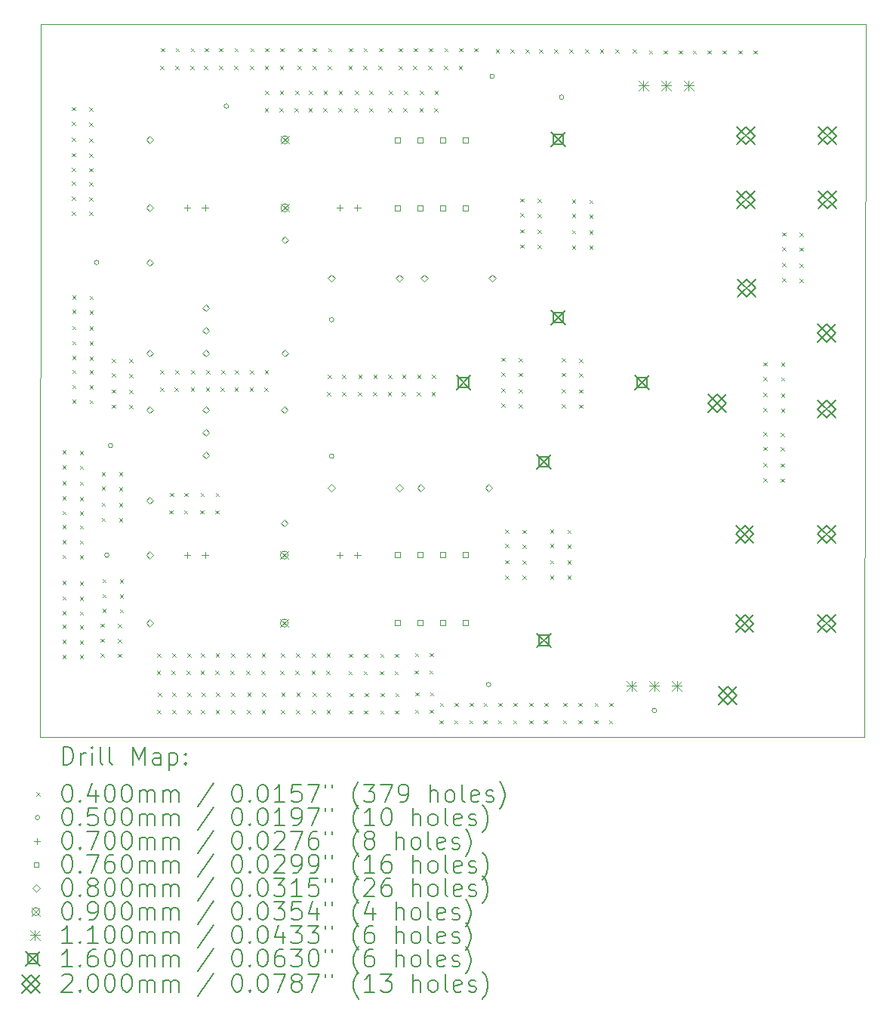
<source format=gbr>
%TF.GenerationSoftware,KiCad,Pcbnew,9.0.1*%
%TF.CreationDate,2025-07-15T15:54:51+03:00*%
%TF.ProjectId,pcb_no_div,7063625f-6e6f-45f6-9469-762e6b696361,rev?*%
%TF.SameCoordinates,Original*%
%TF.FileFunction,Drillmap*%
%TF.FilePolarity,Positive*%
%FSLAX45Y45*%
G04 Gerber Fmt 4.5, Leading zero omitted, Abs format (unit mm)*
G04 Created by KiCad (PCBNEW 9.0.1) date 2025-07-15 15:54:51*
%MOMM*%
%LPD*%
G01*
G04 APERTURE LIST*
%ADD10C,0.038100*%
%ADD11C,0.200000*%
%ADD12C,0.100000*%
%ADD13C,0.110000*%
%ADD14C,0.160000*%
G04 APERTURE END LIST*
D10*
X13030000Y-3005000D02*
X13010000Y-10990000D01*
X3775000Y-3005000D02*
X3765000Y-10990000D01*
X13010000Y-10990000D02*
X3765000Y-10990000D01*
X13030000Y-3005000D02*
X3775000Y-3005000D01*
D11*
D12*
X4015000Y-7780000D02*
X4055000Y-7820000D01*
X4055000Y-7780000D02*
X4015000Y-7820000D01*
X4015000Y-7945000D02*
X4055000Y-7985000D01*
X4055000Y-7945000D02*
X4015000Y-7985000D01*
X4015000Y-8125000D02*
X4055000Y-8165000D01*
X4055000Y-8125000D02*
X4015000Y-8165000D01*
X4015000Y-8295000D02*
X4055000Y-8335000D01*
X4055000Y-8295000D02*
X4015000Y-8335000D01*
X4015000Y-8460000D02*
X4055000Y-8500000D01*
X4055000Y-8460000D02*
X4015000Y-8500000D01*
X4015000Y-8615000D02*
X4055000Y-8655000D01*
X4055000Y-8615000D02*
X4015000Y-8655000D01*
X4015000Y-8785000D02*
X4055000Y-8825000D01*
X4055000Y-8785000D02*
X4015000Y-8825000D01*
X4015000Y-8950000D02*
X4055000Y-8990000D01*
X4055000Y-8950000D02*
X4015000Y-8990000D01*
X4015000Y-9245000D02*
X4055000Y-9285000D01*
X4055000Y-9245000D02*
X4015000Y-9285000D01*
X4015000Y-9415000D02*
X4055000Y-9455000D01*
X4055000Y-9415000D02*
X4015000Y-9455000D01*
X4015000Y-9580000D02*
X4055000Y-9620000D01*
X4055000Y-9580000D02*
X4015000Y-9620000D01*
X4015000Y-9735000D02*
X4055000Y-9775000D01*
X4055000Y-9735000D02*
X4015000Y-9775000D01*
X4015000Y-9905000D02*
X4055000Y-9945000D01*
X4055000Y-9905000D02*
X4015000Y-9945000D01*
X4015000Y-10070000D02*
X4055000Y-10110000D01*
X4055000Y-10070000D02*
X4015000Y-10110000D01*
X4120000Y-3930000D02*
X4160000Y-3970000D01*
X4160000Y-3930000D02*
X4120000Y-3970000D01*
X4120000Y-4095000D02*
X4160000Y-4135000D01*
X4160000Y-4095000D02*
X4120000Y-4135000D01*
X4120000Y-4275000D02*
X4160000Y-4315000D01*
X4160000Y-4275000D02*
X4120000Y-4315000D01*
X4120000Y-4445000D02*
X4160000Y-4485000D01*
X4160000Y-4445000D02*
X4120000Y-4485000D01*
X4120000Y-4610000D02*
X4160000Y-4650000D01*
X4160000Y-4610000D02*
X4120000Y-4650000D01*
X4120000Y-4765000D02*
X4160000Y-4805000D01*
X4160000Y-4765000D02*
X4120000Y-4805000D01*
X4120000Y-4935000D02*
X4160000Y-4975000D01*
X4160000Y-4935000D02*
X4120000Y-4975000D01*
X4120000Y-5100000D02*
X4160000Y-5140000D01*
X4160000Y-5100000D02*
X4120000Y-5140000D01*
X4125000Y-6040000D02*
X4165000Y-6080000D01*
X4165000Y-6040000D02*
X4125000Y-6080000D01*
X4125000Y-6205000D02*
X4165000Y-6245000D01*
X4165000Y-6205000D02*
X4125000Y-6245000D01*
X4125000Y-6385000D02*
X4165000Y-6425000D01*
X4165000Y-6385000D02*
X4125000Y-6425000D01*
X4125000Y-6555000D02*
X4165000Y-6595000D01*
X4165000Y-6555000D02*
X4125000Y-6595000D01*
X4125000Y-6720000D02*
X4165000Y-6760000D01*
X4165000Y-6720000D02*
X4125000Y-6760000D01*
X4125000Y-6875000D02*
X4165000Y-6915000D01*
X4165000Y-6875000D02*
X4125000Y-6915000D01*
X4125000Y-7045000D02*
X4165000Y-7085000D01*
X4165000Y-7045000D02*
X4125000Y-7085000D01*
X4125000Y-7210000D02*
X4165000Y-7250000D01*
X4165000Y-7210000D02*
X4125000Y-7250000D01*
X4210000Y-7785000D02*
X4250000Y-7825000D01*
X4250000Y-7785000D02*
X4210000Y-7825000D01*
X4210000Y-7950000D02*
X4250000Y-7990000D01*
X4250000Y-7950000D02*
X4210000Y-7990000D01*
X4210000Y-8130000D02*
X4250000Y-8170000D01*
X4250000Y-8130000D02*
X4210000Y-8170000D01*
X4210000Y-8300000D02*
X4250000Y-8340000D01*
X4250000Y-8300000D02*
X4210000Y-8340000D01*
X4210000Y-8465000D02*
X4250000Y-8505000D01*
X4250000Y-8465000D02*
X4210000Y-8505000D01*
X4210000Y-8620000D02*
X4250000Y-8660000D01*
X4250000Y-8620000D02*
X4210000Y-8660000D01*
X4210000Y-8790000D02*
X4250000Y-8830000D01*
X4250000Y-8790000D02*
X4210000Y-8830000D01*
X4210000Y-8955000D02*
X4250000Y-8995000D01*
X4250000Y-8955000D02*
X4210000Y-8995000D01*
X4210000Y-9250000D02*
X4250000Y-9290000D01*
X4250000Y-9250000D02*
X4210000Y-9290000D01*
X4210000Y-9420000D02*
X4250000Y-9460000D01*
X4250000Y-9420000D02*
X4210000Y-9460000D01*
X4210000Y-9585000D02*
X4250000Y-9625000D01*
X4250000Y-9585000D02*
X4210000Y-9625000D01*
X4210000Y-9740000D02*
X4250000Y-9780000D01*
X4250000Y-9740000D02*
X4210000Y-9780000D01*
X4210000Y-9910000D02*
X4250000Y-9950000D01*
X4250000Y-9910000D02*
X4210000Y-9950000D01*
X4210000Y-10075000D02*
X4250000Y-10115000D01*
X4250000Y-10075000D02*
X4210000Y-10115000D01*
X4315000Y-3935000D02*
X4355000Y-3975000D01*
X4355000Y-3935000D02*
X4315000Y-3975000D01*
X4315000Y-4100000D02*
X4355000Y-4140000D01*
X4355000Y-4100000D02*
X4315000Y-4140000D01*
X4315000Y-4280000D02*
X4355000Y-4320000D01*
X4355000Y-4280000D02*
X4315000Y-4320000D01*
X4315000Y-4450000D02*
X4355000Y-4490000D01*
X4355000Y-4450000D02*
X4315000Y-4490000D01*
X4315000Y-4615000D02*
X4355000Y-4655000D01*
X4355000Y-4615000D02*
X4315000Y-4655000D01*
X4315000Y-4770000D02*
X4355000Y-4810000D01*
X4355000Y-4770000D02*
X4315000Y-4810000D01*
X4315000Y-4940000D02*
X4355000Y-4980000D01*
X4355000Y-4940000D02*
X4315000Y-4980000D01*
X4315000Y-5105000D02*
X4355000Y-5145000D01*
X4355000Y-5105000D02*
X4315000Y-5145000D01*
X4320000Y-6045000D02*
X4360000Y-6085000D01*
X4360000Y-6045000D02*
X4320000Y-6085000D01*
X4320000Y-6210000D02*
X4360000Y-6250000D01*
X4360000Y-6210000D02*
X4320000Y-6250000D01*
X4320000Y-6390000D02*
X4360000Y-6430000D01*
X4360000Y-6390000D02*
X4320000Y-6430000D01*
X4320000Y-6560000D02*
X4360000Y-6600000D01*
X4360000Y-6560000D02*
X4320000Y-6600000D01*
X4320000Y-6725000D02*
X4360000Y-6765000D01*
X4360000Y-6725000D02*
X4320000Y-6765000D01*
X4320000Y-6880000D02*
X4360000Y-6920000D01*
X4360000Y-6880000D02*
X4320000Y-6920000D01*
X4320000Y-7050000D02*
X4360000Y-7090000D01*
X4360000Y-7050000D02*
X4320000Y-7090000D01*
X4320000Y-7215000D02*
X4360000Y-7255000D01*
X4360000Y-7215000D02*
X4320000Y-7255000D01*
X4445000Y-9720000D02*
X4485000Y-9760000D01*
X4485000Y-9720000D02*
X4445000Y-9760000D01*
X4445000Y-9890000D02*
X4485000Y-9930000D01*
X4485000Y-9890000D02*
X4445000Y-9930000D01*
X4445000Y-10055000D02*
X4485000Y-10095000D01*
X4485000Y-10055000D02*
X4445000Y-10095000D01*
X4455000Y-8020000D02*
X4495000Y-8060000D01*
X4495000Y-8020000D02*
X4455000Y-8060000D01*
X4455000Y-8185000D02*
X4495000Y-8225000D01*
X4495000Y-8185000D02*
X4455000Y-8225000D01*
X4455000Y-8365000D02*
X4495000Y-8405000D01*
X4495000Y-8365000D02*
X4455000Y-8405000D01*
X4455000Y-8535000D02*
X4495000Y-8575000D01*
X4495000Y-8535000D02*
X4455000Y-8575000D01*
X4465000Y-9220000D02*
X4505000Y-9260000D01*
X4505000Y-9220000D02*
X4465000Y-9260000D01*
X4465000Y-9390000D02*
X4505000Y-9430000D01*
X4505000Y-9390000D02*
X4465000Y-9430000D01*
X4465000Y-9555000D02*
X4505000Y-9595000D01*
X4505000Y-9555000D02*
X4465000Y-9595000D01*
X4570000Y-6750000D02*
X4610000Y-6790000D01*
X4610000Y-6750000D02*
X4570000Y-6790000D01*
X4570000Y-6915000D02*
X4610000Y-6955000D01*
X4610000Y-6915000D02*
X4570000Y-6955000D01*
X4570000Y-7095000D02*
X4610000Y-7135000D01*
X4610000Y-7095000D02*
X4570000Y-7135000D01*
X4570000Y-7265000D02*
X4610000Y-7305000D01*
X4610000Y-7265000D02*
X4570000Y-7305000D01*
X4640000Y-9725000D02*
X4680000Y-9765000D01*
X4680000Y-9725000D02*
X4640000Y-9765000D01*
X4640000Y-9895000D02*
X4680000Y-9935000D01*
X4680000Y-9895000D02*
X4640000Y-9935000D01*
X4640000Y-10060000D02*
X4680000Y-10100000D01*
X4680000Y-10060000D02*
X4640000Y-10100000D01*
X4650000Y-8025000D02*
X4690000Y-8065000D01*
X4690000Y-8025000D02*
X4650000Y-8065000D01*
X4650000Y-8190000D02*
X4690000Y-8230000D01*
X4690000Y-8190000D02*
X4650000Y-8230000D01*
X4650000Y-8370000D02*
X4690000Y-8410000D01*
X4690000Y-8370000D02*
X4650000Y-8410000D01*
X4650000Y-8540000D02*
X4690000Y-8580000D01*
X4690000Y-8540000D02*
X4650000Y-8580000D01*
X4660000Y-9225000D02*
X4700000Y-9265000D01*
X4700000Y-9225000D02*
X4660000Y-9265000D01*
X4660000Y-9395000D02*
X4700000Y-9435000D01*
X4700000Y-9395000D02*
X4660000Y-9435000D01*
X4660000Y-9560000D02*
X4700000Y-9600000D01*
X4700000Y-9560000D02*
X4660000Y-9600000D01*
X4765000Y-6755000D02*
X4805000Y-6795000D01*
X4805000Y-6755000D02*
X4765000Y-6795000D01*
X4765000Y-6920000D02*
X4805000Y-6960000D01*
X4805000Y-6920000D02*
X4765000Y-6960000D01*
X4765000Y-7100000D02*
X4805000Y-7140000D01*
X4805000Y-7100000D02*
X4765000Y-7140000D01*
X4765000Y-7270000D02*
X4805000Y-7310000D01*
X4805000Y-7270000D02*
X4765000Y-7310000D01*
X5075000Y-10250000D02*
X5115000Y-10290000D01*
X5115000Y-10250000D02*
X5075000Y-10290000D01*
X5080000Y-10055000D02*
X5120000Y-10095000D01*
X5120000Y-10055000D02*
X5080000Y-10095000D01*
X5080000Y-10690000D02*
X5120000Y-10730000D01*
X5120000Y-10690000D02*
X5080000Y-10730000D01*
X5085000Y-10495000D02*
X5125000Y-10535000D01*
X5125000Y-10495000D02*
X5085000Y-10535000D01*
X5110000Y-7075000D02*
X5150000Y-7115000D01*
X5150000Y-7075000D02*
X5110000Y-7115000D01*
X5115000Y-3465000D02*
X5155000Y-3505000D01*
X5155000Y-3465000D02*
X5115000Y-3505000D01*
X5115000Y-6880000D02*
X5155000Y-6920000D01*
X5155000Y-6880000D02*
X5115000Y-6920000D01*
X5120000Y-3270000D02*
X5160000Y-3310000D01*
X5160000Y-3270000D02*
X5120000Y-3310000D01*
X5215000Y-8450000D02*
X5255000Y-8490000D01*
X5255000Y-8450000D02*
X5215000Y-8490000D01*
X5220000Y-8255000D02*
X5260000Y-8295000D01*
X5260000Y-8255000D02*
X5220000Y-8295000D01*
X5240000Y-10250000D02*
X5280000Y-10290000D01*
X5280000Y-10250000D02*
X5240000Y-10290000D01*
X5245000Y-10055000D02*
X5285000Y-10095000D01*
X5285000Y-10055000D02*
X5245000Y-10095000D01*
X5245000Y-10690000D02*
X5285000Y-10730000D01*
X5285000Y-10690000D02*
X5245000Y-10730000D01*
X5250000Y-10495000D02*
X5290000Y-10535000D01*
X5290000Y-10495000D02*
X5250000Y-10535000D01*
X5275000Y-7075000D02*
X5315000Y-7115000D01*
X5315000Y-7075000D02*
X5275000Y-7115000D01*
X5280000Y-3465000D02*
X5320000Y-3505000D01*
X5320000Y-3465000D02*
X5280000Y-3505000D01*
X5280000Y-6880000D02*
X5320000Y-6920000D01*
X5320000Y-6880000D02*
X5280000Y-6920000D01*
X5285000Y-3270000D02*
X5325000Y-3310000D01*
X5325000Y-3270000D02*
X5285000Y-3310000D01*
X5380000Y-8450000D02*
X5420000Y-8490000D01*
X5420000Y-8450000D02*
X5380000Y-8490000D01*
X5385000Y-8255000D02*
X5425000Y-8295000D01*
X5425000Y-8255000D02*
X5385000Y-8295000D01*
X5410000Y-10250000D02*
X5450000Y-10290000D01*
X5450000Y-10250000D02*
X5410000Y-10290000D01*
X5415000Y-10055000D02*
X5455000Y-10095000D01*
X5455000Y-10055000D02*
X5415000Y-10095000D01*
X5415000Y-10690000D02*
X5455000Y-10730000D01*
X5455000Y-10690000D02*
X5415000Y-10730000D01*
X5420000Y-10495000D02*
X5460000Y-10535000D01*
X5460000Y-10495000D02*
X5420000Y-10535000D01*
X5450000Y-3465000D02*
X5490000Y-3505000D01*
X5490000Y-3465000D02*
X5450000Y-3505000D01*
X5455000Y-3270000D02*
X5495000Y-3310000D01*
X5495000Y-3270000D02*
X5455000Y-3310000D01*
X5455000Y-7075000D02*
X5495000Y-7115000D01*
X5495000Y-7075000D02*
X5455000Y-7115000D01*
X5460000Y-6880000D02*
X5500000Y-6920000D01*
X5500000Y-6880000D02*
X5460000Y-6920000D01*
X5560000Y-8450000D02*
X5600000Y-8490000D01*
X5600000Y-8450000D02*
X5560000Y-8490000D01*
X5565000Y-8255000D02*
X5605000Y-8295000D01*
X5605000Y-8255000D02*
X5565000Y-8295000D01*
X5565000Y-10250000D02*
X5605000Y-10290000D01*
X5605000Y-10250000D02*
X5565000Y-10290000D01*
X5570000Y-10055000D02*
X5610000Y-10095000D01*
X5610000Y-10055000D02*
X5570000Y-10095000D01*
X5570000Y-10690000D02*
X5610000Y-10730000D01*
X5610000Y-10690000D02*
X5570000Y-10730000D01*
X5575000Y-10495000D02*
X5615000Y-10535000D01*
X5615000Y-10495000D02*
X5575000Y-10535000D01*
X5605000Y-3465000D02*
X5645000Y-3505000D01*
X5645000Y-3465000D02*
X5605000Y-3505000D01*
X5610000Y-3270000D02*
X5650000Y-3310000D01*
X5650000Y-3270000D02*
X5610000Y-3310000D01*
X5625000Y-7075000D02*
X5665000Y-7115000D01*
X5665000Y-7075000D02*
X5625000Y-7115000D01*
X5630000Y-6880000D02*
X5670000Y-6920000D01*
X5670000Y-6880000D02*
X5630000Y-6920000D01*
X5730000Y-8450000D02*
X5770000Y-8490000D01*
X5770000Y-8450000D02*
X5730000Y-8490000D01*
X5730000Y-10250000D02*
X5770000Y-10290000D01*
X5770000Y-10250000D02*
X5730000Y-10290000D01*
X5735000Y-8255000D02*
X5775000Y-8295000D01*
X5775000Y-8255000D02*
X5735000Y-8295000D01*
X5735000Y-10055000D02*
X5775000Y-10095000D01*
X5775000Y-10055000D02*
X5735000Y-10095000D01*
X5735000Y-10690000D02*
X5775000Y-10730000D01*
X5775000Y-10690000D02*
X5735000Y-10730000D01*
X5740000Y-10495000D02*
X5780000Y-10535000D01*
X5780000Y-10495000D02*
X5740000Y-10535000D01*
X5770000Y-3465000D02*
X5810000Y-3505000D01*
X5810000Y-3465000D02*
X5770000Y-3505000D01*
X5775000Y-3270000D02*
X5815000Y-3310000D01*
X5815000Y-3270000D02*
X5775000Y-3310000D01*
X5790000Y-7075000D02*
X5830000Y-7115000D01*
X5830000Y-7075000D02*
X5790000Y-7115000D01*
X5795000Y-6880000D02*
X5835000Y-6920000D01*
X5835000Y-6880000D02*
X5795000Y-6920000D01*
X5900000Y-10250000D02*
X5940000Y-10290000D01*
X5940000Y-10250000D02*
X5900000Y-10290000D01*
X5905000Y-10055000D02*
X5945000Y-10095000D01*
X5945000Y-10055000D02*
X5905000Y-10095000D01*
X5905000Y-10690000D02*
X5945000Y-10730000D01*
X5945000Y-10690000D02*
X5905000Y-10730000D01*
X5910000Y-10495000D02*
X5950000Y-10535000D01*
X5950000Y-10495000D02*
X5910000Y-10535000D01*
X5940000Y-3465000D02*
X5980000Y-3505000D01*
X5980000Y-3465000D02*
X5940000Y-3505000D01*
X5945000Y-3270000D02*
X5985000Y-3310000D01*
X5985000Y-3270000D02*
X5945000Y-3310000D01*
X5945000Y-7075000D02*
X5985000Y-7115000D01*
X5985000Y-7075000D02*
X5945000Y-7115000D01*
X5950000Y-6880000D02*
X5990000Y-6920000D01*
X5990000Y-6880000D02*
X5950000Y-6920000D01*
X6080000Y-10250000D02*
X6120000Y-10290000D01*
X6120000Y-10250000D02*
X6080000Y-10290000D01*
X6085000Y-10055000D02*
X6125000Y-10095000D01*
X6125000Y-10055000D02*
X6085000Y-10095000D01*
X6085000Y-10690000D02*
X6125000Y-10730000D01*
X6125000Y-10690000D02*
X6085000Y-10730000D01*
X6090000Y-10495000D02*
X6130000Y-10535000D01*
X6130000Y-10495000D02*
X6090000Y-10535000D01*
X6115000Y-7075000D02*
X6155000Y-7115000D01*
X6155000Y-7075000D02*
X6115000Y-7115000D01*
X6120000Y-3465000D02*
X6160000Y-3505000D01*
X6160000Y-3465000D02*
X6120000Y-3505000D01*
X6120000Y-6880000D02*
X6160000Y-6920000D01*
X6160000Y-6880000D02*
X6120000Y-6920000D01*
X6125000Y-3270000D02*
X6165000Y-3310000D01*
X6165000Y-3270000D02*
X6125000Y-3310000D01*
X6245000Y-10250000D02*
X6285000Y-10290000D01*
X6285000Y-10250000D02*
X6245000Y-10290000D01*
X6250000Y-10055000D02*
X6290000Y-10095000D01*
X6290000Y-10055000D02*
X6250000Y-10095000D01*
X6250000Y-10690000D02*
X6290000Y-10730000D01*
X6290000Y-10690000D02*
X6250000Y-10730000D01*
X6255000Y-10495000D02*
X6295000Y-10535000D01*
X6295000Y-10495000D02*
X6255000Y-10535000D01*
X6280000Y-7075000D02*
X6320000Y-7115000D01*
X6320000Y-7075000D02*
X6280000Y-7115000D01*
X6285000Y-3465000D02*
X6325000Y-3505000D01*
X6325000Y-3465000D02*
X6285000Y-3505000D01*
X6285000Y-3945000D02*
X6325000Y-3985000D01*
X6325000Y-3945000D02*
X6285000Y-3985000D01*
X6285000Y-6880000D02*
X6325000Y-6920000D01*
X6325000Y-6880000D02*
X6285000Y-6920000D01*
X6290000Y-3270000D02*
X6330000Y-3310000D01*
X6330000Y-3270000D02*
X6290000Y-3310000D01*
X6290000Y-3750000D02*
X6330000Y-3790000D01*
X6330000Y-3750000D02*
X6290000Y-3790000D01*
X6450000Y-3945000D02*
X6490000Y-3985000D01*
X6490000Y-3945000D02*
X6450000Y-3985000D01*
X6455000Y-3465000D02*
X6495000Y-3505000D01*
X6495000Y-3465000D02*
X6455000Y-3505000D01*
X6455000Y-3750000D02*
X6495000Y-3790000D01*
X6495000Y-3750000D02*
X6455000Y-3790000D01*
X6460000Y-3270000D02*
X6500000Y-3310000D01*
X6500000Y-3270000D02*
X6460000Y-3310000D01*
X6460000Y-10250000D02*
X6500000Y-10290000D01*
X6500000Y-10250000D02*
X6460000Y-10290000D01*
X6465000Y-10055000D02*
X6505000Y-10095000D01*
X6505000Y-10055000D02*
X6465000Y-10095000D01*
X6465000Y-10690000D02*
X6505000Y-10730000D01*
X6505000Y-10690000D02*
X6465000Y-10730000D01*
X6470000Y-10495000D02*
X6510000Y-10535000D01*
X6510000Y-10495000D02*
X6470000Y-10535000D01*
X6620000Y-3945000D02*
X6660000Y-3985000D01*
X6660000Y-3945000D02*
X6620000Y-3985000D01*
X6625000Y-3750000D02*
X6665000Y-3790000D01*
X6665000Y-3750000D02*
X6625000Y-3790000D01*
X6630000Y-10250000D02*
X6670000Y-10290000D01*
X6670000Y-10250000D02*
X6630000Y-10290000D01*
X6635000Y-10055000D02*
X6675000Y-10095000D01*
X6675000Y-10055000D02*
X6635000Y-10095000D01*
X6635000Y-10690000D02*
X6675000Y-10730000D01*
X6675000Y-10690000D02*
X6635000Y-10730000D01*
X6640000Y-10495000D02*
X6680000Y-10535000D01*
X6680000Y-10495000D02*
X6640000Y-10535000D01*
X6655000Y-3465000D02*
X6695000Y-3505000D01*
X6695000Y-3465000D02*
X6655000Y-3505000D01*
X6660000Y-3270000D02*
X6700000Y-3310000D01*
X6700000Y-3270000D02*
X6660000Y-3310000D01*
X6775000Y-3945000D02*
X6815000Y-3985000D01*
X6815000Y-3945000D02*
X6775000Y-3985000D01*
X6780000Y-3750000D02*
X6820000Y-3790000D01*
X6820000Y-3750000D02*
X6780000Y-3790000D01*
X6810000Y-10250000D02*
X6850000Y-10290000D01*
X6850000Y-10250000D02*
X6810000Y-10290000D01*
X6815000Y-10055000D02*
X6855000Y-10095000D01*
X6855000Y-10055000D02*
X6815000Y-10095000D01*
X6815000Y-10690000D02*
X6855000Y-10730000D01*
X6855000Y-10690000D02*
X6815000Y-10730000D01*
X6820000Y-3465000D02*
X6860000Y-3505000D01*
X6860000Y-3465000D02*
X6820000Y-3505000D01*
X6820000Y-10495000D02*
X6860000Y-10535000D01*
X6860000Y-10495000D02*
X6820000Y-10535000D01*
X6825000Y-3270000D02*
X6865000Y-3310000D01*
X6865000Y-3270000D02*
X6825000Y-3310000D01*
X6940000Y-3945000D02*
X6980000Y-3985000D01*
X6980000Y-3945000D02*
X6940000Y-3985000D01*
X6945000Y-3750000D02*
X6985000Y-3790000D01*
X6985000Y-3750000D02*
X6945000Y-3790000D01*
X6975000Y-10250000D02*
X7015000Y-10290000D01*
X7015000Y-10250000D02*
X6975000Y-10290000D01*
X6980000Y-10055000D02*
X7020000Y-10095000D01*
X7020000Y-10055000D02*
X6980000Y-10095000D01*
X6980000Y-10690000D02*
X7020000Y-10730000D01*
X7020000Y-10690000D02*
X6980000Y-10730000D01*
X6985000Y-7125000D02*
X7025000Y-7165000D01*
X7025000Y-7125000D02*
X6985000Y-7165000D01*
X6985000Y-10495000D02*
X7025000Y-10535000D01*
X7025000Y-10495000D02*
X6985000Y-10535000D01*
X6990000Y-3465000D02*
X7030000Y-3505000D01*
X7030000Y-3465000D02*
X6990000Y-3505000D01*
X6990000Y-6930000D02*
X7030000Y-6970000D01*
X7030000Y-6930000D02*
X6990000Y-6970000D01*
X6995000Y-3270000D02*
X7035000Y-3310000D01*
X7035000Y-3270000D02*
X6995000Y-3310000D01*
X7110000Y-3945000D02*
X7150000Y-3985000D01*
X7150000Y-3945000D02*
X7110000Y-3985000D01*
X7115000Y-3750000D02*
X7155000Y-3790000D01*
X7155000Y-3750000D02*
X7115000Y-3790000D01*
X7150000Y-7125000D02*
X7190000Y-7165000D01*
X7190000Y-7125000D02*
X7150000Y-7165000D01*
X7155000Y-6930000D02*
X7195000Y-6970000D01*
X7195000Y-6930000D02*
X7155000Y-6970000D01*
X7225000Y-3465000D02*
X7265000Y-3505000D01*
X7265000Y-3465000D02*
X7225000Y-3505000D01*
X7225000Y-10255000D02*
X7265000Y-10295000D01*
X7265000Y-10255000D02*
X7225000Y-10295000D01*
X7230000Y-3270000D02*
X7270000Y-3310000D01*
X7270000Y-3270000D02*
X7230000Y-3310000D01*
X7230000Y-10060000D02*
X7270000Y-10100000D01*
X7270000Y-10060000D02*
X7230000Y-10100000D01*
X7230000Y-10695000D02*
X7270000Y-10735000D01*
X7270000Y-10695000D02*
X7230000Y-10735000D01*
X7235000Y-10500000D02*
X7275000Y-10540000D01*
X7275000Y-10500000D02*
X7235000Y-10540000D01*
X7290000Y-3945000D02*
X7330000Y-3985000D01*
X7330000Y-3945000D02*
X7290000Y-3985000D01*
X7295000Y-3750000D02*
X7335000Y-3790000D01*
X7335000Y-3750000D02*
X7295000Y-3790000D01*
X7330000Y-7125000D02*
X7370000Y-7165000D01*
X7370000Y-7125000D02*
X7330000Y-7165000D01*
X7335000Y-6930000D02*
X7375000Y-6970000D01*
X7375000Y-6930000D02*
X7335000Y-6970000D01*
X7390000Y-3465000D02*
X7430000Y-3505000D01*
X7430000Y-3465000D02*
X7390000Y-3505000D01*
X7395000Y-3270000D02*
X7435000Y-3310000D01*
X7435000Y-3270000D02*
X7395000Y-3310000D01*
X7395000Y-10255000D02*
X7435000Y-10295000D01*
X7435000Y-10255000D02*
X7395000Y-10295000D01*
X7400000Y-10060000D02*
X7440000Y-10100000D01*
X7440000Y-10060000D02*
X7400000Y-10100000D01*
X7400000Y-10695000D02*
X7440000Y-10735000D01*
X7440000Y-10695000D02*
X7400000Y-10735000D01*
X7405000Y-10500000D02*
X7445000Y-10540000D01*
X7445000Y-10500000D02*
X7405000Y-10540000D01*
X7455000Y-3945000D02*
X7495000Y-3985000D01*
X7495000Y-3945000D02*
X7455000Y-3985000D01*
X7460000Y-3750000D02*
X7500000Y-3790000D01*
X7500000Y-3750000D02*
X7460000Y-3790000D01*
X7500000Y-7125000D02*
X7540000Y-7165000D01*
X7540000Y-7125000D02*
X7500000Y-7165000D01*
X7505000Y-6930000D02*
X7545000Y-6970000D01*
X7545000Y-6930000D02*
X7505000Y-6970000D01*
X7560000Y-3465000D02*
X7600000Y-3505000D01*
X7600000Y-3465000D02*
X7560000Y-3505000D01*
X7565000Y-3270000D02*
X7605000Y-3310000D01*
X7605000Y-3270000D02*
X7565000Y-3310000D01*
X7575000Y-10255000D02*
X7615000Y-10295000D01*
X7615000Y-10255000D02*
X7575000Y-10295000D01*
X7580000Y-10060000D02*
X7620000Y-10100000D01*
X7620000Y-10060000D02*
X7580000Y-10100000D01*
X7580000Y-10695000D02*
X7620000Y-10735000D01*
X7620000Y-10695000D02*
X7580000Y-10735000D01*
X7585000Y-10500000D02*
X7625000Y-10540000D01*
X7625000Y-10500000D02*
X7585000Y-10540000D01*
X7665000Y-7125000D02*
X7705000Y-7165000D01*
X7705000Y-7125000D02*
X7665000Y-7165000D01*
X7670000Y-3945000D02*
X7710000Y-3985000D01*
X7710000Y-3945000D02*
X7670000Y-3985000D01*
X7670000Y-6930000D02*
X7710000Y-6970000D01*
X7710000Y-6930000D02*
X7670000Y-6970000D01*
X7675000Y-3750000D02*
X7715000Y-3790000D01*
X7715000Y-3750000D02*
X7675000Y-3790000D01*
X7740000Y-10255000D02*
X7780000Y-10295000D01*
X7780000Y-10255000D02*
X7740000Y-10295000D01*
X7745000Y-10060000D02*
X7785000Y-10100000D01*
X7785000Y-10060000D02*
X7745000Y-10100000D01*
X7745000Y-10695000D02*
X7785000Y-10735000D01*
X7785000Y-10695000D02*
X7745000Y-10735000D01*
X7750000Y-10500000D02*
X7790000Y-10540000D01*
X7790000Y-10500000D02*
X7750000Y-10540000D01*
X7785000Y-3465000D02*
X7825000Y-3505000D01*
X7825000Y-3465000D02*
X7785000Y-3505000D01*
X7790000Y-3270000D02*
X7830000Y-3310000D01*
X7830000Y-3270000D02*
X7790000Y-3310000D01*
X7820000Y-7125000D02*
X7860000Y-7165000D01*
X7860000Y-7125000D02*
X7820000Y-7165000D01*
X7825000Y-6930000D02*
X7865000Y-6970000D01*
X7865000Y-6930000D02*
X7825000Y-6970000D01*
X7840000Y-3945000D02*
X7880000Y-3985000D01*
X7880000Y-3945000D02*
X7840000Y-3985000D01*
X7845000Y-3750000D02*
X7885000Y-3790000D01*
X7885000Y-3750000D02*
X7845000Y-3790000D01*
X7950000Y-3465000D02*
X7990000Y-3505000D01*
X7990000Y-3465000D02*
X7950000Y-3505000D01*
X7955000Y-3270000D02*
X7995000Y-3310000D01*
X7995000Y-3270000D02*
X7955000Y-3310000D01*
X7965000Y-10245000D02*
X8005000Y-10285000D01*
X8005000Y-10245000D02*
X7965000Y-10285000D01*
X7970000Y-10050000D02*
X8010000Y-10090000D01*
X8010000Y-10050000D02*
X7970000Y-10090000D01*
X7970000Y-10685000D02*
X8010000Y-10725000D01*
X8010000Y-10685000D02*
X7970000Y-10725000D01*
X7975000Y-10490000D02*
X8015000Y-10530000D01*
X8015000Y-10490000D02*
X7975000Y-10530000D01*
X7990000Y-7125000D02*
X8030000Y-7165000D01*
X8030000Y-7125000D02*
X7990000Y-7165000D01*
X7995000Y-6930000D02*
X8035000Y-6970000D01*
X8035000Y-6930000D02*
X7995000Y-6970000D01*
X8020000Y-3945000D02*
X8060000Y-3985000D01*
X8060000Y-3945000D02*
X8020000Y-3985000D01*
X8025000Y-3750000D02*
X8065000Y-3790000D01*
X8065000Y-3750000D02*
X8025000Y-3790000D01*
X8120000Y-3465000D02*
X8160000Y-3505000D01*
X8160000Y-3465000D02*
X8120000Y-3505000D01*
X8125000Y-3270000D02*
X8165000Y-3310000D01*
X8165000Y-3270000D02*
X8125000Y-3310000D01*
X8130000Y-10245000D02*
X8170000Y-10285000D01*
X8170000Y-10245000D02*
X8130000Y-10285000D01*
X8135000Y-10050000D02*
X8175000Y-10090000D01*
X8175000Y-10050000D02*
X8135000Y-10090000D01*
X8135000Y-10685000D02*
X8175000Y-10725000D01*
X8175000Y-10685000D02*
X8135000Y-10725000D01*
X8140000Y-10490000D02*
X8180000Y-10530000D01*
X8180000Y-10490000D02*
X8140000Y-10530000D01*
X8155000Y-7125000D02*
X8195000Y-7165000D01*
X8195000Y-7125000D02*
X8155000Y-7165000D01*
X8160000Y-6930000D02*
X8200000Y-6970000D01*
X8200000Y-6930000D02*
X8160000Y-6970000D01*
X8185000Y-3945000D02*
X8225000Y-3985000D01*
X8225000Y-3945000D02*
X8185000Y-3985000D01*
X8190000Y-3750000D02*
X8230000Y-3790000D01*
X8230000Y-3750000D02*
X8190000Y-3790000D01*
X8245000Y-10805000D02*
X8285000Y-10845000D01*
X8285000Y-10805000D02*
X8245000Y-10845000D01*
X8250000Y-10610000D02*
X8290000Y-10650000D01*
X8290000Y-10610000D02*
X8250000Y-10650000D01*
X8295000Y-3465000D02*
X8335000Y-3505000D01*
X8335000Y-3465000D02*
X8295000Y-3505000D01*
X8300000Y-3270000D02*
X8340000Y-3310000D01*
X8340000Y-3270000D02*
X8300000Y-3310000D01*
X8410000Y-10805000D02*
X8450000Y-10845000D01*
X8450000Y-10805000D02*
X8410000Y-10845000D01*
X8415000Y-10610000D02*
X8455000Y-10650000D01*
X8455000Y-10610000D02*
X8415000Y-10650000D01*
X8460000Y-3465000D02*
X8500000Y-3505000D01*
X8500000Y-3465000D02*
X8460000Y-3505000D01*
X8465000Y-3270000D02*
X8505000Y-3310000D01*
X8505000Y-3270000D02*
X8465000Y-3310000D01*
X8580000Y-10805000D02*
X8620000Y-10845000D01*
X8620000Y-10805000D02*
X8580000Y-10845000D01*
X8585000Y-10610000D02*
X8625000Y-10650000D01*
X8625000Y-10610000D02*
X8585000Y-10650000D01*
X8635000Y-3270000D02*
X8675000Y-3310000D01*
X8675000Y-3270000D02*
X8635000Y-3310000D01*
X8735000Y-10805000D02*
X8775000Y-10845000D01*
X8775000Y-10805000D02*
X8735000Y-10845000D01*
X8740000Y-10610000D02*
X8780000Y-10650000D01*
X8780000Y-10610000D02*
X8740000Y-10650000D01*
X8875000Y-3280000D02*
X8915000Y-3320000D01*
X8915000Y-3280000D02*
X8875000Y-3320000D01*
X8900000Y-10805000D02*
X8940000Y-10845000D01*
X8940000Y-10805000D02*
X8900000Y-10845000D01*
X8905000Y-10610000D02*
X8945000Y-10650000D01*
X8945000Y-10610000D02*
X8905000Y-10650000D01*
X8940000Y-6740000D02*
X8980000Y-6780000D01*
X8980000Y-6740000D02*
X8940000Y-6780000D01*
X8940000Y-6905000D02*
X8980000Y-6945000D01*
X8980000Y-6905000D02*
X8940000Y-6945000D01*
X8940000Y-7085000D02*
X8980000Y-7125000D01*
X8980000Y-7085000D02*
X8940000Y-7125000D01*
X8940000Y-7255000D02*
X8980000Y-7295000D01*
X8980000Y-7255000D02*
X8940000Y-7295000D01*
X8980000Y-8665000D02*
X9020000Y-8705000D01*
X9020000Y-8665000D02*
X8980000Y-8705000D01*
X8980000Y-8830000D02*
X9020000Y-8870000D01*
X9020000Y-8830000D02*
X8980000Y-8870000D01*
X8980000Y-9010000D02*
X9020000Y-9050000D01*
X9020000Y-9010000D02*
X8980000Y-9050000D01*
X8980000Y-9180000D02*
X9020000Y-9220000D01*
X9020000Y-9180000D02*
X8980000Y-9220000D01*
X9040000Y-3280000D02*
X9080000Y-3320000D01*
X9080000Y-3280000D02*
X9040000Y-3320000D01*
X9070000Y-10805000D02*
X9110000Y-10845000D01*
X9110000Y-10805000D02*
X9070000Y-10845000D01*
X9075000Y-10610000D02*
X9115000Y-10650000D01*
X9115000Y-10610000D02*
X9075000Y-10650000D01*
X9135000Y-6745000D02*
X9175000Y-6785000D01*
X9175000Y-6745000D02*
X9135000Y-6785000D01*
X9135000Y-6910000D02*
X9175000Y-6950000D01*
X9175000Y-6910000D02*
X9135000Y-6950000D01*
X9135000Y-7090000D02*
X9175000Y-7130000D01*
X9175000Y-7090000D02*
X9135000Y-7130000D01*
X9135000Y-7260000D02*
X9175000Y-7300000D01*
X9175000Y-7260000D02*
X9135000Y-7300000D01*
X9150000Y-4955000D02*
X9190000Y-4995000D01*
X9190000Y-4955000D02*
X9150000Y-4995000D01*
X9150000Y-5120000D02*
X9190000Y-5160000D01*
X9190000Y-5120000D02*
X9150000Y-5160000D01*
X9150000Y-5300000D02*
X9190000Y-5340000D01*
X9190000Y-5300000D02*
X9150000Y-5340000D01*
X9150000Y-5470000D02*
X9190000Y-5510000D01*
X9190000Y-5470000D02*
X9150000Y-5510000D01*
X9175000Y-8670000D02*
X9215000Y-8710000D01*
X9215000Y-8670000D02*
X9175000Y-8710000D01*
X9175000Y-8835000D02*
X9215000Y-8875000D01*
X9215000Y-8835000D02*
X9175000Y-8875000D01*
X9175000Y-9015000D02*
X9215000Y-9055000D01*
X9215000Y-9015000D02*
X9175000Y-9055000D01*
X9175000Y-9185000D02*
X9215000Y-9225000D01*
X9215000Y-9185000D02*
X9175000Y-9225000D01*
X9210000Y-3280000D02*
X9250000Y-3320000D01*
X9250000Y-3280000D02*
X9210000Y-3320000D01*
X9250000Y-10805000D02*
X9290000Y-10845000D01*
X9290000Y-10805000D02*
X9250000Y-10845000D01*
X9255000Y-10610000D02*
X9295000Y-10650000D01*
X9295000Y-10610000D02*
X9255000Y-10650000D01*
X9345000Y-4960000D02*
X9385000Y-5000000D01*
X9385000Y-4960000D02*
X9345000Y-5000000D01*
X9345000Y-5125000D02*
X9385000Y-5165000D01*
X9385000Y-5125000D02*
X9345000Y-5165000D01*
X9345000Y-5305000D02*
X9385000Y-5345000D01*
X9385000Y-5305000D02*
X9345000Y-5345000D01*
X9345000Y-5475000D02*
X9385000Y-5515000D01*
X9385000Y-5475000D02*
X9345000Y-5515000D01*
X9365000Y-3280000D02*
X9405000Y-3320000D01*
X9405000Y-3280000D02*
X9365000Y-3320000D01*
X9415000Y-10805000D02*
X9455000Y-10845000D01*
X9455000Y-10805000D02*
X9415000Y-10845000D01*
X9420000Y-10610000D02*
X9460000Y-10650000D01*
X9460000Y-10610000D02*
X9420000Y-10650000D01*
X9485000Y-8665000D02*
X9525000Y-8705000D01*
X9525000Y-8665000D02*
X9485000Y-8705000D01*
X9485000Y-8830000D02*
X9525000Y-8870000D01*
X9525000Y-8830000D02*
X9485000Y-8870000D01*
X9485000Y-9010000D02*
X9525000Y-9050000D01*
X9525000Y-9010000D02*
X9485000Y-9050000D01*
X9485000Y-9180000D02*
X9525000Y-9220000D01*
X9525000Y-9180000D02*
X9485000Y-9220000D01*
X9530000Y-3280000D02*
X9570000Y-3320000D01*
X9570000Y-3280000D02*
X9530000Y-3320000D01*
X9615000Y-6745000D02*
X9655000Y-6785000D01*
X9655000Y-6745000D02*
X9615000Y-6785000D01*
X9615000Y-6910000D02*
X9655000Y-6950000D01*
X9655000Y-6910000D02*
X9615000Y-6950000D01*
X9615000Y-7090000D02*
X9655000Y-7130000D01*
X9655000Y-7090000D02*
X9615000Y-7130000D01*
X9615000Y-7260000D02*
X9655000Y-7300000D01*
X9655000Y-7260000D02*
X9615000Y-7300000D01*
X9630000Y-10805000D02*
X9670000Y-10845000D01*
X9670000Y-10805000D02*
X9630000Y-10845000D01*
X9635000Y-10610000D02*
X9675000Y-10650000D01*
X9675000Y-10610000D02*
X9635000Y-10650000D01*
X9680000Y-8670000D02*
X9720000Y-8710000D01*
X9720000Y-8670000D02*
X9680000Y-8710000D01*
X9680000Y-8835000D02*
X9720000Y-8875000D01*
X9720000Y-8835000D02*
X9680000Y-8875000D01*
X9680000Y-9015000D02*
X9720000Y-9055000D01*
X9720000Y-9015000D02*
X9680000Y-9055000D01*
X9680000Y-9185000D02*
X9720000Y-9225000D01*
X9720000Y-9185000D02*
X9680000Y-9225000D01*
X9700000Y-3280000D02*
X9740000Y-3320000D01*
X9740000Y-3280000D02*
X9700000Y-3320000D01*
X9730000Y-4965000D02*
X9770000Y-5005000D01*
X9770000Y-4965000D02*
X9730000Y-5005000D01*
X9730000Y-5130000D02*
X9770000Y-5170000D01*
X9770000Y-5130000D02*
X9730000Y-5170000D01*
X9730000Y-5310000D02*
X9770000Y-5350000D01*
X9770000Y-5310000D02*
X9730000Y-5350000D01*
X9730000Y-5480000D02*
X9770000Y-5520000D01*
X9770000Y-5480000D02*
X9730000Y-5520000D01*
X9800000Y-10805000D02*
X9840000Y-10845000D01*
X9840000Y-10805000D02*
X9800000Y-10845000D01*
X9805000Y-10610000D02*
X9845000Y-10650000D01*
X9845000Y-10610000D02*
X9805000Y-10650000D01*
X9810000Y-6750000D02*
X9850000Y-6790000D01*
X9850000Y-6750000D02*
X9810000Y-6790000D01*
X9810000Y-6915000D02*
X9850000Y-6955000D01*
X9850000Y-6915000D02*
X9810000Y-6955000D01*
X9810000Y-7095000D02*
X9850000Y-7135000D01*
X9850000Y-7095000D02*
X9810000Y-7135000D01*
X9810000Y-7265000D02*
X9850000Y-7305000D01*
X9850000Y-7265000D02*
X9810000Y-7305000D01*
X9880000Y-3280000D02*
X9920000Y-3320000D01*
X9920000Y-3280000D02*
X9880000Y-3320000D01*
X9925000Y-4970000D02*
X9965000Y-5010000D01*
X9965000Y-4970000D02*
X9925000Y-5010000D01*
X9925000Y-5135000D02*
X9965000Y-5175000D01*
X9965000Y-5135000D02*
X9925000Y-5175000D01*
X9925000Y-5315000D02*
X9965000Y-5355000D01*
X9965000Y-5315000D02*
X9925000Y-5355000D01*
X9925000Y-5485000D02*
X9965000Y-5525000D01*
X9965000Y-5485000D02*
X9925000Y-5525000D01*
X9980000Y-10805000D02*
X10020000Y-10845000D01*
X10020000Y-10805000D02*
X9980000Y-10845000D01*
X9985000Y-10610000D02*
X10025000Y-10650000D01*
X10025000Y-10610000D02*
X9985000Y-10650000D01*
X10045000Y-3280000D02*
X10085000Y-3320000D01*
X10085000Y-3280000D02*
X10045000Y-3320000D01*
X10145000Y-10805000D02*
X10185000Y-10845000D01*
X10185000Y-10805000D02*
X10145000Y-10845000D01*
X10150000Y-10610000D02*
X10190000Y-10650000D01*
X10190000Y-10610000D02*
X10150000Y-10650000D01*
X10215000Y-3280000D02*
X10255000Y-3320000D01*
X10255000Y-3280000D02*
X10215000Y-3320000D01*
X10415000Y-3280000D02*
X10455000Y-3320000D01*
X10455000Y-3280000D02*
X10415000Y-3320000D01*
X10595000Y-3295000D02*
X10635000Y-3335000D01*
X10635000Y-3295000D02*
X10595000Y-3335000D01*
X10760000Y-3295000D02*
X10800000Y-3335000D01*
X10800000Y-3295000D02*
X10760000Y-3335000D01*
X10930000Y-3295000D02*
X10970000Y-3335000D01*
X10970000Y-3295000D02*
X10930000Y-3335000D01*
X11085000Y-3295000D02*
X11125000Y-3335000D01*
X11125000Y-3295000D02*
X11085000Y-3335000D01*
X11250000Y-3295000D02*
X11290000Y-3335000D01*
X11290000Y-3295000D02*
X11250000Y-3335000D01*
X11420000Y-3295000D02*
X11460000Y-3335000D01*
X11460000Y-3295000D02*
X11420000Y-3335000D01*
X11600000Y-3295000D02*
X11640000Y-3335000D01*
X11640000Y-3295000D02*
X11600000Y-3335000D01*
X11765000Y-3295000D02*
X11805000Y-3335000D01*
X11805000Y-3295000D02*
X11765000Y-3335000D01*
X11875000Y-7575000D02*
X11915000Y-7615000D01*
X11915000Y-7575000D02*
X11875000Y-7615000D01*
X11875000Y-7740000D02*
X11915000Y-7780000D01*
X11915000Y-7740000D02*
X11875000Y-7780000D01*
X11875000Y-7920000D02*
X11915000Y-7960000D01*
X11915000Y-7920000D02*
X11875000Y-7960000D01*
X11875000Y-8090000D02*
X11915000Y-8130000D01*
X11915000Y-8090000D02*
X11875000Y-8130000D01*
X11880000Y-6790000D02*
X11920000Y-6830000D01*
X11920000Y-6790000D02*
X11880000Y-6830000D01*
X11880000Y-6955000D02*
X11920000Y-6995000D01*
X11920000Y-6955000D02*
X11880000Y-6995000D01*
X11880000Y-7135000D02*
X11920000Y-7175000D01*
X11920000Y-7135000D02*
X11880000Y-7175000D01*
X11880000Y-7305000D02*
X11920000Y-7345000D01*
X11920000Y-7305000D02*
X11880000Y-7345000D01*
X12070000Y-7580000D02*
X12110000Y-7620000D01*
X12110000Y-7580000D02*
X12070000Y-7620000D01*
X12070000Y-7745000D02*
X12110000Y-7785000D01*
X12110000Y-7745000D02*
X12070000Y-7785000D01*
X12070000Y-7925000D02*
X12110000Y-7965000D01*
X12110000Y-7925000D02*
X12070000Y-7965000D01*
X12070000Y-8095000D02*
X12110000Y-8135000D01*
X12110000Y-8095000D02*
X12070000Y-8135000D01*
X12075000Y-6795000D02*
X12115000Y-6835000D01*
X12115000Y-6795000D02*
X12075000Y-6835000D01*
X12075000Y-6960000D02*
X12115000Y-7000000D01*
X12115000Y-6960000D02*
X12075000Y-7000000D01*
X12075000Y-7140000D02*
X12115000Y-7180000D01*
X12115000Y-7140000D02*
X12075000Y-7180000D01*
X12075000Y-7310000D02*
X12115000Y-7350000D01*
X12115000Y-7310000D02*
X12075000Y-7350000D01*
X12090000Y-5335000D02*
X12130000Y-5375000D01*
X12130000Y-5335000D02*
X12090000Y-5375000D01*
X12090000Y-5500000D02*
X12130000Y-5540000D01*
X12130000Y-5500000D02*
X12090000Y-5540000D01*
X12090000Y-5680000D02*
X12130000Y-5720000D01*
X12130000Y-5680000D02*
X12090000Y-5720000D01*
X12090000Y-5850000D02*
X12130000Y-5890000D01*
X12130000Y-5850000D02*
X12090000Y-5890000D01*
X12285000Y-5340000D02*
X12325000Y-5380000D01*
X12325000Y-5340000D02*
X12285000Y-5380000D01*
X12285000Y-5505000D02*
X12325000Y-5545000D01*
X12325000Y-5505000D02*
X12285000Y-5545000D01*
X12285000Y-5685000D02*
X12325000Y-5725000D01*
X12325000Y-5685000D02*
X12285000Y-5725000D01*
X12285000Y-5855000D02*
X12325000Y-5895000D01*
X12325000Y-5855000D02*
X12285000Y-5895000D01*
X4425000Y-5673000D02*
G75*
G02*
X4375000Y-5673000I-25000J0D01*
G01*
X4375000Y-5673000D02*
G75*
G02*
X4425000Y-5673000I25000J0D01*
G01*
X4540000Y-8954000D02*
G75*
G02*
X4490000Y-8954000I-25000J0D01*
G01*
X4490000Y-8954000D02*
G75*
G02*
X4540000Y-8954000I25000J0D01*
G01*
X4580000Y-7725000D02*
G75*
G02*
X4530000Y-7725000I-25000J0D01*
G01*
X4530000Y-7725000D02*
G75*
G02*
X4580000Y-7725000I25000J0D01*
G01*
X5880000Y-3920000D02*
G75*
G02*
X5830000Y-3920000I-25000J0D01*
G01*
X5830000Y-3920000D02*
G75*
G02*
X5880000Y-3920000I25000J0D01*
G01*
X7059000Y-6315000D02*
G75*
G02*
X7009000Y-6315000I-25000J0D01*
G01*
X7009000Y-6315000D02*
G75*
G02*
X7059000Y-6315000I25000J0D01*
G01*
X7060000Y-7845000D02*
G75*
G02*
X7010000Y-7845000I-25000J0D01*
G01*
X7010000Y-7845000D02*
G75*
G02*
X7060000Y-7845000I25000J0D01*
G01*
X8820000Y-10405000D02*
G75*
G02*
X8770000Y-10405000I-25000J0D01*
G01*
X8770000Y-10405000D02*
G75*
G02*
X8820000Y-10405000I25000J0D01*
G01*
X8860000Y-3585000D02*
G75*
G02*
X8810000Y-3585000I-25000J0D01*
G01*
X8810000Y-3585000D02*
G75*
G02*
X8860000Y-3585000I25000J0D01*
G01*
X9640000Y-3820000D02*
G75*
G02*
X9590000Y-3820000I-25000J0D01*
G01*
X9590000Y-3820000D02*
G75*
G02*
X9640000Y-3820000I25000J0D01*
G01*
X10680000Y-10695000D02*
G75*
G02*
X10630000Y-10695000I-25000J0D01*
G01*
X10630000Y-10695000D02*
G75*
G02*
X10680000Y-10695000I25000J0D01*
G01*
X5415000Y-5025000D02*
X5415000Y-5095000D01*
X5380000Y-5060000D02*
X5450000Y-5060000D01*
X5415000Y-8919000D02*
X5415000Y-8989000D01*
X5380000Y-8954000D02*
X5450000Y-8954000D01*
X5615000Y-5025000D02*
X5615000Y-5095000D01*
X5580000Y-5060000D02*
X5650000Y-5060000D01*
X5615000Y-8919000D02*
X5615000Y-8989000D01*
X5580000Y-8954000D02*
X5650000Y-8954000D01*
X7125000Y-5025000D02*
X7125000Y-5095000D01*
X7090000Y-5060000D02*
X7160000Y-5060000D01*
X7125000Y-8919000D02*
X7125000Y-8989000D01*
X7090000Y-8954000D02*
X7160000Y-8954000D01*
X7325000Y-5025000D02*
X7325000Y-5095000D01*
X7290000Y-5060000D02*
X7360000Y-5060000D01*
X7325000Y-8919000D02*
X7325000Y-8989000D01*
X7290000Y-8954000D02*
X7360000Y-8954000D01*
X7800870Y-4326870D02*
X7800870Y-4273130D01*
X7747130Y-4273130D01*
X7747130Y-4326870D01*
X7800870Y-4326870D01*
X7800870Y-5088870D02*
X7800870Y-5035130D01*
X7747130Y-5035130D01*
X7747130Y-5088870D01*
X7800870Y-5088870D01*
X7800870Y-8974870D02*
X7800870Y-8921130D01*
X7747130Y-8921130D01*
X7747130Y-8974870D01*
X7800870Y-8974870D01*
X7800870Y-9736870D02*
X7800870Y-9683130D01*
X7747130Y-9683130D01*
X7747130Y-9736870D01*
X7800870Y-9736870D01*
X8054870Y-4326870D02*
X8054870Y-4273130D01*
X8001130Y-4273130D01*
X8001130Y-4326870D01*
X8054870Y-4326870D01*
X8054870Y-5088870D02*
X8054870Y-5035130D01*
X8001130Y-5035130D01*
X8001130Y-5088870D01*
X8054870Y-5088870D01*
X8054870Y-8974870D02*
X8054870Y-8921130D01*
X8001130Y-8921130D01*
X8001130Y-8974870D01*
X8054870Y-8974870D01*
X8054870Y-9736870D02*
X8054870Y-9683130D01*
X8001130Y-9683130D01*
X8001130Y-9736870D01*
X8054870Y-9736870D01*
X8308870Y-4326870D02*
X8308870Y-4273130D01*
X8255130Y-4273130D01*
X8255130Y-4326870D01*
X8308870Y-4326870D01*
X8308870Y-5088870D02*
X8308870Y-5035130D01*
X8255130Y-5035130D01*
X8255130Y-5088870D01*
X8308870Y-5088870D01*
X8308870Y-8974870D02*
X8308870Y-8921130D01*
X8255130Y-8921130D01*
X8255130Y-8974870D01*
X8308870Y-8974870D01*
X8308870Y-9736870D02*
X8308870Y-9683130D01*
X8255130Y-9683130D01*
X8255130Y-9736870D01*
X8308870Y-9736870D01*
X8562870Y-4326870D02*
X8562870Y-4273130D01*
X8509130Y-4273130D01*
X8509130Y-4326870D01*
X8562870Y-4326870D01*
X8562870Y-5088870D02*
X8562870Y-5035130D01*
X8509130Y-5035130D01*
X8509130Y-5088870D01*
X8562870Y-5088870D01*
X8562870Y-8974870D02*
X8562870Y-8921130D01*
X8509130Y-8921130D01*
X8509130Y-8974870D01*
X8562870Y-8974870D01*
X8562870Y-9736870D02*
X8562870Y-9683130D01*
X8509130Y-9683130D01*
X8509130Y-9736870D01*
X8562870Y-9736870D01*
X4995000Y-4338000D02*
X5035000Y-4298000D01*
X4995000Y-4258000D01*
X4955000Y-4298000D01*
X4995000Y-4338000D01*
X4995000Y-5100000D02*
X5035000Y-5060000D01*
X4995000Y-5020000D01*
X4955000Y-5060000D01*
X4995000Y-5100000D01*
X4995000Y-5713000D02*
X5035000Y-5673000D01*
X4995000Y-5633000D01*
X4955000Y-5673000D01*
X4995000Y-5713000D01*
X4995000Y-6729000D02*
X5035000Y-6689000D01*
X4995000Y-6649000D01*
X4955000Y-6689000D01*
X4995000Y-6729000D01*
X4995000Y-7365000D02*
X5035000Y-7325000D01*
X4995000Y-7285000D01*
X4955000Y-7325000D01*
X4995000Y-7365000D01*
X4995000Y-8381000D02*
X5035000Y-8341000D01*
X4995000Y-8301000D01*
X4955000Y-8341000D01*
X4995000Y-8381000D01*
X4995000Y-8994000D02*
X5035000Y-8954000D01*
X4995000Y-8914000D01*
X4955000Y-8954000D01*
X4995000Y-8994000D01*
X4995000Y-9756000D02*
X5035000Y-9716000D01*
X4995000Y-9676000D01*
X4955000Y-9716000D01*
X4995000Y-9756000D01*
X5625000Y-6221000D02*
X5665000Y-6181000D01*
X5625000Y-6141000D01*
X5585000Y-6181000D01*
X5625000Y-6221000D01*
X5625000Y-6475000D02*
X5665000Y-6435000D01*
X5625000Y-6395000D01*
X5585000Y-6435000D01*
X5625000Y-6475000D01*
X5625000Y-6729000D02*
X5665000Y-6689000D01*
X5625000Y-6649000D01*
X5585000Y-6689000D01*
X5625000Y-6729000D01*
X5625000Y-7365000D02*
X5665000Y-7325000D01*
X5625000Y-7285000D01*
X5585000Y-7325000D01*
X5625000Y-7365000D01*
X5625000Y-7619000D02*
X5665000Y-7579000D01*
X5625000Y-7539000D01*
X5585000Y-7579000D01*
X5625000Y-7619000D01*
X5625000Y-7873000D02*
X5665000Y-7833000D01*
X5625000Y-7793000D01*
X5585000Y-7833000D01*
X5625000Y-7873000D01*
X6505000Y-7365000D02*
X6545000Y-7325000D01*
X6505000Y-7285000D01*
X6465000Y-7325000D01*
X6505000Y-7365000D01*
X6505000Y-8635000D02*
X6545000Y-8595000D01*
X6505000Y-8555000D01*
X6465000Y-8595000D01*
X6505000Y-8635000D01*
X6510000Y-5459000D02*
X6550000Y-5419000D01*
X6510000Y-5379000D01*
X6470000Y-5419000D01*
X6510000Y-5459000D01*
X6510000Y-6729000D02*
X6550000Y-6689000D01*
X6510000Y-6649000D01*
X6470000Y-6689000D01*
X6510000Y-6729000D01*
X7034000Y-5890000D02*
X7074000Y-5850000D01*
X7034000Y-5810000D01*
X6994000Y-5850000D01*
X7034000Y-5890000D01*
X7034000Y-8240000D02*
X7074000Y-8200000D01*
X7034000Y-8160000D01*
X6994000Y-8200000D01*
X7034000Y-8240000D01*
X7796000Y-5890000D02*
X7836000Y-5850000D01*
X7796000Y-5810000D01*
X7756000Y-5850000D01*
X7796000Y-5890000D01*
X7796000Y-8240000D02*
X7836000Y-8200000D01*
X7796000Y-8160000D01*
X7756000Y-8200000D01*
X7796000Y-8240000D01*
X8034000Y-8240000D02*
X8074000Y-8200000D01*
X8034000Y-8160000D01*
X7994000Y-8200000D01*
X8034000Y-8240000D01*
X8074000Y-5890000D02*
X8114000Y-5850000D01*
X8074000Y-5810000D01*
X8034000Y-5850000D01*
X8074000Y-5890000D01*
X8796000Y-8240000D02*
X8836000Y-8200000D01*
X8796000Y-8160000D01*
X8756000Y-8200000D01*
X8796000Y-8240000D01*
X8836000Y-5890000D02*
X8876000Y-5850000D01*
X8836000Y-5810000D01*
X8796000Y-5850000D01*
X8836000Y-5890000D01*
X6460000Y-8909000D02*
X6550000Y-8999000D01*
X6550000Y-8909000D02*
X6460000Y-8999000D01*
X6550000Y-8954000D02*
G75*
G02*
X6460000Y-8954000I-45000J0D01*
G01*
X6460000Y-8954000D02*
G75*
G02*
X6550000Y-8954000I45000J0D01*
G01*
X6460000Y-9671000D02*
X6550000Y-9761000D01*
X6550000Y-9671000D02*
X6460000Y-9761000D01*
X6550000Y-9716000D02*
G75*
G02*
X6460000Y-9716000I-45000J0D01*
G01*
X6460000Y-9716000D02*
G75*
G02*
X6550000Y-9716000I45000J0D01*
G01*
X6465000Y-4253000D02*
X6555000Y-4343000D01*
X6555000Y-4253000D02*
X6465000Y-4343000D01*
X6555000Y-4298000D02*
G75*
G02*
X6465000Y-4298000I-45000J0D01*
G01*
X6465000Y-4298000D02*
G75*
G02*
X6555000Y-4298000I45000J0D01*
G01*
X6465000Y-5015000D02*
X6555000Y-5105000D01*
X6555000Y-5015000D02*
X6465000Y-5105000D01*
X6555000Y-5060000D02*
G75*
G02*
X6465000Y-5060000I-45000J0D01*
G01*
X6465000Y-5060000D02*
G75*
G02*
X6555000Y-5060000I45000J0D01*
G01*
D13*
X10346000Y-10363000D02*
X10456000Y-10473000D01*
X10456000Y-10363000D02*
X10346000Y-10473000D01*
X10401000Y-10363000D02*
X10401000Y-10473000D01*
X10346000Y-10418000D02*
X10456000Y-10418000D01*
X10476000Y-3632000D02*
X10586000Y-3742000D01*
X10586000Y-3632000D02*
X10476000Y-3742000D01*
X10531000Y-3632000D02*
X10531000Y-3742000D01*
X10476000Y-3687000D02*
X10586000Y-3687000D01*
X10600000Y-10363000D02*
X10710000Y-10473000D01*
X10710000Y-10363000D02*
X10600000Y-10473000D01*
X10655000Y-10363000D02*
X10655000Y-10473000D01*
X10600000Y-10418000D02*
X10710000Y-10418000D01*
X10730000Y-3632000D02*
X10840000Y-3742000D01*
X10840000Y-3632000D02*
X10730000Y-3742000D01*
X10785000Y-3632000D02*
X10785000Y-3742000D01*
X10730000Y-3687000D02*
X10840000Y-3687000D01*
X10854000Y-10363000D02*
X10964000Y-10473000D01*
X10964000Y-10363000D02*
X10854000Y-10473000D01*
X10909000Y-10363000D02*
X10909000Y-10473000D01*
X10854000Y-10418000D02*
X10964000Y-10418000D01*
X10984000Y-3632000D02*
X11094000Y-3742000D01*
X11094000Y-3632000D02*
X10984000Y-3742000D01*
X11039000Y-3632000D02*
X11039000Y-3742000D01*
X10984000Y-3687000D02*
X11094000Y-3687000D01*
D14*
X8435000Y-6940000D02*
X8595000Y-7100000D01*
X8595000Y-6940000D02*
X8435000Y-7100000D01*
X8571569Y-7076569D02*
X8571569Y-6963431D01*
X8458431Y-6963431D01*
X8458431Y-7076569D01*
X8571569Y-7076569D01*
X9335000Y-7830000D02*
X9495000Y-7990000D01*
X9495000Y-7830000D02*
X9335000Y-7990000D01*
X9471569Y-7966569D02*
X9471569Y-7853431D01*
X9358431Y-7853431D01*
X9358431Y-7966569D01*
X9471569Y-7966569D01*
X9335000Y-9830000D02*
X9495000Y-9990000D01*
X9495000Y-9830000D02*
X9335000Y-9990000D01*
X9471569Y-9966569D02*
X9471569Y-9853431D01*
X9358431Y-9853431D01*
X9358431Y-9966569D01*
X9471569Y-9966569D01*
X9495000Y-4210000D02*
X9655000Y-4370000D01*
X9655000Y-4210000D02*
X9495000Y-4370000D01*
X9631569Y-4346569D02*
X9631569Y-4233431D01*
X9518431Y-4233431D01*
X9518431Y-4346569D01*
X9631569Y-4346569D01*
X9495000Y-6210000D02*
X9655000Y-6370000D01*
X9655000Y-6210000D02*
X9495000Y-6370000D01*
X9631569Y-6346569D02*
X9631569Y-6233431D01*
X9518431Y-6233431D01*
X9518431Y-6346569D01*
X9631569Y-6346569D01*
X10435000Y-6940000D02*
X10595000Y-7100000D01*
X10595000Y-6940000D02*
X10435000Y-7100000D01*
X10571569Y-7076569D02*
X10571569Y-6963431D01*
X10458431Y-6963431D01*
X10458431Y-7076569D01*
X10571569Y-7076569D01*
D11*
X11260000Y-7150000D02*
X11460000Y-7350000D01*
X11460000Y-7150000D02*
X11260000Y-7350000D01*
X11360000Y-7350000D02*
X11460000Y-7250000D01*
X11360000Y-7150000D01*
X11260000Y-7250000D01*
X11360000Y-7350000D01*
X11380000Y-10430000D02*
X11580000Y-10630000D01*
X11580000Y-10430000D02*
X11380000Y-10630000D01*
X11480000Y-10630000D02*
X11580000Y-10530000D01*
X11480000Y-10430000D01*
X11380000Y-10530000D01*
X11480000Y-10630000D01*
X11570000Y-8620000D02*
X11770000Y-8820000D01*
X11770000Y-8620000D02*
X11570000Y-8820000D01*
X11670000Y-8820000D02*
X11770000Y-8720000D01*
X11670000Y-8620000D01*
X11570000Y-8720000D01*
X11670000Y-8820000D01*
X11570000Y-9620000D02*
X11770000Y-9820000D01*
X11770000Y-9620000D02*
X11570000Y-9820000D01*
X11670000Y-9820000D02*
X11770000Y-9720000D01*
X11670000Y-9620000D01*
X11570000Y-9720000D01*
X11670000Y-9820000D01*
X11580000Y-4150000D02*
X11780000Y-4350000D01*
X11780000Y-4150000D02*
X11580000Y-4350000D01*
X11680000Y-4350000D02*
X11780000Y-4250000D01*
X11680000Y-4150000D01*
X11580000Y-4250000D01*
X11680000Y-4350000D01*
X11580000Y-4870000D02*
X11780000Y-5070000D01*
X11780000Y-4870000D02*
X11580000Y-5070000D01*
X11680000Y-5070000D02*
X11780000Y-4970000D01*
X11680000Y-4870000D01*
X11580000Y-4970000D01*
X11680000Y-5070000D01*
X11590000Y-5860000D02*
X11790000Y-6060000D01*
X11790000Y-5860000D02*
X11590000Y-6060000D01*
X11690000Y-6060000D02*
X11790000Y-5960000D01*
X11690000Y-5860000D01*
X11590000Y-5960000D01*
X11690000Y-6060000D01*
X12485000Y-6365000D02*
X12685000Y-6565000D01*
X12685000Y-6365000D02*
X12485000Y-6565000D01*
X12585000Y-6565000D02*
X12685000Y-6465000D01*
X12585000Y-6365000D01*
X12485000Y-6465000D01*
X12585000Y-6565000D01*
X12485000Y-7215000D02*
X12685000Y-7415000D01*
X12685000Y-7215000D02*
X12485000Y-7415000D01*
X12585000Y-7415000D02*
X12685000Y-7315000D01*
X12585000Y-7215000D01*
X12485000Y-7315000D01*
X12585000Y-7415000D01*
X12485000Y-8620000D02*
X12685000Y-8820000D01*
X12685000Y-8620000D02*
X12485000Y-8820000D01*
X12585000Y-8820000D02*
X12685000Y-8720000D01*
X12585000Y-8620000D01*
X12485000Y-8720000D01*
X12585000Y-8820000D01*
X12485000Y-9620000D02*
X12685000Y-9820000D01*
X12685000Y-9620000D02*
X12485000Y-9820000D01*
X12585000Y-9820000D02*
X12685000Y-9720000D01*
X12585000Y-9620000D01*
X12485000Y-9720000D01*
X12585000Y-9820000D01*
X12495000Y-4150000D02*
X12695000Y-4350000D01*
X12695000Y-4150000D02*
X12495000Y-4350000D01*
X12595000Y-4350000D02*
X12695000Y-4250000D01*
X12595000Y-4150000D01*
X12495000Y-4250000D01*
X12595000Y-4350000D01*
X12495000Y-4870000D02*
X12695000Y-5070000D01*
X12695000Y-4870000D02*
X12495000Y-5070000D01*
X12595000Y-5070000D02*
X12695000Y-4970000D01*
X12595000Y-4870000D01*
X12495000Y-4970000D01*
X12595000Y-5070000D01*
X4023872Y-11303389D02*
X4023872Y-11103389D01*
X4023872Y-11103389D02*
X4071491Y-11103389D01*
X4071491Y-11103389D02*
X4100062Y-11112913D01*
X4100062Y-11112913D02*
X4119110Y-11131960D01*
X4119110Y-11131960D02*
X4128634Y-11151008D01*
X4128634Y-11151008D02*
X4138157Y-11189103D01*
X4138157Y-11189103D02*
X4138157Y-11217674D01*
X4138157Y-11217674D02*
X4128634Y-11255770D01*
X4128634Y-11255770D02*
X4119110Y-11274817D01*
X4119110Y-11274817D02*
X4100062Y-11293865D01*
X4100062Y-11293865D02*
X4071491Y-11303389D01*
X4071491Y-11303389D02*
X4023872Y-11303389D01*
X4223872Y-11303389D02*
X4223872Y-11170055D01*
X4223872Y-11208151D02*
X4233396Y-11189103D01*
X4233396Y-11189103D02*
X4242919Y-11179579D01*
X4242919Y-11179579D02*
X4261967Y-11170055D01*
X4261967Y-11170055D02*
X4281015Y-11170055D01*
X4347681Y-11303389D02*
X4347681Y-11170055D01*
X4347681Y-11103389D02*
X4338158Y-11112913D01*
X4338158Y-11112913D02*
X4347681Y-11122436D01*
X4347681Y-11122436D02*
X4357205Y-11112913D01*
X4357205Y-11112913D02*
X4347681Y-11103389D01*
X4347681Y-11103389D02*
X4347681Y-11122436D01*
X4471491Y-11303389D02*
X4452443Y-11293865D01*
X4452443Y-11293865D02*
X4442919Y-11274817D01*
X4442919Y-11274817D02*
X4442919Y-11103389D01*
X4576253Y-11303389D02*
X4557205Y-11293865D01*
X4557205Y-11293865D02*
X4547681Y-11274817D01*
X4547681Y-11274817D02*
X4547681Y-11103389D01*
X4804824Y-11303389D02*
X4804824Y-11103389D01*
X4804824Y-11103389D02*
X4871491Y-11246246D01*
X4871491Y-11246246D02*
X4938158Y-11103389D01*
X4938158Y-11103389D02*
X4938158Y-11303389D01*
X5119110Y-11303389D02*
X5119110Y-11198627D01*
X5119110Y-11198627D02*
X5109586Y-11179579D01*
X5109586Y-11179579D02*
X5090539Y-11170055D01*
X5090539Y-11170055D02*
X5052443Y-11170055D01*
X5052443Y-11170055D02*
X5033396Y-11179579D01*
X5119110Y-11293865D02*
X5100062Y-11303389D01*
X5100062Y-11303389D02*
X5052443Y-11303389D01*
X5052443Y-11303389D02*
X5033396Y-11293865D01*
X5033396Y-11293865D02*
X5023872Y-11274817D01*
X5023872Y-11274817D02*
X5023872Y-11255770D01*
X5023872Y-11255770D02*
X5033396Y-11236722D01*
X5033396Y-11236722D02*
X5052443Y-11227198D01*
X5052443Y-11227198D02*
X5100062Y-11227198D01*
X5100062Y-11227198D02*
X5119110Y-11217674D01*
X5214348Y-11170055D02*
X5214348Y-11370055D01*
X5214348Y-11179579D02*
X5233396Y-11170055D01*
X5233396Y-11170055D02*
X5271491Y-11170055D01*
X5271491Y-11170055D02*
X5290539Y-11179579D01*
X5290539Y-11179579D02*
X5300062Y-11189103D01*
X5300062Y-11189103D02*
X5309586Y-11208151D01*
X5309586Y-11208151D02*
X5309586Y-11265293D01*
X5309586Y-11265293D02*
X5300062Y-11284341D01*
X5300062Y-11284341D02*
X5290539Y-11293865D01*
X5290539Y-11293865D02*
X5271491Y-11303389D01*
X5271491Y-11303389D02*
X5233396Y-11303389D01*
X5233396Y-11303389D02*
X5214348Y-11293865D01*
X5395300Y-11284341D02*
X5404824Y-11293865D01*
X5404824Y-11293865D02*
X5395300Y-11303389D01*
X5395300Y-11303389D02*
X5385777Y-11293865D01*
X5385777Y-11293865D02*
X5395300Y-11284341D01*
X5395300Y-11284341D02*
X5395300Y-11303389D01*
X5395300Y-11179579D02*
X5404824Y-11189103D01*
X5404824Y-11189103D02*
X5395300Y-11198627D01*
X5395300Y-11198627D02*
X5385777Y-11189103D01*
X5385777Y-11189103D02*
X5395300Y-11179579D01*
X5395300Y-11179579D02*
X5395300Y-11198627D01*
D12*
X3723095Y-11611905D02*
X3763095Y-11651905D01*
X3763095Y-11611905D02*
X3723095Y-11651905D01*
D11*
X4061967Y-11523389D02*
X4081015Y-11523389D01*
X4081015Y-11523389D02*
X4100062Y-11532913D01*
X4100062Y-11532913D02*
X4109586Y-11542436D01*
X4109586Y-11542436D02*
X4119110Y-11561484D01*
X4119110Y-11561484D02*
X4128634Y-11599579D01*
X4128634Y-11599579D02*
X4128634Y-11647198D01*
X4128634Y-11647198D02*
X4119110Y-11685293D01*
X4119110Y-11685293D02*
X4109586Y-11704341D01*
X4109586Y-11704341D02*
X4100062Y-11713865D01*
X4100062Y-11713865D02*
X4081015Y-11723389D01*
X4081015Y-11723389D02*
X4061967Y-11723389D01*
X4061967Y-11723389D02*
X4042919Y-11713865D01*
X4042919Y-11713865D02*
X4033396Y-11704341D01*
X4033396Y-11704341D02*
X4023872Y-11685293D01*
X4023872Y-11685293D02*
X4014348Y-11647198D01*
X4014348Y-11647198D02*
X4014348Y-11599579D01*
X4014348Y-11599579D02*
X4023872Y-11561484D01*
X4023872Y-11561484D02*
X4033396Y-11542436D01*
X4033396Y-11542436D02*
X4042919Y-11532913D01*
X4042919Y-11532913D02*
X4061967Y-11523389D01*
X4214348Y-11704341D02*
X4223872Y-11713865D01*
X4223872Y-11713865D02*
X4214348Y-11723389D01*
X4214348Y-11723389D02*
X4204824Y-11713865D01*
X4204824Y-11713865D02*
X4214348Y-11704341D01*
X4214348Y-11704341D02*
X4214348Y-11723389D01*
X4395300Y-11590055D02*
X4395300Y-11723389D01*
X4347681Y-11513865D02*
X4300062Y-11656722D01*
X4300062Y-11656722D02*
X4423872Y-11656722D01*
X4538158Y-11523389D02*
X4557205Y-11523389D01*
X4557205Y-11523389D02*
X4576253Y-11532913D01*
X4576253Y-11532913D02*
X4585777Y-11542436D01*
X4585777Y-11542436D02*
X4595300Y-11561484D01*
X4595300Y-11561484D02*
X4604824Y-11599579D01*
X4604824Y-11599579D02*
X4604824Y-11647198D01*
X4604824Y-11647198D02*
X4595300Y-11685293D01*
X4595300Y-11685293D02*
X4585777Y-11704341D01*
X4585777Y-11704341D02*
X4576253Y-11713865D01*
X4576253Y-11713865D02*
X4557205Y-11723389D01*
X4557205Y-11723389D02*
X4538158Y-11723389D01*
X4538158Y-11723389D02*
X4519110Y-11713865D01*
X4519110Y-11713865D02*
X4509586Y-11704341D01*
X4509586Y-11704341D02*
X4500062Y-11685293D01*
X4500062Y-11685293D02*
X4490539Y-11647198D01*
X4490539Y-11647198D02*
X4490539Y-11599579D01*
X4490539Y-11599579D02*
X4500062Y-11561484D01*
X4500062Y-11561484D02*
X4509586Y-11542436D01*
X4509586Y-11542436D02*
X4519110Y-11532913D01*
X4519110Y-11532913D02*
X4538158Y-11523389D01*
X4728634Y-11523389D02*
X4747681Y-11523389D01*
X4747681Y-11523389D02*
X4766729Y-11532913D01*
X4766729Y-11532913D02*
X4776253Y-11542436D01*
X4776253Y-11542436D02*
X4785777Y-11561484D01*
X4785777Y-11561484D02*
X4795300Y-11599579D01*
X4795300Y-11599579D02*
X4795300Y-11647198D01*
X4795300Y-11647198D02*
X4785777Y-11685293D01*
X4785777Y-11685293D02*
X4776253Y-11704341D01*
X4776253Y-11704341D02*
X4766729Y-11713865D01*
X4766729Y-11713865D02*
X4747681Y-11723389D01*
X4747681Y-11723389D02*
X4728634Y-11723389D01*
X4728634Y-11723389D02*
X4709586Y-11713865D01*
X4709586Y-11713865D02*
X4700062Y-11704341D01*
X4700062Y-11704341D02*
X4690539Y-11685293D01*
X4690539Y-11685293D02*
X4681015Y-11647198D01*
X4681015Y-11647198D02*
X4681015Y-11599579D01*
X4681015Y-11599579D02*
X4690539Y-11561484D01*
X4690539Y-11561484D02*
X4700062Y-11542436D01*
X4700062Y-11542436D02*
X4709586Y-11532913D01*
X4709586Y-11532913D02*
X4728634Y-11523389D01*
X4881015Y-11723389D02*
X4881015Y-11590055D01*
X4881015Y-11609103D02*
X4890539Y-11599579D01*
X4890539Y-11599579D02*
X4909586Y-11590055D01*
X4909586Y-11590055D02*
X4938158Y-11590055D01*
X4938158Y-11590055D02*
X4957205Y-11599579D01*
X4957205Y-11599579D02*
X4966729Y-11618627D01*
X4966729Y-11618627D02*
X4966729Y-11723389D01*
X4966729Y-11618627D02*
X4976253Y-11599579D01*
X4976253Y-11599579D02*
X4995300Y-11590055D01*
X4995300Y-11590055D02*
X5023872Y-11590055D01*
X5023872Y-11590055D02*
X5042920Y-11599579D01*
X5042920Y-11599579D02*
X5052443Y-11618627D01*
X5052443Y-11618627D02*
X5052443Y-11723389D01*
X5147681Y-11723389D02*
X5147681Y-11590055D01*
X5147681Y-11609103D02*
X5157205Y-11599579D01*
X5157205Y-11599579D02*
X5176253Y-11590055D01*
X5176253Y-11590055D02*
X5204824Y-11590055D01*
X5204824Y-11590055D02*
X5223872Y-11599579D01*
X5223872Y-11599579D02*
X5233396Y-11618627D01*
X5233396Y-11618627D02*
X5233396Y-11723389D01*
X5233396Y-11618627D02*
X5242920Y-11599579D01*
X5242920Y-11599579D02*
X5261967Y-11590055D01*
X5261967Y-11590055D02*
X5290539Y-11590055D01*
X5290539Y-11590055D02*
X5309586Y-11599579D01*
X5309586Y-11599579D02*
X5319110Y-11618627D01*
X5319110Y-11618627D02*
X5319110Y-11723389D01*
X5709586Y-11513865D02*
X5538158Y-11771008D01*
X5966729Y-11523389D02*
X5985777Y-11523389D01*
X5985777Y-11523389D02*
X6004824Y-11532913D01*
X6004824Y-11532913D02*
X6014348Y-11542436D01*
X6014348Y-11542436D02*
X6023872Y-11561484D01*
X6023872Y-11561484D02*
X6033396Y-11599579D01*
X6033396Y-11599579D02*
X6033396Y-11647198D01*
X6033396Y-11647198D02*
X6023872Y-11685293D01*
X6023872Y-11685293D02*
X6014348Y-11704341D01*
X6014348Y-11704341D02*
X6004824Y-11713865D01*
X6004824Y-11713865D02*
X5985777Y-11723389D01*
X5985777Y-11723389D02*
X5966729Y-11723389D01*
X5966729Y-11723389D02*
X5947681Y-11713865D01*
X5947681Y-11713865D02*
X5938158Y-11704341D01*
X5938158Y-11704341D02*
X5928634Y-11685293D01*
X5928634Y-11685293D02*
X5919110Y-11647198D01*
X5919110Y-11647198D02*
X5919110Y-11599579D01*
X5919110Y-11599579D02*
X5928634Y-11561484D01*
X5928634Y-11561484D02*
X5938158Y-11542436D01*
X5938158Y-11542436D02*
X5947681Y-11532913D01*
X5947681Y-11532913D02*
X5966729Y-11523389D01*
X6119110Y-11704341D02*
X6128634Y-11713865D01*
X6128634Y-11713865D02*
X6119110Y-11723389D01*
X6119110Y-11723389D02*
X6109586Y-11713865D01*
X6109586Y-11713865D02*
X6119110Y-11704341D01*
X6119110Y-11704341D02*
X6119110Y-11723389D01*
X6252443Y-11523389D02*
X6271491Y-11523389D01*
X6271491Y-11523389D02*
X6290539Y-11532913D01*
X6290539Y-11532913D02*
X6300062Y-11542436D01*
X6300062Y-11542436D02*
X6309586Y-11561484D01*
X6309586Y-11561484D02*
X6319110Y-11599579D01*
X6319110Y-11599579D02*
X6319110Y-11647198D01*
X6319110Y-11647198D02*
X6309586Y-11685293D01*
X6309586Y-11685293D02*
X6300062Y-11704341D01*
X6300062Y-11704341D02*
X6290539Y-11713865D01*
X6290539Y-11713865D02*
X6271491Y-11723389D01*
X6271491Y-11723389D02*
X6252443Y-11723389D01*
X6252443Y-11723389D02*
X6233396Y-11713865D01*
X6233396Y-11713865D02*
X6223872Y-11704341D01*
X6223872Y-11704341D02*
X6214348Y-11685293D01*
X6214348Y-11685293D02*
X6204824Y-11647198D01*
X6204824Y-11647198D02*
X6204824Y-11599579D01*
X6204824Y-11599579D02*
X6214348Y-11561484D01*
X6214348Y-11561484D02*
X6223872Y-11542436D01*
X6223872Y-11542436D02*
X6233396Y-11532913D01*
X6233396Y-11532913D02*
X6252443Y-11523389D01*
X6509586Y-11723389D02*
X6395301Y-11723389D01*
X6452443Y-11723389D02*
X6452443Y-11523389D01*
X6452443Y-11523389D02*
X6433396Y-11551960D01*
X6433396Y-11551960D02*
X6414348Y-11571008D01*
X6414348Y-11571008D02*
X6395301Y-11580532D01*
X6690539Y-11523389D02*
X6595301Y-11523389D01*
X6595301Y-11523389D02*
X6585777Y-11618627D01*
X6585777Y-11618627D02*
X6595301Y-11609103D01*
X6595301Y-11609103D02*
X6614348Y-11599579D01*
X6614348Y-11599579D02*
X6661967Y-11599579D01*
X6661967Y-11599579D02*
X6681015Y-11609103D01*
X6681015Y-11609103D02*
X6690539Y-11618627D01*
X6690539Y-11618627D02*
X6700062Y-11637674D01*
X6700062Y-11637674D02*
X6700062Y-11685293D01*
X6700062Y-11685293D02*
X6690539Y-11704341D01*
X6690539Y-11704341D02*
X6681015Y-11713865D01*
X6681015Y-11713865D02*
X6661967Y-11723389D01*
X6661967Y-11723389D02*
X6614348Y-11723389D01*
X6614348Y-11723389D02*
X6595301Y-11713865D01*
X6595301Y-11713865D02*
X6585777Y-11704341D01*
X6766729Y-11523389D02*
X6900062Y-11523389D01*
X6900062Y-11523389D02*
X6814348Y-11723389D01*
X6966729Y-11523389D02*
X6966729Y-11561484D01*
X7042920Y-11523389D02*
X7042920Y-11561484D01*
X7338158Y-11799579D02*
X7328634Y-11790055D01*
X7328634Y-11790055D02*
X7309586Y-11761484D01*
X7309586Y-11761484D02*
X7300063Y-11742436D01*
X7300063Y-11742436D02*
X7290539Y-11713865D01*
X7290539Y-11713865D02*
X7281015Y-11666246D01*
X7281015Y-11666246D02*
X7281015Y-11628151D01*
X7281015Y-11628151D02*
X7290539Y-11580532D01*
X7290539Y-11580532D02*
X7300063Y-11551960D01*
X7300063Y-11551960D02*
X7309586Y-11532913D01*
X7309586Y-11532913D02*
X7328634Y-11504341D01*
X7328634Y-11504341D02*
X7338158Y-11494817D01*
X7395301Y-11523389D02*
X7519110Y-11523389D01*
X7519110Y-11523389D02*
X7452443Y-11599579D01*
X7452443Y-11599579D02*
X7481015Y-11599579D01*
X7481015Y-11599579D02*
X7500063Y-11609103D01*
X7500063Y-11609103D02*
X7509586Y-11618627D01*
X7509586Y-11618627D02*
X7519110Y-11637674D01*
X7519110Y-11637674D02*
X7519110Y-11685293D01*
X7519110Y-11685293D02*
X7509586Y-11704341D01*
X7509586Y-11704341D02*
X7500063Y-11713865D01*
X7500063Y-11713865D02*
X7481015Y-11723389D01*
X7481015Y-11723389D02*
X7423872Y-11723389D01*
X7423872Y-11723389D02*
X7404824Y-11713865D01*
X7404824Y-11713865D02*
X7395301Y-11704341D01*
X7585777Y-11523389D02*
X7719110Y-11523389D01*
X7719110Y-11523389D02*
X7633396Y-11723389D01*
X7804824Y-11723389D02*
X7842920Y-11723389D01*
X7842920Y-11723389D02*
X7861967Y-11713865D01*
X7861967Y-11713865D02*
X7871491Y-11704341D01*
X7871491Y-11704341D02*
X7890539Y-11675770D01*
X7890539Y-11675770D02*
X7900063Y-11637674D01*
X7900063Y-11637674D02*
X7900063Y-11561484D01*
X7900063Y-11561484D02*
X7890539Y-11542436D01*
X7890539Y-11542436D02*
X7881015Y-11532913D01*
X7881015Y-11532913D02*
X7861967Y-11523389D01*
X7861967Y-11523389D02*
X7823872Y-11523389D01*
X7823872Y-11523389D02*
X7804824Y-11532913D01*
X7804824Y-11532913D02*
X7795301Y-11542436D01*
X7795301Y-11542436D02*
X7785777Y-11561484D01*
X7785777Y-11561484D02*
X7785777Y-11609103D01*
X7785777Y-11609103D02*
X7795301Y-11628151D01*
X7795301Y-11628151D02*
X7804824Y-11637674D01*
X7804824Y-11637674D02*
X7823872Y-11647198D01*
X7823872Y-11647198D02*
X7861967Y-11647198D01*
X7861967Y-11647198D02*
X7881015Y-11637674D01*
X7881015Y-11637674D02*
X7890539Y-11628151D01*
X7890539Y-11628151D02*
X7900063Y-11609103D01*
X8138158Y-11723389D02*
X8138158Y-11523389D01*
X8223872Y-11723389D02*
X8223872Y-11618627D01*
X8223872Y-11618627D02*
X8214348Y-11599579D01*
X8214348Y-11599579D02*
X8195301Y-11590055D01*
X8195301Y-11590055D02*
X8166729Y-11590055D01*
X8166729Y-11590055D02*
X8147682Y-11599579D01*
X8147682Y-11599579D02*
X8138158Y-11609103D01*
X8347682Y-11723389D02*
X8328634Y-11713865D01*
X8328634Y-11713865D02*
X8319110Y-11704341D01*
X8319110Y-11704341D02*
X8309586Y-11685293D01*
X8309586Y-11685293D02*
X8309586Y-11628151D01*
X8309586Y-11628151D02*
X8319110Y-11609103D01*
X8319110Y-11609103D02*
X8328634Y-11599579D01*
X8328634Y-11599579D02*
X8347682Y-11590055D01*
X8347682Y-11590055D02*
X8376253Y-11590055D01*
X8376253Y-11590055D02*
X8395301Y-11599579D01*
X8395301Y-11599579D02*
X8404825Y-11609103D01*
X8404825Y-11609103D02*
X8414348Y-11628151D01*
X8414348Y-11628151D02*
X8414348Y-11685293D01*
X8414348Y-11685293D02*
X8404825Y-11704341D01*
X8404825Y-11704341D02*
X8395301Y-11713865D01*
X8395301Y-11713865D02*
X8376253Y-11723389D01*
X8376253Y-11723389D02*
X8347682Y-11723389D01*
X8528634Y-11723389D02*
X8509587Y-11713865D01*
X8509587Y-11713865D02*
X8500063Y-11694817D01*
X8500063Y-11694817D02*
X8500063Y-11523389D01*
X8681015Y-11713865D02*
X8661968Y-11723389D01*
X8661968Y-11723389D02*
X8623872Y-11723389D01*
X8623872Y-11723389D02*
X8604825Y-11713865D01*
X8604825Y-11713865D02*
X8595301Y-11694817D01*
X8595301Y-11694817D02*
X8595301Y-11618627D01*
X8595301Y-11618627D02*
X8604825Y-11599579D01*
X8604825Y-11599579D02*
X8623872Y-11590055D01*
X8623872Y-11590055D02*
X8661968Y-11590055D01*
X8661968Y-11590055D02*
X8681015Y-11599579D01*
X8681015Y-11599579D02*
X8690539Y-11618627D01*
X8690539Y-11618627D02*
X8690539Y-11637674D01*
X8690539Y-11637674D02*
X8595301Y-11656722D01*
X8766729Y-11713865D02*
X8785777Y-11723389D01*
X8785777Y-11723389D02*
X8823872Y-11723389D01*
X8823872Y-11723389D02*
X8842920Y-11713865D01*
X8842920Y-11713865D02*
X8852444Y-11694817D01*
X8852444Y-11694817D02*
X8852444Y-11685293D01*
X8852444Y-11685293D02*
X8842920Y-11666246D01*
X8842920Y-11666246D02*
X8823872Y-11656722D01*
X8823872Y-11656722D02*
X8795301Y-11656722D01*
X8795301Y-11656722D02*
X8776253Y-11647198D01*
X8776253Y-11647198D02*
X8766729Y-11628151D01*
X8766729Y-11628151D02*
X8766729Y-11618627D01*
X8766729Y-11618627D02*
X8776253Y-11599579D01*
X8776253Y-11599579D02*
X8795301Y-11590055D01*
X8795301Y-11590055D02*
X8823872Y-11590055D01*
X8823872Y-11590055D02*
X8842920Y-11599579D01*
X8919110Y-11799579D02*
X8928634Y-11790055D01*
X8928634Y-11790055D02*
X8947682Y-11761484D01*
X8947682Y-11761484D02*
X8957206Y-11742436D01*
X8957206Y-11742436D02*
X8966729Y-11713865D01*
X8966729Y-11713865D02*
X8976253Y-11666246D01*
X8976253Y-11666246D02*
X8976253Y-11628151D01*
X8976253Y-11628151D02*
X8966729Y-11580532D01*
X8966729Y-11580532D02*
X8957206Y-11551960D01*
X8957206Y-11551960D02*
X8947682Y-11532913D01*
X8947682Y-11532913D02*
X8928634Y-11504341D01*
X8928634Y-11504341D02*
X8919110Y-11494817D01*
D12*
X3763095Y-11895905D02*
G75*
G02*
X3713095Y-11895905I-25000J0D01*
G01*
X3713095Y-11895905D02*
G75*
G02*
X3763095Y-11895905I25000J0D01*
G01*
D11*
X4061967Y-11787389D02*
X4081015Y-11787389D01*
X4081015Y-11787389D02*
X4100062Y-11796913D01*
X4100062Y-11796913D02*
X4109586Y-11806436D01*
X4109586Y-11806436D02*
X4119110Y-11825484D01*
X4119110Y-11825484D02*
X4128634Y-11863579D01*
X4128634Y-11863579D02*
X4128634Y-11911198D01*
X4128634Y-11911198D02*
X4119110Y-11949293D01*
X4119110Y-11949293D02*
X4109586Y-11968341D01*
X4109586Y-11968341D02*
X4100062Y-11977865D01*
X4100062Y-11977865D02*
X4081015Y-11987389D01*
X4081015Y-11987389D02*
X4061967Y-11987389D01*
X4061967Y-11987389D02*
X4042919Y-11977865D01*
X4042919Y-11977865D02*
X4033396Y-11968341D01*
X4033396Y-11968341D02*
X4023872Y-11949293D01*
X4023872Y-11949293D02*
X4014348Y-11911198D01*
X4014348Y-11911198D02*
X4014348Y-11863579D01*
X4014348Y-11863579D02*
X4023872Y-11825484D01*
X4023872Y-11825484D02*
X4033396Y-11806436D01*
X4033396Y-11806436D02*
X4042919Y-11796913D01*
X4042919Y-11796913D02*
X4061967Y-11787389D01*
X4214348Y-11968341D02*
X4223872Y-11977865D01*
X4223872Y-11977865D02*
X4214348Y-11987389D01*
X4214348Y-11987389D02*
X4204824Y-11977865D01*
X4204824Y-11977865D02*
X4214348Y-11968341D01*
X4214348Y-11968341D02*
X4214348Y-11987389D01*
X4404824Y-11787389D02*
X4309586Y-11787389D01*
X4309586Y-11787389D02*
X4300062Y-11882627D01*
X4300062Y-11882627D02*
X4309586Y-11873103D01*
X4309586Y-11873103D02*
X4328634Y-11863579D01*
X4328634Y-11863579D02*
X4376253Y-11863579D01*
X4376253Y-11863579D02*
X4395300Y-11873103D01*
X4395300Y-11873103D02*
X4404824Y-11882627D01*
X4404824Y-11882627D02*
X4414348Y-11901674D01*
X4414348Y-11901674D02*
X4414348Y-11949293D01*
X4414348Y-11949293D02*
X4404824Y-11968341D01*
X4404824Y-11968341D02*
X4395300Y-11977865D01*
X4395300Y-11977865D02*
X4376253Y-11987389D01*
X4376253Y-11987389D02*
X4328634Y-11987389D01*
X4328634Y-11987389D02*
X4309586Y-11977865D01*
X4309586Y-11977865D02*
X4300062Y-11968341D01*
X4538158Y-11787389D02*
X4557205Y-11787389D01*
X4557205Y-11787389D02*
X4576253Y-11796913D01*
X4576253Y-11796913D02*
X4585777Y-11806436D01*
X4585777Y-11806436D02*
X4595300Y-11825484D01*
X4595300Y-11825484D02*
X4604824Y-11863579D01*
X4604824Y-11863579D02*
X4604824Y-11911198D01*
X4604824Y-11911198D02*
X4595300Y-11949293D01*
X4595300Y-11949293D02*
X4585777Y-11968341D01*
X4585777Y-11968341D02*
X4576253Y-11977865D01*
X4576253Y-11977865D02*
X4557205Y-11987389D01*
X4557205Y-11987389D02*
X4538158Y-11987389D01*
X4538158Y-11987389D02*
X4519110Y-11977865D01*
X4519110Y-11977865D02*
X4509586Y-11968341D01*
X4509586Y-11968341D02*
X4500062Y-11949293D01*
X4500062Y-11949293D02*
X4490539Y-11911198D01*
X4490539Y-11911198D02*
X4490539Y-11863579D01*
X4490539Y-11863579D02*
X4500062Y-11825484D01*
X4500062Y-11825484D02*
X4509586Y-11806436D01*
X4509586Y-11806436D02*
X4519110Y-11796913D01*
X4519110Y-11796913D02*
X4538158Y-11787389D01*
X4728634Y-11787389D02*
X4747681Y-11787389D01*
X4747681Y-11787389D02*
X4766729Y-11796913D01*
X4766729Y-11796913D02*
X4776253Y-11806436D01*
X4776253Y-11806436D02*
X4785777Y-11825484D01*
X4785777Y-11825484D02*
X4795300Y-11863579D01*
X4795300Y-11863579D02*
X4795300Y-11911198D01*
X4795300Y-11911198D02*
X4785777Y-11949293D01*
X4785777Y-11949293D02*
X4776253Y-11968341D01*
X4776253Y-11968341D02*
X4766729Y-11977865D01*
X4766729Y-11977865D02*
X4747681Y-11987389D01*
X4747681Y-11987389D02*
X4728634Y-11987389D01*
X4728634Y-11987389D02*
X4709586Y-11977865D01*
X4709586Y-11977865D02*
X4700062Y-11968341D01*
X4700062Y-11968341D02*
X4690539Y-11949293D01*
X4690539Y-11949293D02*
X4681015Y-11911198D01*
X4681015Y-11911198D02*
X4681015Y-11863579D01*
X4681015Y-11863579D02*
X4690539Y-11825484D01*
X4690539Y-11825484D02*
X4700062Y-11806436D01*
X4700062Y-11806436D02*
X4709586Y-11796913D01*
X4709586Y-11796913D02*
X4728634Y-11787389D01*
X4881015Y-11987389D02*
X4881015Y-11854055D01*
X4881015Y-11873103D02*
X4890539Y-11863579D01*
X4890539Y-11863579D02*
X4909586Y-11854055D01*
X4909586Y-11854055D02*
X4938158Y-11854055D01*
X4938158Y-11854055D02*
X4957205Y-11863579D01*
X4957205Y-11863579D02*
X4966729Y-11882627D01*
X4966729Y-11882627D02*
X4966729Y-11987389D01*
X4966729Y-11882627D02*
X4976253Y-11863579D01*
X4976253Y-11863579D02*
X4995300Y-11854055D01*
X4995300Y-11854055D02*
X5023872Y-11854055D01*
X5023872Y-11854055D02*
X5042920Y-11863579D01*
X5042920Y-11863579D02*
X5052443Y-11882627D01*
X5052443Y-11882627D02*
X5052443Y-11987389D01*
X5147681Y-11987389D02*
X5147681Y-11854055D01*
X5147681Y-11873103D02*
X5157205Y-11863579D01*
X5157205Y-11863579D02*
X5176253Y-11854055D01*
X5176253Y-11854055D02*
X5204824Y-11854055D01*
X5204824Y-11854055D02*
X5223872Y-11863579D01*
X5223872Y-11863579D02*
X5233396Y-11882627D01*
X5233396Y-11882627D02*
X5233396Y-11987389D01*
X5233396Y-11882627D02*
X5242920Y-11863579D01*
X5242920Y-11863579D02*
X5261967Y-11854055D01*
X5261967Y-11854055D02*
X5290539Y-11854055D01*
X5290539Y-11854055D02*
X5309586Y-11863579D01*
X5309586Y-11863579D02*
X5319110Y-11882627D01*
X5319110Y-11882627D02*
X5319110Y-11987389D01*
X5709586Y-11777865D02*
X5538158Y-12035008D01*
X5966729Y-11787389D02*
X5985777Y-11787389D01*
X5985777Y-11787389D02*
X6004824Y-11796913D01*
X6004824Y-11796913D02*
X6014348Y-11806436D01*
X6014348Y-11806436D02*
X6023872Y-11825484D01*
X6023872Y-11825484D02*
X6033396Y-11863579D01*
X6033396Y-11863579D02*
X6033396Y-11911198D01*
X6033396Y-11911198D02*
X6023872Y-11949293D01*
X6023872Y-11949293D02*
X6014348Y-11968341D01*
X6014348Y-11968341D02*
X6004824Y-11977865D01*
X6004824Y-11977865D02*
X5985777Y-11987389D01*
X5985777Y-11987389D02*
X5966729Y-11987389D01*
X5966729Y-11987389D02*
X5947681Y-11977865D01*
X5947681Y-11977865D02*
X5938158Y-11968341D01*
X5938158Y-11968341D02*
X5928634Y-11949293D01*
X5928634Y-11949293D02*
X5919110Y-11911198D01*
X5919110Y-11911198D02*
X5919110Y-11863579D01*
X5919110Y-11863579D02*
X5928634Y-11825484D01*
X5928634Y-11825484D02*
X5938158Y-11806436D01*
X5938158Y-11806436D02*
X5947681Y-11796913D01*
X5947681Y-11796913D02*
X5966729Y-11787389D01*
X6119110Y-11968341D02*
X6128634Y-11977865D01*
X6128634Y-11977865D02*
X6119110Y-11987389D01*
X6119110Y-11987389D02*
X6109586Y-11977865D01*
X6109586Y-11977865D02*
X6119110Y-11968341D01*
X6119110Y-11968341D02*
X6119110Y-11987389D01*
X6252443Y-11787389D02*
X6271491Y-11787389D01*
X6271491Y-11787389D02*
X6290539Y-11796913D01*
X6290539Y-11796913D02*
X6300062Y-11806436D01*
X6300062Y-11806436D02*
X6309586Y-11825484D01*
X6309586Y-11825484D02*
X6319110Y-11863579D01*
X6319110Y-11863579D02*
X6319110Y-11911198D01*
X6319110Y-11911198D02*
X6309586Y-11949293D01*
X6309586Y-11949293D02*
X6300062Y-11968341D01*
X6300062Y-11968341D02*
X6290539Y-11977865D01*
X6290539Y-11977865D02*
X6271491Y-11987389D01*
X6271491Y-11987389D02*
X6252443Y-11987389D01*
X6252443Y-11987389D02*
X6233396Y-11977865D01*
X6233396Y-11977865D02*
X6223872Y-11968341D01*
X6223872Y-11968341D02*
X6214348Y-11949293D01*
X6214348Y-11949293D02*
X6204824Y-11911198D01*
X6204824Y-11911198D02*
X6204824Y-11863579D01*
X6204824Y-11863579D02*
X6214348Y-11825484D01*
X6214348Y-11825484D02*
X6223872Y-11806436D01*
X6223872Y-11806436D02*
X6233396Y-11796913D01*
X6233396Y-11796913D02*
X6252443Y-11787389D01*
X6509586Y-11987389D02*
X6395301Y-11987389D01*
X6452443Y-11987389D02*
X6452443Y-11787389D01*
X6452443Y-11787389D02*
X6433396Y-11815960D01*
X6433396Y-11815960D02*
X6414348Y-11835008D01*
X6414348Y-11835008D02*
X6395301Y-11844532D01*
X6604824Y-11987389D02*
X6642920Y-11987389D01*
X6642920Y-11987389D02*
X6661967Y-11977865D01*
X6661967Y-11977865D02*
X6671491Y-11968341D01*
X6671491Y-11968341D02*
X6690539Y-11939770D01*
X6690539Y-11939770D02*
X6700062Y-11901674D01*
X6700062Y-11901674D02*
X6700062Y-11825484D01*
X6700062Y-11825484D02*
X6690539Y-11806436D01*
X6690539Y-11806436D02*
X6681015Y-11796913D01*
X6681015Y-11796913D02*
X6661967Y-11787389D01*
X6661967Y-11787389D02*
X6623872Y-11787389D01*
X6623872Y-11787389D02*
X6604824Y-11796913D01*
X6604824Y-11796913D02*
X6595301Y-11806436D01*
X6595301Y-11806436D02*
X6585777Y-11825484D01*
X6585777Y-11825484D02*
X6585777Y-11873103D01*
X6585777Y-11873103D02*
X6595301Y-11892151D01*
X6595301Y-11892151D02*
X6604824Y-11901674D01*
X6604824Y-11901674D02*
X6623872Y-11911198D01*
X6623872Y-11911198D02*
X6661967Y-11911198D01*
X6661967Y-11911198D02*
X6681015Y-11901674D01*
X6681015Y-11901674D02*
X6690539Y-11892151D01*
X6690539Y-11892151D02*
X6700062Y-11873103D01*
X6766729Y-11787389D02*
X6900062Y-11787389D01*
X6900062Y-11787389D02*
X6814348Y-11987389D01*
X6966729Y-11787389D02*
X6966729Y-11825484D01*
X7042920Y-11787389D02*
X7042920Y-11825484D01*
X7338158Y-12063579D02*
X7328634Y-12054055D01*
X7328634Y-12054055D02*
X7309586Y-12025484D01*
X7309586Y-12025484D02*
X7300063Y-12006436D01*
X7300063Y-12006436D02*
X7290539Y-11977865D01*
X7290539Y-11977865D02*
X7281015Y-11930246D01*
X7281015Y-11930246D02*
X7281015Y-11892151D01*
X7281015Y-11892151D02*
X7290539Y-11844532D01*
X7290539Y-11844532D02*
X7300063Y-11815960D01*
X7300063Y-11815960D02*
X7309586Y-11796913D01*
X7309586Y-11796913D02*
X7328634Y-11768341D01*
X7328634Y-11768341D02*
X7338158Y-11758817D01*
X7519110Y-11987389D02*
X7404824Y-11987389D01*
X7461967Y-11987389D02*
X7461967Y-11787389D01*
X7461967Y-11787389D02*
X7442920Y-11815960D01*
X7442920Y-11815960D02*
X7423872Y-11835008D01*
X7423872Y-11835008D02*
X7404824Y-11844532D01*
X7642920Y-11787389D02*
X7661967Y-11787389D01*
X7661967Y-11787389D02*
X7681015Y-11796913D01*
X7681015Y-11796913D02*
X7690539Y-11806436D01*
X7690539Y-11806436D02*
X7700063Y-11825484D01*
X7700063Y-11825484D02*
X7709586Y-11863579D01*
X7709586Y-11863579D02*
X7709586Y-11911198D01*
X7709586Y-11911198D02*
X7700063Y-11949293D01*
X7700063Y-11949293D02*
X7690539Y-11968341D01*
X7690539Y-11968341D02*
X7681015Y-11977865D01*
X7681015Y-11977865D02*
X7661967Y-11987389D01*
X7661967Y-11987389D02*
X7642920Y-11987389D01*
X7642920Y-11987389D02*
X7623872Y-11977865D01*
X7623872Y-11977865D02*
X7614348Y-11968341D01*
X7614348Y-11968341D02*
X7604824Y-11949293D01*
X7604824Y-11949293D02*
X7595301Y-11911198D01*
X7595301Y-11911198D02*
X7595301Y-11863579D01*
X7595301Y-11863579D02*
X7604824Y-11825484D01*
X7604824Y-11825484D02*
X7614348Y-11806436D01*
X7614348Y-11806436D02*
X7623872Y-11796913D01*
X7623872Y-11796913D02*
X7642920Y-11787389D01*
X7947682Y-11987389D02*
X7947682Y-11787389D01*
X8033396Y-11987389D02*
X8033396Y-11882627D01*
X8033396Y-11882627D02*
X8023872Y-11863579D01*
X8023872Y-11863579D02*
X8004825Y-11854055D01*
X8004825Y-11854055D02*
X7976253Y-11854055D01*
X7976253Y-11854055D02*
X7957205Y-11863579D01*
X7957205Y-11863579D02*
X7947682Y-11873103D01*
X8157205Y-11987389D02*
X8138158Y-11977865D01*
X8138158Y-11977865D02*
X8128634Y-11968341D01*
X8128634Y-11968341D02*
X8119110Y-11949293D01*
X8119110Y-11949293D02*
X8119110Y-11892151D01*
X8119110Y-11892151D02*
X8128634Y-11873103D01*
X8128634Y-11873103D02*
X8138158Y-11863579D01*
X8138158Y-11863579D02*
X8157205Y-11854055D01*
X8157205Y-11854055D02*
X8185777Y-11854055D01*
X8185777Y-11854055D02*
X8204825Y-11863579D01*
X8204825Y-11863579D02*
X8214348Y-11873103D01*
X8214348Y-11873103D02*
X8223872Y-11892151D01*
X8223872Y-11892151D02*
X8223872Y-11949293D01*
X8223872Y-11949293D02*
X8214348Y-11968341D01*
X8214348Y-11968341D02*
X8204825Y-11977865D01*
X8204825Y-11977865D02*
X8185777Y-11987389D01*
X8185777Y-11987389D02*
X8157205Y-11987389D01*
X8338158Y-11987389D02*
X8319110Y-11977865D01*
X8319110Y-11977865D02*
X8309586Y-11958817D01*
X8309586Y-11958817D02*
X8309586Y-11787389D01*
X8490539Y-11977865D02*
X8471491Y-11987389D01*
X8471491Y-11987389D02*
X8433396Y-11987389D01*
X8433396Y-11987389D02*
X8414348Y-11977865D01*
X8414348Y-11977865D02*
X8404825Y-11958817D01*
X8404825Y-11958817D02*
X8404825Y-11882627D01*
X8404825Y-11882627D02*
X8414348Y-11863579D01*
X8414348Y-11863579D02*
X8433396Y-11854055D01*
X8433396Y-11854055D02*
X8471491Y-11854055D01*
X8471491Y-11854055D02*
X8490539Y-11863579D01*
X8490539Y-11863579D02*
X8500063Y-11882627D01*
X8500063Y-11882627D02*
X8500063Y-11901674D01*
X8500063Y-11901674D02*
X8404825Y-11920722D01*
X8576253Y-11977865D02*
X8595301Y-11987389D01*
X8595301Y-11987389D02*
X8633396Y-11987389D01*
X8633396Y-11987389D02*
X8652444Y-11977865D01*
X8652444Y-11977865D02*
X8661968Y-11958817D01*
X8661968Y-11958817D02*
X8661968Y-11949293D01*
X8661968Y-11949293D02*
X8652444Y-11930246D01*
X8652444Y-11930246D02*
X8633396Y-11920722D01*
X8633396Y-11920722D02*
X8604825Y-11920722D01*
X8604825Y-11920722D02*
X8585777Y-11911198D01*
X8585777Y-11911198D02*
X8576253Y-11892151D01*
X8576253Y-11892151D02*
X8576253Y-11882627D01*
X8576253Y-11882627D02*
X8585777Y-11863579D01*
X8585777Y-11863579D02*
X8604825Y-11854055D01*
X8604825Y-11854055D02*
X8633396Y-11854055D01*
X8633396Y-11854055D02*
X8652444Y-11863579D01*
X8728634Y-12063579D02*
X8738158Y-12054055D01*
X8738158Y-12054055D02*
X8757206Y-12025484D01*
X8757206Y-12025484D02*
X8766729Y-12006436D01*
X8766729Y-12006436D02*
X8776253Y-11977865D01*
X8776253Y-11977865D02*
X8785777Y-11930246D01*
X8785777Y-11930246D02*
X8785777Y-11892151D01*
X8785777Y-11892151D02*
X8776253Y-11844532D01*
X8776253Y-11844532D02*
X8766729Y-11815960D01*
X8766729Y-11815960D02*
X8757206Y-11796913D01*
X8757206Y-11796913D02*
X8738158Y-11768341D01*
X8738158Y-11768341D02*
X8728634Y-11758817D01*
D12*
X3728095Y-12124905D02*
X3728095Y-12194905D01*
X3693095Y-12159905D02*
X3763095Y-12159905D01*
D11*
X4061967Y-12051389D02*
X4081015Y-12051389D01*
X4081015Y-12051389D02*
X4100062Y-12060913D01*
X4100062Y-12060913D02*
X4109586Y-12070436D01*
X4109586Y-12070436D02*
X4119110Y-12089484D01*
X4119110Y-12089484D02*
X4128634Y-12127579D01*
X4128634Y-12127579D02*
X4128634Y-12175198D01*
X4128634Y-12175198D02*
X4119110Y-12213293D01*
X4119110Y-12213293D02*
X4109586Y-12232341D01*
X4109586Y-12232341D02*
X4100062Y-12241865D01*
X4100062Y-12241865D02*
X4081015Y-12251389D01*
X4081015Y-12251389D02*
X4061967Y-12251389D01*
X4061967Y-12251389D02*
X4042919Y-12241865D01*
X4042919Y-12241865D02*
X4033396Y-12232341D01*
X4033396Y-12232341D02*
X4023872Y-12213293D01*
X4023872Y-12213293D02*
X4014348Y-12175198D01*
X4014348Y-12175198D02*
X4014348Y-12127579D01*
X4014348Y-12127579D02*
X4023872Y-12089484D01*
X4023872Y-12089484D02*
X4033396Y-12070436D01*
X4033396Y-12070436D02*
X4042919Y-12060913D01*
X4042919Y-12060913D02*
X4061967Y-12051389D01*
X4214348Y-12232341D02*
X4223872Y-12241865D01*
X4223872Y-12241865D02*
X4214348Y-12251389D01*
X4214348Y-12251389D02*
X4204824Y-12241865D01*
X4204824Y-12241865D02*
X4214348Y-12232341D01*
X4214348Y-12232341D02*
X4214348Y-12251389D01*
X4290539Y-12051389D02*
X4423872Y-12051389D01*
X4423872Y-12051389D02*
X4338158Y-12251389D01*
X4538158Y-12051389D02*
X4557205Y-12051389D01*
X4557205Y-12051389D02*
X4576253Y-12060913D01*
X4576253Y-12060913D02*
X4585777Y-12070436D01*
X4585777Y-12070436D02*
X4595300Y-12089484D01*
X4595300Y-12089484D02*
X4604824Y-12127579D01*
X4604824Y-12127579D02*
X4604824Y-12175198D01*
X4604824Y-12175198D02*
X4595300Y-12213293D01*
X4595300Y-12213293D02*
X4585777Y-12232341D01*
X4585777Y-12232341D02*
X4576253Y-12241865D01*
X4576253Y-12241865D02*
X4557205Y-12251389D01*
X4557205Y-12251389D02*
X4538158Y-12251389D01*
X4538158Y-12251389D02*
X4519110Y-12241865D01*
X4519110Y-12241865D02*
X4509586Y-12232341D01*
X4509586Y-12232341D02*
X4500062Y-12213293D01*
X4500062Y-12213293D02*
X4490539Y-12175198D01*
X4490539Y-12175198D02*
X4490539Y-12127579D01*
X4490539Y-12127579D02*
X4500062Y-12089484D01*
X4500062Y-12089484D02*
X4509586Y-12070436D01*
X4509586Y-12070436D02*
X4519110Y-12060913D01*
X4519110Y-12060913D02*
X4538158Y-12051389D01*
X4728634Y-12051389D02*
X4747681Y-12051389D01*
X4747681Y-12051389D02*
X4766729Y-12060913D01*
X4766729Y-12060913D02*
X4776253Y-12070436D01*
X4776253Y-12070436D02*
X4785777Y-12089484D01*
X4785777Y-12089484D02*
X4795300Y-12127579D01*
X4795300Y-12127579D02*
X4795300Y-12175198D01*
X4795300Y-12175198D02*
X4785777Y-12213293D01*
X4785777Y-12213293D02*
X4776253Y-12232341D01*
X4776253Y-12232341D02*
X4766729Y-12241865D01*
X4766729Y-12241865D02*
X4747681Y-12251389D01*
X4747681Y-12251389D02*
X4728634Y-12251389D01*
X4728634Y-12251389D02*
X4709586Y-12241865D01*
X4709586Y-12241865D02*
X4700062Y-12232341D01*
X4700062Y-12232341D02*
X4690539Y-12213293D01*
X4690539Y-12213293D02*
X4681015Y-12175198D01*
X4681015Y-12175198D02*
X4681015Y-12127579D01*
X4681015Y-12127579D02*
X4690539Y-12089484D01*
X4690539Y-12089484D02*
X4700062Y-12070436D01*
X4700062Y-12070436D02*
X4709586Y-12060913D01*
X4709586Y-12060913D02*
X4728634Y-12051389D01*
X4881015Y-12251389D02*
X4881015Y-12118055D01*
X4881015Y-12137103D02*
X4890539Y-12127579D01*
X4890539Y-12127579D02*
X4909586Y-12118055D01*
X4909586Y-12118055D02*
X4938158Y-12118055D01*
X4938158Y-12118055D02*
X4957205Y-12127579D01*
X4957205Y-12127579D02*
X4966729Y-12146627D01*
X4966729Y-12146627D02*
X4966729Y-12251389D01*
X4966729Y-12146627D02*
X4976253Y-12127579D01*
X4976253Y-12127579D02*
X4995300Y-12118055D01*
X4995300Y-12118055D02*
X5023872Y-12118055D01*
X5023872Y-12118055D02*
X5042920Y-12127579D01*
X5042920Y-12127579D02*
X5052443Y-12146627D01*
X5052443Y-12146627D02*
X5052443Y-12251389D01*
X5147681Y-12251389D02*
X5147681Y-12118055D01*
X5147681Y-12137103D02*
X5157205Y-12127579D01*
X5157205Y-12127579D02*
X5176253Y-12118055D01*
X5176253Y-12118055D02*
X5204824Y-12118055D01*
X5204824Y-12118055D02*
X5223872Y-12127579D01*
X5223872Y-12127579D02*
X5233396Y-12146627D01*
X5233396Y-12146627D02*
X5233396Y-12251389D01*
X5233396Y-12146627D02*
X5242920Y-12127579D01*
X5242920Y-12127579D02*
X5261967Y-12118055D01*
X5261967Y-12118055D02*
X5290539Y-12118055D01*
X5290539Y-12118055D02*
X5309586Y-12127579D01*
X5309586Y-12127579D02*
X5319110Y-12146627D01*
X5319110Y-12146627D02*
X5319110Y-12251389D01*
X5709586Y-12041865D02*
X5538158Y-12299008D01*
X5966729Y-12051389D02*
X5985777Y-12051389D01*
X5985777Y-12051389D02*
X6004824Y-12060913D01*
X6004824Y-12060913D02*
X6014348Y-12070436D01*
X6014348Y-12070436D02*
X6023872Y-12089484D01*
X6023872Y-12089484D02*
X6033396Y-12127579D01*
X6033396Y-12127579D02*
X6033396Y-12175198D01*
X6033396Y-12175198D02*
X6023872Y-12213293D01*
X6023872Y-12213293D02*
X6014348Y-12232341D01*
X6014348Y-12232341D02*
X6004824Y-12241865D01*
X6004824Y-12241865D02*
X5985777Y-12251389D01*
X5985777Y-12251389D02*
X5966729Y-12251389D01*
X5966729Y-12251389D02*
X5947681Y-12241865D01*
X5947681Y-12241865D02*
X5938158Y-12232341D01*
X5938158Y-12232341D02*
X5928634Y-12213293D01*
X5928634Y-12213293D02*
X5919110Y-12175198D01*
X5919110Y-12175198D02*
X5919110Y-12127579D01*
X5919110Y-12127579D02*
X5928634Y-12089484D01*
X5928634Y-12089484D02*
X5938158Y-12070436D01*
X5938158Y-12070436D02*
X5947681Y-12060913D01*
X5947681Y-12060913D02*
X5966729Y-12051389D01*
X6119110Y-12232341D02*
X6128634Y-12241865D01*
X6128634Y-12241865D02*
X6119110Y-12251389D01*
X6119110Y-12251389D02*
X6109586Y-12241865D01*
X6109586Y-12241865D02*
X6119110Y-12232341D01*
X6119110Y-12232341D02*
X6119110Y-12251389D01*
X6252443Y-12051389D02*
X6271491Y-12051389D01*
X6271491Y-12051389D02*
X6290539Y-12060913D01*
X6290539Y-12060913D02*
X6300062Y-12070436D01*
X6300062Y-12070436D02*
X6309586Y-12089484D01*
X6309586Y-12089484D02*
X6319110Y-12127579D01*
X6319110Y-12127579D02*
X6319110Y-12175198D01*
X6319110Y-12175198D02*
X6309586Y-12213293D01*
X6309586Y-12213293D02*
X6300062Y-12232341D01*
X6300062Y-12232341D02*
X6290539Y-12241865D01*
X6290539Y-12241865D02*
X6271491Y-12251389D01*
X6271491Y-12251389D02*
X6252443Y-12251389D01*
X6252443Y-12251389D02*
X6233396Y-12241865D01*
X6233396Y-12241865D02*
X6223872Y-12232341D01*
X6223872Y-12232341D02*
X6214348Y-12213293D01*
X6214348Y-12213293D02*
X6204824Y-12175198D01*
X6204824Y-12175198D02*
X6204824Y-12127579D01*
X6204824Y-12127579D02*
X6214348Y-12089484D01*
X6214348Y-12089484D02*
X6223872Y-12070436D01*
X6223872Y-12070436D02*
X6233396Y-12060913D01*
X6233396Y-12060913D02*
X6252443Y-12051389D01*
X6395301Y-12070436D02*
X6404824Y-12060913D01*
X6404824Y-12060913D02*
X6423872Y-12051389D01*
X6423872Y-12051389D02*
X6471491Y-12051389D01*
X6471491Y-12051389D02*
X6490539Y-12060913D01*
X6490539Y-12060913D02*
X6500062Y-12070436D01*
X6500062Y-12070436D02*
X6509586Y-12089484D01*
X6509586Y-12089484D02*
X6509586Y-12108532D01*
X6509586Y-12108532D02*
X6500062Y-12137103D01*
X6500062Y-12137103D02*
X6385777Y-12251389D01*
X6385777Y-12251389D02*
X6509586Y-12251389D01*
X6576253Y-12051389D02*
X6709586Y-12051389D01*
X6709586Y-12051389D02*
X6623872Y-12251389D01*
X6871491Y-12051389D02*
X6833396Y-12051389D01*
X6833396Y-12051389D02*
X6814348Y-12060913D01*
X6814348Y-12060913D02*
X6804824Y-12070436D01*
X6804824Y-12070436D02*
X6785777Y-12099008D01*
X6785777Y-12099008D02*
X6776253Y-12137103D01*
X6776253Y-12137103D02*
X6776253Y-12213293D01*
X6776253Y-12213293D02*
X6785777Y-12232341D01*
X6785777Y-12232341D02*
X6795301Y-12241865D01*
X6795301Y-12241865D02*
X6814348Y-12251389D01*
X6814348Y-12251389D02*
X6852443Y-12251389D01*
X6852443Y-12251389D02*
X6871491Y-12241865D01*
X6871491Y-12241865D02*
X6881015Y-12232341D01*
X6881015Y-12232341D02*
X6890539Y-12213293D01*
X6890539Y-12213293D02*
X6890539Y-12165674D01*
X6890539Y-12165674D02*
X6881015Y-12146627D01*
X6881015Y-12146627D02*
X6871491Y-12137103D01*
X6871491Y-12137103D02*
X6852443Y-12127579D01*
X6852443Y-12127579D02*
X6814348Y-12127579D01*
X6814348Y-12127579D02*
X6795301Y-12137103D01*
X6795301Y-12137103D02*
X6785777Y-12146627D01*
X6785777Y-12146627D02*
X6776253Y-12165674D01*
X6966729Y-12051389D02*
X6966729Y-12089484D01*
X7042920Y-12051389D02*
X7042920Y-12089484D01*
X7338158Y-12327579D02*
X7328634Y-12318055D01*
X7328634Y-12318055D02*
X7309586Y-12289484D01*
X7309586Y-12289484D02*
X7300063Y-12270436D01*
X7300063Y-12270436D02*
X7290539Y-12241865D01*
X7290539Y-12241865D02*
X7281015Y-12194246D01*
X7281015Y-12194246D02*
X7281015Y-12156151D01*
X7281015Y-12156151D02*
X7290539Y-12108532D01*
X7290539Y-12108532D02*
X7300063Y-12079960D01*
X7300063Y-12079960D02*
X7309586Y-12060913D01*
X7309586Y-12060913D02*
X7328634Y-12032341D01*
X7328634Y-12032341D02*
X7338158Y-12022817D01*
X7442920Y-12137103D02*
X7423872Y-12127579D01*
X7423872Y-12127579D02*
X7414348Y-12118055D01*
X7414348Y-12118055D02*
X7404824Y-12099008D01*
X7404824Y-12099008D02*
X7404824Y-12089484D01*
X7404824Y-12089484D02*
X7414348Y-12070436D01*
X7414348Y-12070436D02*
X7423872Y-12060913D01*
X7423872Y-12060913D02*
X7442920Y-12051389D01*
X7442920Y-12051389D02*
X7481015Y-12051389D01*
X7481015Y-12051389D02*
X7500063Y-12060913D01*
X7500063Y-12060913D02*
X7509586Y-12070436D01*
X7509586Y-12070436D02*
X7519110Y-12089484D01*
X7519110Y-12089484D02*
X7519110Y-12099008D01*
X7519110Y-12099008D02*
X7509586Y-12118055D01*
X7509586Y-12118055D02*
X7500063Y-12127579D01*
X7500063Y-12127579D02*
X7481015Y-12137103D01*
X7481015Y-12137103D02*
X7442920Y-12137103D01*
X7442920Y-12137103D02*
X7423872Y-12146627D01*
X7423872Y-12146627D02*
X7414348Y-12156151D01*
X7414348Y-12156151D02*
X7404824Y-12175198D01*
X7404824Y-12175198D02*
X7404824Y-12213293D01*
X7404824Y-12213293D02*
X7414348Y-12232341D01*
X7414348Y-12232341D02*
X7423872Y-12241865D01*
X7423872Y-12241865D02*
X7442920Y-12251389D01*
X7442920Y-12251389D02*
X7481015Y-12251389D01*
X7481015Y-12251389D02*
X7500063Y-12241865D01*
X7500063Y-12241865D02*
X7509586Y-12232341D01*
X7509586Y-12232341D02*
X7519110Y-12213293D01*
X7519110Y-12213293D02*
X7519110Y-12175198D01*
X7519110Y-12175198D02*
X7509586Y-12156151D01*
X7509586Y-12156151D02*
X7500063Y-12146627D01*
X7500063Y-12146627D02*
X7481015Y-12137103D01*
X7757205Y-12251389D02*
X7757205Y-12051389D01*
X7842920Y-12251389D02*
X7842920Y-12146627D01*
X7842920Y-12146627D02*
X7833396Y-12127579D01*
X7833396Y-12127579D02*
X7814348Y-12118055D01*
X7814348Y-12118055D02*
X7785777Y-12118055D01*
X7785777Y-12118055D02*
X7766729Y-12127579D01*
X7766729Y-12127579D02*
X7757205Y-12137103D01*
X7966729Y-12251389D02*
X7947682Y-12241865D01*
X7947682Y-12241865D02*
X7938158Y-12232341D01*
X7938158Y-12232341D02*
X7928634Y-12213293D01*
X7928634Y-12213293D02*
X7928634Y-12156151D01*
X7928634Y-12156151D02*
X7938158Y-12137103D01*
X7938158Y-12137103D02*
X7947682Y-12127579D01*
X7947682Y-12127579D02*
X7966729Y-12118055D01*
X7966729Y-12118055D02*
X7995301Y-12118055D01*
X7995301Y-12118055D02*
X8014348Y-12127579D01*
X8014348Y-12127579D02*
X8023872Y-12137103D01*
X8023872Y-12137103D02*
X8033396Y-12156151D01*
X8033396Y-12156151D02*
X8033396Y-12213293D01*
X8033396Y-12213293D02*
X8023872Y-12232341D01*
X8023872Y-12232341D02*
X8014348Y-12241865D01*
X8014348Y-12241865D02*
X7995301Y-12251389D01*
X7995301Y-12251389D02*
X7966729Y-12251389D01*
X8147682Y-12251389D02*
X8128634Y-12241865D01*
X8128634Y-12241865D02*
X8119110Y-12222817D01*
X8119110Y-12222817D02*
X8119110Y-12051389D01*
X8300063Y-12241865D02*
X8281015Y-12251389D01*
X8281015Y-12251389D02*
X8242920Y-12251389D01*
X8242920Y-12251389D02*
X8223872Y-12241865D01*
X8223872Y-12241865D02*
X8214348Y-12222817D01*
X8214348Y-12222817D02*
X8214348Y-12146627D01*
X8214348Y-12146627D02*
X8223872Y-12127579D01*
X8223872Y-12127579D02*
X8242920Y-12118055D01*
X8242920Y-12118055D02*
X8281015Y-12118055D01*
X8281015Y-12118055D02*
X8300063Y-12127579D01*
X8300063Y-12127579D02*
X8309586Y-12146627D01*
X8309586Y-12146627D02*
X8309586Y-12165674D01*
X8309586Y-12165674D02*
X8214348Y-12184722D01*
X8385777Y-12241865D02*
X8404825Y-12251389D01*
X8404825Y-12251389D02*
X8442920Y-12251389D01*
X8442920Y-12251389D02*
X8461968Y-12241865D01*
X8461968Y-12241865D02*
X8471491Y-12222817D01*
X8471491Y-12222817D02*
X8471491Y-12213293D01*
X8471491Y-12213293D02*
X8461968Y-12194246D01*
X8461968Y-12194246D02*
X8442920Y-12184722D01*
X8442920Y-12184722D02*
X8414348Y-12184722D01*
X8414348Y-12184722D02*
X8395301Y-12175198D01*
X8395301Y-12175198D02*
X8385777Y-12156151D01*
X8385777Y-12156151D02*
X8385777Y-12146627D01*
X8385777Y-12146627D02*
X8395301Y-12127579D01*
X8395301Y-12127579D02*
X8414348Y-12118055D01*
X8414348Y-12118055D02*
X8442920Y-12118055D01*
X8442920Y-12118055D02*
X8461968Y-12127579D01*
X8538158Y-12327579D02*
X8547682Y-12318055D01*
X8547682Y-12318055D02*
X8566729Y-12289484D01*
X8566729Y-12289484D02*
X8576253Y-12270436D01*
X8576253Y-12270436D02*
X8585777Y-12241865D01*
X8585777Y-12241865D02*
X8595301Y-12194246D01*
X8595301Y-12194246D02*
X8595301Y-12156151D01*
X8595301Y-12156151D02*
X8585777Y-12108532D01*
X8585777Y-12108532D02*
X8576253Y-12079960D01*
X8576253Y-12079960D02*
X8566729Y-12060913D01*
X8566729Y-12060913D02*
X8547682Y-12032341D01*
X8547682Y-12032341D02*
X8538158Y-12022817D01*
D12*
X3751965Y-12450775D02*
X3751965Y-12397035D01*
X3698225Y-12397035D01*
X3698225Y-12450775D01*
X3751965Y-12450775D01*
D11*
X4061967Y-12315389D02*
X4081015Y-12315389D01*
X4081015Y-12315389D02*
X4100062Y-12324913D01*
X4100062Y-12324913D02*
X4109586Y-12334436D01*
X4109586Y-12334436D02*
X4119110Y-12353484D01*
X4119110Y-12353484D02*
X4128634Y-12391579D01*
X4128634Y-12391579D02*
X4128634Y-12439198D01*
X4128634Y-12439198D02*
X4119110Y-12477293D01*
X4119110Y-12477293D02*
X4109586Y-12496341D01*
X4109586Y-12496341D02*
X4100062Y-12505865D01*
X4100062Y-12505865D02*
X4081015Y-12515389D01*
X4081015Y-12515389D02*
X4061967Y-12515389D01*
X4061967Y-12515389D02*
X4042919Y-12505865D01*
X4042919Y-12505865D02*
X4033396Y-12496341D01*
X4033396Y-12496341D02*
X4023872Y-12477293D01*
X4023872Y-12477293D02*
X4014348Y-12439198D01*
X4014348Y-12439198D02*
X4014348Y-12391579D01*
X4014348Y-12391579D02*
X4023872Y-12353484D01*
X4023872Y-12353484D02*
X4033396Y-12334436D01*
X4033396Y-12334436D02*
X4042919Y-12324913D01*
X4042919Y-12324913D02*
X4061967Y-12315389D01*
X4214348Y-12496341D02*
X4223872Y-12505865D01*
X4223872Y-12505865D02*
X4214348Y-12515389D01*
X4214348Y-12515389D02*
X4204824Y-12505865D01*
X4204824Y-12505865D02*
X4214348Y-12496341D01*
X4214348Y-12496341D02*
X4214348Y-12515389D01*
X4290539Y-12315389D02*
X4423872Y-12315389D01*
X4423872Y-12315389D02*
X4338158Y-12515389D01*
X4585777Y-12315389D02*
X4547681Y-12315389D01*
X4547681Y-12315389D02*
X4528634Y-12324913D01*
X4528634Y-12324913D02*
X4519110Y-12334436D01*
X4519110Y-12334436D02*
X4500062Y-12363008D01*
X4500062Y-12363008D02*
X4490539Y-12401103D01*
X4490539Y-12401103D02*
X4490539Y-12477293D01*
X4490539Y-12477293D02*
X4500062Y-12496341D01*
X4500062Y-12496341D02*
X4509586Y-12505865D01*
X4509586Y-12505865D02*
X4528634Y-12515389D01*
X4528634Y-12515389D02*
X4566729Y-12515389D01*
X4566729Y-12515389D02*
X4585777Y-12505865D01*
X4585777Y-12505865D02*
X4595300Y-12496341D01*
X4595300Y-12496341D02*
X4604824Y-12477293D01*
X4604824Y-12477293D02*
X4604824Y-12429674D01*
X4604824Y-12429674D02*
X4595300Y-12410627D01*
X4595300Y-12410627D02*
X4585777Y-12401103D01*
X4585777Y-12401103D02*
X4566729Y-12391579D01*
X4566729Y-12391579D02*
X4528634Y-12391579D01*
X4528634Y-12391579D02*
X4509586Y-12401103D01*
X4509586Y-12401103D02*
X4500062Y-12410627D01*
X4500062Y-12410627D02*
X4490539Y-12429674D01*
X4728634Y-12315389D02*
X4747681Y-12315389D01*
X4747681Y-12315389D02*
X4766729Y-12324913D01*
X4766729Y-12324913D02*
X4776253Y-12334436D01*
X4776253Y-12334436D02*
X4785777Y-12353484D01*
X4785777Y-12353484D02*
X4795300Y-12391579D01*
X4795300Y-12391579D02*
X4795300Y-12439198D01*
X4795300Y-12439198D02*
X4785777Y-12477293D01*
X4785777Y-12477293D02*
X4776253Y-12496341D01*
X4776253Y-12496341D02*
X4766729Y-12505865D01*
X4766729Y-12505865D02*
X4747681Y-12515389D01*
X4747681Y-12515389D02*
X4728634Y-12515389D01*
X4728634Y-12515389D02*
X4709586Y-12505865D01*
X4709586Y-12505865D02*
X4700062Y-12496341D01*
X4700062Y-12496341D02*
X4690539Y-12477293D01*
X4690539Y-12477293D02*
X4681015Y-12439198D01*
X4681015Y-12439198D02*
X4681015Y-12391579D01*
X4681015Y-12391579D02*
X4690539Y-12353484D01*
X4690539Y-12353484D02*
X4700062Y-12334436D01*
X4700062Y-12334436D02*
X4709586Y-12324913D01*
X4709586Y-12324913D02*
X4728634Y-12315389D01*
X4881015Y-12515389D02*
X4881015Y-12382055D01*
X4881015Y-12401103D02*
X4890539Y-12391579D01*
X4890539Y-12391579D02*
X4909586Y-12382055D01*
X4909586Y-12382055D02*
X4938158Y-12382055D01*
X4938158Y-12382055D02*
X4957205Y-12391579D01*
X4957205Y-12391579D02*
X4966729Y-12410627D01*
X4966729Y-12410627D02*
X4966729Y-12515389D01*
X4966729Y-12410627D02*
X4976253Y-12391579D01*
X4976253Y-12391579D02*
X4995300Y-12382055D01*
X4995300Y-12382055D02*
X5023872Y-12382055D01*
X5023872Y-12382055D02*
X5042920Y-12391579D01*
X5042920Y-12391579D02*
X5052443Y-12410627D01*
X5052443Y-12410627D02*
X5052443Y-12515389D01*
X5147681Y-12515389D02*
X5147681Y-12382055D01*
X5147681Y-12401103D02*
X5157205Y-12391579D01*
X5157205Y-12391579D02*
X5176253Y-12382055D01*
X5176253Y-12382055D02*
X5204824Y-12382055D01*
X5204824Y-12382055D02*
X5223872Y-12391579D01*
X5223872Y-12391579D02*
X5233396Y-12410627D01*
X5233396Y-12410627D02*
X5233396Y-12515389D01*
X5233396Y-12410627D02*
X5242920Y-12391579D01*
X5242920Y-12391579D02*
X5261967Y-12382055D01*
X5261967Y-12382055D02*
X5290539Y-12382055D01*
X5290539Y-12382055D02*
X5309586Y-12391579D01*
X5309586Y-12391579D02*
X5319110Y-12410627D01*
X5319110Y-12410627D02*
X5319110Y-12515389D01*
X5709586Y-12305865D02*
X5538158Y-12563008D01*
X5966729Y-12315389D02*
X5985777Y-12315389D01*
X5985777Y-12315389D02*
X6004824Y-12324913D01*
X6004824Y-12324913D02*
X6014348Y-12334436D01*
X6014348Y-12334436D02*
X6023872Y-12353484D01*
X6023872Y-12353484D02*
X6033396Y-12391579D01*
X6033396Y-12391579D02*
X6033396Y-12439198D01*
X6033396Y-12439198D02*
X6023872Y-12477293D01*
X6023872Y-12477293D02*
X6014348Y-12496341D01*
X6014348Y-12496341D02*
X6004824Y-12505865D01*
X6004824Y-12505865D02*
X5985777Y-12515389D01*
X5985777Y-12515389D02*
X5966729Y-12515389D01*
X5966729Y-12515389D02*
X5947681Y-12505865D01*
X5947681Y-12505865D02*
X5938158Y-12496341D01*
X5938158Y-12496341D02*
X5928634Y-12477293D01*
X5928634Y-12477293D02*
X5919110Y-12439198D01*
X5919110Y-12439198D02*
X5919110Y-12391579D01*
X5919110Y-12391579D02*
X5928634Y-12353484D01*
X5928634Y-12353484D02*
X5938158Y-12334436D01*
X5938158Y-12334436D02*
X5947681Y-12324913D01*
X5947681Y-12324913D02*
X5966729Y-12315389D01*
X6119110Y-12496341D02*
X6128634Y-12505865D01*
X6128634Y-12505865D02*
X6119110Y-12515389D01*
X6119110Y-12515389D02*
X6109586Y-12505865D01*
X6109586Y-12505865D02*
X6119110Y-12496341D01*
X6119110Y-12496341D02*
X6119110Y-12515389D01*
X6252443Y-12315389D02*
X6271491Y-12315389D01*
X6271491Y-12315389D02*
X6290539Y-12324913D01*
X6290539Y-12324913D02*
X6300062Y-12334436D01*
X6300062Y-12334436D02*
X6309586Y-12353484D01*
X6309586Y-12353484D02*
X6319110Y-12391579D01*
X6319110Y-12391579D02*
X6319110Y-12439198D01*
X6319110Y-12439198D02*
X6309586Y-12477293D01*
X6309586Y-12477293D02*
X6300062Y-12496341D01*
X6300062Y-12496341D02*
X6290539Y-12505865D01*
X6290539Y-12505865D02*
X6271491Y-12515389D01*
X6271491Y-12515389D02*
X6252443Y-12515389D01*
X6252443Y-12515389D02*
X6233396Y-12505865D01*
X6233396Y-12505865D02*
X6223872Y-12496341D01*
X6223872Y-12496341D02*
X6214348Y-12477293D01*
X6214348Y-12477293D02*
X6204824Y-12439198D01*
X6204824Y-12439198D02*
X6204824Y-12391579D01*
X6204824Y-12391579D02*
X6214348Y-12353484D01*
X6214348Y-12353484D02*
X6223872Y-12334436D01*
X6223872Y-12334436D02*
X6233396Y-12324913D01*
X6233396Y-12324913D02*
X6252443Y-12315389D01*
X6395301Y-12334436D02*
X6404824Y-12324913D01*
X6404824Y-12324913D02*
X6423872Y-12315389D01*
X6423872Y-12315389D02*
X6471491Y-12315389D01*
X6471491Y-12315389D02*
X6490539Y-12324913D01*
X6490539Y-12324913D02*
X6500062Y-12334436D01*
X6500062Y-12334436D02*
X6509586Y-12353484D01*
X6509586Y-12353484D02*
X6509586Y-12372532D01*
X6509586Y-12372532D02*
X6500062Y-12401103D01*
X6500062Y-12401103D02*
X6385777Y-12515389D01*
X6385777Y-12515389D02*
X6509586Y-12515389D01*
X6604824Y-12515389D02*
X6642920Y-12515389D01*
X6642920Y-12515389D02*
X6661967Y-12505865D01*
X6661967Y-12505865D02*
X6671491Y-12496341D01*
X6671491Y-12496341D02*
X6690539Y-12467770D01*
X6690539Y-12467770D02*
X6700062Y-12429674D01*
X6700062Y-12429674D02*
X6700062Y-12353484D01*
X6700062Y-12353484D02*
X6690539Y-12334436D01*
X6690539Y-12334436D02*
X6681015Y-12324913D01*
X6681015Y-12324913D02*
X6661967Y-12315389D01*
X6661967Y-12315389D02*
X6623872Y-12315389D01*
X6623872Y-12315389D02*
X6604824Y-12324913D01*
X6604824Y-12324913D02*
X6595301Y-12334436D01*
X6595301Y-12334436D02*
X6585777Y-12353484D01*
X6585777Y-12353484D02*
X6585777Y-12401103D01*
X6585777Y-12401103D02*
X6595301Y-12420151D01*
X6595301Y-12420151D02*
X6604824Y-12429674D01*
X6604824Y-12429674D02*
X6623872Y-12439198D01*
X6623872Y-12439198D02*
X6661967Y-12439198D01*
X6661967Y-12439198D02*
X6681015Y-12429674D01*
X6681015Y-12429674D02*
X6690539Y-12420151D01*
X6690539Y-12420151D02*
X6700062Y-12401103D01*
X6795301Y-12515389D02*
X6833396Y-12515389D01*
X6833396Y-12515389D02*
X6852443Y-12505865D01*
X6852443Y-12505865D02*
X6861967Y-12496341D01*
X6861967Y-12496341D02*
X6881015Y-12467770D01*
X6881015Y-12467770D02*
X6890539Y-12429674D01*
X6890539Y-12429674D02*
X6890539Y-12353484D01*
X6890539Y-12353484D02*
X6881015Y-12334436D01*
X6881015Y-12334436D02*
X6871491Y-12324913D01*
X6871491Y-12324913D02*
X6852443Y-12315389D01*
X6852443Y-12315389D02*
X6814348Y-12315389D01*
X6814348Y-12315389D02*
X6795301Y-12324913D01*
X6795301Y-12324913D02*
X6785777Y-12334436D01*
X6785777Y-12334436D02*
X6776253Y-12353484D01*
X6776253Y-12353484D02*
X6776253Y-12401103D01*
X6776253Y-12401103D02*
X6785777Y-12420151D01*
X6785777Y-12420151D02*
X6795301Y-12429674D01*
X6795301Y-12429674D02*
X6814348Y-12439198D01*
X6814348Y-12439198D02*
X6852443Y-12439198D01*
X6852443Y-12439198D02*
X6871491Y-12429674D01*
X6871491Y-12429674D02*
X6881015Y-12420151D01*
X6881015Y-12420151D02*
X6890539Y-12401103D01*
X6966729Y-12315389D02*
X6966729Y-12353484D01*
X7042920Y-12315389D02*
X7042920Y-12353484D01*
X7338158Y-12591579D02*
X7328634Y-12582055D01*
X7328634Y-12582055D02*
X7309586Y-12553484D01*
X7309586Y-12553484D02*
X7300063Y-12534436D01*
X7300063Y-12534436D02*
X7290539Y-12505865D01*
X7290539Y-12505865D02*
X7281015Y-12458246D01*
X7281015Y-12458246D02*
X7281015Y-12420151D01*
X7281015Y-12420151D02*
X7290539Y-12372532D01*
X7290539Y-12372532D02*
X7300063Y-12343960D01*
X7300063Y-12343960D02*
X7309586Y-12324913D01*
X7309586Y-12324913D02*
X7328634Y-12296341D01*
X7328634Y-12296341D02*
X7338158Y-12286817D01*
X7519110Y-12515389D02*
X7404824Y-12515389D01*
X7461967Y-12515389D02*
X7461967Y-12315389D01*
X7461967Y-12315389D02*
X7442920Y-12343960D01*
X7442920Y-12343960D02*
X7423872Y-12363008D01*
X7423872Y-12363008D02*
X7404824Y-12372532D01*
X7690539Y-12315389D02*
X7652443Y-12315389D01*
X7652443Y-12315389D02*
X7633396Y-12324913D01*
X7633396Y-12324913D02*
X7623872Y-12334436D01*
X7623872Y-12334436D02*
X7604824Y-12363008D01*
X7604824Y-12363008D02*
X7595301Y-12401103D01*
X7595301Y-12401103D02*
X7595301Y-12477293D01*
X7595301Y-12477293D02*
X7604824Y-12496341D01*
X7604824Y-12496341D02*
X7614348Y-12505865D01*
X7614348Y-12505865D02*
X7633396Y-12515389D01*
X7633396Y-12515389D02*
X7671491Y-12515389D01*
X7671491Y-12515389D02*
X7690539Y-12505865D01*
X7690539Y-12505865D02*
X7700063Y-12496341D01*
X7700063Y-12496341D02*
X7709586Y-12477293D01*
X7709586Y-12477293D02*
X7709586Y-12429674D01*
X7709586Y-12429674D02*
X7700063Y-12410627D01*
X7700063Y-12410627D02*
X7690539Y-12401103D01*
X7690539Y-12401103D02*
X7671491Y-12391579D01*
X7671491Y-12391579D02*
X7633396Y-12391579D01*
X7633396Y-12391579D02*
X7614348Y-12401103D01*
X7614348Y-12401103D02*
X7604824Y-12410627D01*
X7604824Y-12410627D02*
X7595301Y-12429674D01*
X7947682Y-12515389D02*
X7947682Y-12315389D01*
X8033396Y-12515389D02*
X8033396Y-12410627D01*
X8033396Y-12410627D02*
X8023872Y-12391579D01*
X8023872Y-12391579D02*
X8004825Y-12382055D01*
X8004825Y-12382055D02*
X7976253Y-12382055D01*
X7976253Y-12382055D02*
X7957205Y-12391579D01*
X7957205Y-12391579D02*
X7947682Y-12401103D01*
X8157205Y-12515389D02*
X8138158Y-12505865D01*
X8138158Y-12505865D02*
X8128634Y-12496341D01*
X8128634Y-12496341D02*
X8119110Y-12477293D01*
X8119110Y-12477293D02*
X8119110Y-12420151D01*
X8119110Y-12420151D02*
X8128634Y-12401103D01*
X8128634Y-12401103D02*
X8138158Y-12391579D01*
X8138158Y-12391579D02*
X8157205Y-12382055D01*
X8157205Y-12382055D02*
X8185777Y-12382055D01*
X8185777Y-12382055D02*
X8204825Y-12391579D01*
X8204825Y-12391579D02*
X8214348Y-12401103D01*
X8214348Y-12401103D02*
X8223872Y-12420151D01*
X8223872Y-12420151D02*
X8223872Y-12477293D01*
X8223872Y-12477293D02*
X8214348Y-12496341D01*
X8214348Y-12496341D02*
X8204825Y-12505865D01*
X8204825Y-12505865D02*
X8185777Y-12515389D01*
X8185777Y-12515389D02*
X8157205Y-12515389D01*
X8338158Y-12515389D02*
X8319110Y-12505865D01*
X8319110Y-12505865D02*
X8309586Y-12486817D01*
X8309586Y-12486817D02*
X8309586Y-12315389D01*
X8490539Y-12505865D02*
X8471491Y-12515389D01*
X8471491Y-12515389D02*
X8433396Y-12515389D01*
X8433396Y-12515389D02*
X8414348Y-12505865D01*
X8414348Y-12505865D02*
X8404825Y-12486817D01*
X8404825Y-12486817D02*
X8404825Y-12410627D01*
X8404825Y-12410627D02*
X8414348Y-12391579D01*
X8414348Y-12391579D02*
X8433396Y-12382055D01*
X8433396Y-12382055D02*
X8471491Y-12382055D01*
X8471491Y-12382055D02*
X8490539Y-12391579D01*
X8490539Y-12391579D02*
X8500063Y-12410627D01*
X8500063Y-12410627D02*
X8500063Y-12429674D01*
X8500063Y-12429674D02*
X8404825Y-12448722D01*
X8576253Y-12505865D02*
X8595301Y-12515389D01*
X8595301Y-12515389D02*
X8633396Y-12515389D01*
X8633396Y-12515389D02*
X8652444Y-12505865D01*
X8652444Y-12505865D02*
X8661968Y-12486817D01*
X8661968Y-12486817D02*
X8661968Y-12477293D01*
X8661968Y-12477293D02*
X8652444Y-12458246D01*
X8652444Y-12458246D02*
X8633396Y-12448722D01*
X8633396Y-12448722D02*
X8604825Y-12448722D01*
X8604825Y-12448722D02*
X8585777Y-12439198D01*
X8585777Y-12439198D02*
X8576253Y-12420151D01*
X8576253Y-12420151D02*
X8576253Y-12410627D01*
X8576253Y-12410627D02*
X8585777Y-12391579D01*
X8585777Y-12391579D02*
X8604825Y-12382055D01*
X8604825Y-12382055D02*
X8633396Y-12382055D01*
X8633396Y-12382055D02*
X8652444Y-12391579D01*
X8728634Y-12591579D02*
X8738158Y-12582055D01*
X8738158Y-12582055D02*
X8757206Y-12553484D01*
X8757206Y-12553484D02*
X8766729Y-12534436D01*
X8766729Y-12534436D02*
X8776253Y-12505865D01*
X8776253Y-12505865D02*
X8785777Y-12458246D01*
X8785777Y-12458246D02*
X8785777Y-12420151D01*
X8785777Y-12420151D02*
X8776253Y-12372532D01*
X8776253Y-12372532D02*
X8766729Y-12343960D01*
X8766729Y-12343960D02*
X8757206Y-12324913D01*
X8757206Y-12324913D02*
X8738158Y-12296341D01*
X8738158Y-12296341D02*
X8728634Y-12286817D01*
D12*
X3723095Y-12727905D02*
X3763095Y-12687905D01*
X3723095Y-12647905D01*
X3683095Y-12687905D01*
X3723095Y-12727905D01*
D11*
X4061967Y-12579389D02*
X4081015Y-12579389D01*
X4081015Y-12579389D02*
X4100062Y-12588913D01*
X4100062Y-12588913D02*
X4109586Y-12598436D01*
X4109586Y-12598436D02*
X4119110Y-12617484D01*
X4119110Y-12617484D02*
X4128634Y-12655579D01*
X4128634Y-12655579D02*
X4128634Y-12703198D01*
X4128634Y-12703198D02*
X4119110Y-12741293D01*
X4119110Y-12741293D02*
X4109586Y-12760341D01*
X4109586Y-12760341D02*
X4100062Y-12769865D01*
X4100062Y-12769865D02*
X4081015Y-12779389D01*
X4081015Y-12779389D02*
X4061967Y-12779389D01*
X4061967Y-12779389D02*
X4042919Y-12769865D01*
X4042919Y-12769865D02*
X4033396Y-12760341D01*
X4033396Y-12760341D02*
X4023872Y-12741293D01*
X4023872Y-12741293D02*
X4014348Y-12703198D01*
X4014348Y-12703198D02*
X4014348Y-12655579D01*
X4014348Y-12655579D02*
X4023872Y-12617484D01*
X4023872Y-12617484D02*
X4033396Y-12598436D01*
X4033396Y-12598436D02*
X4042919Y-12588913D01*
X4042919Y-12588913D02*
X4061967Y-12579389D01*
X4214348Y-12760341D02*
X4223872Y-12769865D01*
X4223872Y-12769865D02*
X4214348Y-12779389D01*
X4214348Y-12779389D02*
X4204824Y-12769865D01*
X4204824Y-12769865D02*
X4214348Y-12760341D01*
X4214348Y-12760341D02*
X4214348Y-12779389D01*
X4338158Y-12665103D02*
X4319110Y-12655579D01*
X4319110Y-12655579D02*
X4309586Y-12646055D01*
X4309586Y-12646055D02*
X4300062Y-12627008D01*
X4300062Y-12627008D02*
X4300062Y-12617484D01*
X4300062Y-12617484D02*
X4309586Y-12598436D01*
X4309586Y-12598436D02*
X4319110Y-12588913D01*
X4319110Y-12588913D02*
X4338158Y-12579389D01*
X4338158Y-12579389D02*
X4376253Y-12579389D01*
X4376253Y-12579389D02*
X4395300Y-12588913D01*
X4395300Y-12588913D02*
X4404824Y-12598436D01*
X4404824Y-12598436D02*
X4414348Y-12617484D01*
X4414348Y-12617484D02*
X4414348Y-12627008D01*
X4414348Y-12627008D02*
X4404824Y-12646055D01*
X4404824Y-12646055D02*
X4395300Y-12655579D01*
X4395300Y-12655579D02*
X4376253Y-12665103D01*
X4376253Y-12665103D02*
X4338158Y-12665103D01*
X4338158Y-12665103D02*
X4319110Y-12674627D01*
X4319110Y-12674627D02*
X4309586Y-12684151D01*
X4309586Y-12684151D02*
X4300062Y-12703198D01*
X4300062Y-12703198D02*
X4300062Y-12741293D01*
X4300062Y-12741293D02*
X4309586Y-12760341D01*
X4309586Y-12760341D02*
X4319110Y-12769865D01*
X4319110Y-12769865D02*
X4338158Y-12779389D01*
X4338158Y-12779389D02*
X4376253Y-12779389D01*
X4376253Y-12779389D02*
X4395300Y-12769865D01*
X4395300Y-12769865D02*
X4404824Y-12760341D01*
X4404824Y-12760341D02*
X4414348Y-12741293D01*
X4414348Y-12741293D02*
X4414348Y-12703198D01*
X4414348Y-12703198D02*
X4404824Y-12684151D01*
X4404824Y-12684151D02*
X4395300Y-12674627D01*
X4395300Y-12674627D02*
X4376253Y-12665103D01*
X4538158Y-12579389D02*
X4557205Y-12579389D01*
X4557205Y-12579389D02*
X4576253Y-12588913D01*
X4576253Y-12588913D02*
X4585777Y-12598436D01*
X4585777Y-12598436D02*
X4595300Y-12617484D01*
X4595300Y-12617484D02*
X4604824Y-12655579D01*
X4604824Y-12655579D02*
X4604824Y-12703198D01*
X4604824Y-12703198D02*
X4595300Y-12741293D01*
X4595300Y-12741293D02*
X4585777Y-12760341D01*
X4585777Y-12760341D02*
X4576253Y-12769865D01*
X4576253Y-12769865D02*
X4557205Y-12779389D01*
X4557205Y-12779389D02*
X4538158Y-12779389D01*
X4538158Y-12779389D02*
X4519110Y-12769865D01*
X4519110Y-12769865D02*
X4509586Y-12760341D01*
X4509586Y-12760341D02*
X4500062Y-12741293D01*
X4500062Y-12741293D02*
X4490539Y-12703198D01*
X4490539Y-12703198D02*
X4490539Y-12655579D01*
X4490539Y-12655579D02*
X4500062Y-12617484D01*
X4500062Y-12617484D02*
X4509586Y-12598436D01*
X4509586Y-12598436D02*
X4519110Y-12588913D01*
X4519110Y-12588913D02*
X4538158Y-12579389D01*
X4728634Y-12579389D02*
X4747681Y-12579389D01*
X4747681Y-12579389D02*
X4766729Y-12588913D01*
X4766729Y-12588913D02*
X4776253Y-12598436D01*
X4776253Y-12598436D02*
X4785777Y-12617484D01*
X4785777Y-12617484D02*
X4795300Y-12655579D01*
X4795300Y-12655579D02*
X4795300Y-12703198D01*
X4795300Y-12703198D02*
X4785777Y-12741293D01*
X4785777Y-12741293D02*
X4776253Y-12760341D01*
X4776253Y-12760341D02*
X4766729Y-12769865D01*
X4766729Y-12769865D02*
X4747681Y-12779389D01*
X4747681Y-12779389D02*
X4728634Y-12779389D01*
X4728634Y-12779389D02*
X4709586Y-12769865D01*
X4709586Y-12769865D02*
X4700062Y-12760341D01*
X4700062Y-12760341D02*
X4690539Y-12741293D01*
X4690539Y-12741293D02*
X4681015Y-12703198D01*
X4681015Y-12703198D02*
X4681015Y-12655579D01*
X4681015Y-12655579D02*
X4690539Y-12617484D01*
X4690539Y-12617484D02*
X4700062Y-12598436D01*
X4700062Y-12598436D02*
X4709586Y-12588913D01*
X4709586Y-12588913D02*
X4728634Y-12579389D01*
X4881015Y-12779389D02*
X4881015Y-12646055D01*
X4881015Y-12665103D02*
X4890539Y-12655579D01*
X4890539Y-12655579D02*
X4909586Y-12646055D01*
X4909586Y-12646055D02*
X4938158Y-12646055D01*
X4938158Y-12646055D02*
X4957205Y-12655579D01*
X4957205Y-12655579D02*
X4966729Y-12674627D01*
X4966729Y-12674627D02*
X4966729Y-12779389D01*
X4966729Y-12674627D02*
X4976253Y-12655579D01*
X4976253Y-12655579D02*
X4995300Y-12646055D01*
X4995300Y-12646055D02*
X5023872Y-12646055D01*
X5023872Y-12646055D02*
X5042920Y-12655579D01*
X5042920Y-12655579D02*
X5052443Y-12674627D01*
X5052443Y-12674627D02*
X5052443Y-12779389D01*
X5147681Y-12779389D02*
X5147681Y-12646055D01*
X5147681Y-12665103D02*
X5157205Y-12655579D01*
X5157205Y-12655579D02*
X5176253Y-12646055D01*
X5176253Y-12646055D02*
X5204824Y-12646055D01*
X5204824Y-12646055D02*
X5223872Y-12655579D01*
X5223872Y-12655579D02*
X5233396Y-12674627D01*
X5233396Y-12674627D02*
X5233396Y-12779389D01*
X5233396Y-12674627D02*
X5242920Y-12655579D01*
X5242920Y-12655579D02*
X5261967Y-12646055D01*
X5261967Y-12646055D02*
X5290539Y-12646055D01*
X5290539Y-12646055D02*
X5309586Y-12655579D01*
X5309586Y-12655579D02*
X5319110Y-12674627D01*
X5319110Y-12674627D02*
X5319110Y-12779389D01*
X5709586Y-12569865D02*
X5538158Y-12827008D01*
X5966729Y-12579389D02*
X5985777Y-12579389D01*
X5985777Y-12579389D02*
X6004824Y-12588913D01*
X6004824Y-12588913D02*
X6014348Y-12598436D01*
X6014348Y-12598436D02*
X6023872Y-12617484D01*
X6023872Y-12617484D02*
X6033396Y-12655579D01*
X6033396Y-12655579D02*
X6033396Y-12703198D01*
X6033396Y-12703198D02*
X6023872Y-12741293D01*
X6023872Y-12741293D02*
X6014348Y-12760341D01*
X6014348Y-12760341D02*
X6004824Y-12769865D01*
X6004824Y-12769865D02*
X5985777Y-12779389D01*
X5985777Y-12779389D02*
X5966729Y-12779389D01*
X5966729Y-12779389D02*
X5947681Y-12769865D01*
X5947681Y-12769865D02*
X5938158Y-12760341D01*
X5938158Y-12760341D02*
X5928634Y-12741293D01*
X5928634Y-12741293D02*
X5919110Y-12703198D01*
X5919110Y-12703198D02*
X5919110Y-12655579D01*
X5919110Y-12655579D02*
X5928634Y-12617484D01*
X5928634Y-12617484D02*
X5938158Y-12598436D01*
X5938158Y-12598436D02*
X5947681Y-12588913D01*
X5947681Y-12588913D02*
X5966729Y-12579389D01*
X6119110Y-12760341D02*
X6128634Y-12769865D01*
X6128634Y-12769865D02*
X6119110Y-12779389D01*
X6119110Y-12779389D02*
X6109586Y-12769865D01*
X6109586Y-12769865D02*
X6119110Y-12760341D01*
X6119110Y-12760341D02*
X6119110Y-12779389D01*
X6252443Y-12579389D02*
X6271491Y-12579389D01*
X6271491Y-12579389D02*
X6290539Y-12588913D01*
X6290539Y-12588913D02*
X6300062Y-12598436D01*
X6300062Y-12598436D02*
X6309586Y-12617484D01*
X6309586Y-12617484D02*
X6319110Y-12655579D01*
X6319110Y-12655579D02*
X6319110Y-12703198D01*
X6319110Y-12703198D02*
X6309586Y-12741293D01*
X6309586Y-12741293D02*
X6300062Y-12760341D01*
X6300062Y-12760341D02*
X6290539Y-12769865D01*
X6290539Y-12769865D02*
X6271491Y-12779389D01*
X6271491Y-12779389D02*
X6252443Y-12779389D01*
X6252443Y-12779389D02*
X6233396Y-12769865D01*
X6233396Y-12769865D02*
X6223872Y-12760341D01*
X6223872Y-12760341D02*
X6214348Y-12741293D01*
X6214348Y-12741293D02*
X6204824Y-12703198D01*
X6204824Y-12703198D02*
X6204824Y-12655579D01*
X6204824Y-12655579D02*
X6214348Y-12617484D01*
X6214348Y-12617484D02*
X6223872Y-12598436D01*
X6223872Y-12598436D02*
X6233396Y-12588913D01*
X6233396Y-12588913D02*
X6252443Y-12579389D01*
X6385777Y-12579389D02*
X6509586Y-12579389D01*
X6509586Y-12579389D02*
X6442920Y-12655579D01*
X6442920Y-12655579D02*
X6471491Y-12655579D01*
X6471491Y-12655579D02*
X6490539Y-12665103D01*
X6490539Y-12665103D02*
X6500062Y-12674627D01*
X6500062Y-12674627D02*
X6509586Y-12693674D01*
X6509586Y-12693674D02*
X6509586Y-12741293D01*
X6509586Y-12741293D02*
X6500062Y-12760341D01*
X6500062Y-12760341D02*
X6490539Y-12769865D01*
X6490539Y-12769865D02*
X6471491Y-12779389D01*
X6471491Y-12779389D02*
X6414348Y-12779389D01*
X6414348Y-12779389D02*
X6395301Y-12769865D01*
X6395301Y-12769865D02*
X6385777Y-12760341D01*
X6700062Y-12779389D02*
X6585777Y-12779389D01*
X6642920Y-12779389D02*
X6642920Y-12579389D01*
X6642920Y-12579389D02*
X6623872Y-12607960D01*
X6623872Y-12607960D02*
X6604824Y-12627008D01*
X6604824Y-12627008D02*
X6585777Y-12636532D01*
X6881015Y-12579389D02*
X6785777Y-12579389D01*
X6785777Y-12579389D02*
X6776253Y-12674627D01*
X6776253Y-12674627D02*
X6785777Y-12665103D01*
X6785777Y-12665103D02*
X6804824Y-12655579D01*
X6804824Y-12655579D02*
X6852443Y-12655579D01*
X6852443Y-12655579D02*
X6871491Y-12665103D01*
X6871491Y-12665103D02*
X6881015Y-12674627D01*
X6881015Y-12674627D02*
X6890539Y-12693674D01*
X6890539Y-12693674D02*
X6890539Y-12741293D01*
X6890539Y-12741293D02*
X6881015Y-12760341D01*
X6881015Y-12760341D02*
X6871491Y-12769865D01*
X6871491Y-12769865D02*
X6852443Y-12779389D01*
X6852443Y-12779389D02*
X6804824Y-12779389D01*
X6804824Y-12779389D02*
X6785777Y-12769865D01*
X6785777Y-12769865D02*
X6776253Y-12760341D01*
X6966729Y-12579389D02*
X6966729Y-12617484D01*
X7042920Y-12579389D02*
X7042920Y-12617484D01*
X7338158Y-12855579D02*
X7328634Y-12846055D01*
X7328634Y-12846055D02*
X7309586Y-12817484D01*
X7309586Y-12817484D02*
X7300063Y-12798436D01*
X7300063Y-12798436D02*
X7290539Y-12769865D01*
X7290539Y-12769865D02*
X7281015Y-12722246D01*
X7281015Y-12722246D02*
X7281015Y-12684151D01*
X7281015Y-12684151D02*
X7290539Y-12636532D01*
X7290539Y-12636532D02*
X7300063Y-12607960D01*
X7300063Y-12607960D02*
X7309586Y-12588913D01*
X7309586Y-12588913D02*
X7328634Y-12560341D01*
X7328634Y-12560341D02*
X7338158Y-12550817D01*
X7404824Y-12598436D02*
X7414348Y-12588913D01*
X7414348Y-12588913D02*
X7433396Y-12579389D01*
X7433396Y-12579389D02*
X7481015Y-12579389D01*
X7481015Y-12579389D02*
X7500063Y-12588913D01*
X7500063Y-12588913D02*
X7509586Y-12598436D01*
X7509586Y-12598436D02*
X7519110Y-12617484D01*
X7519110Y-12617484D02*
X7519110Y-12636532D01*
X7519110Y-12636532D02*
X7509586Y-12665103D01*
X7509586Y-12665103D02*
X7395301Y-12779389D01*
X7395301Y-12779389D02*
X7519110Y-12779389D01*
X7690539Y-12579389D02*
X7652443Y-12579389D01*
X7652443Y-12579389D02*
X7633396Y-12588913D01*
X7633396Y-12588913D02*
X7623872Y-12598436D01*
X7623872Y-12598436D02*
X7604824Y-12627008D01*
X7604824Y-12627008D02*
X7595301Y-12665103D01*
X7595301Y-12665103D02*
X7595301Y-12741293D01*
X7595301Y-12741293D02*
X7604824Y-12760341D01*
X7604824Y-12760341D02*
X7614348Y-12769865D01*
X7614348Y-12769865D02*
X7633396Y-12779389D01*
X7633396Y-12779389D02*
X7671491Y-12779389D01*
X7671491Y-12779389D02*
X7690539Y-12769865D01*
X7690539Y-12769865D02*
X7700063Y-12760341D01*
X7700063Y-12760341D02*
X7709586Y-12741293D01*
X7709586Y-12741293D02*
X7709586Y-12693674D01*
X7709586Y-12693674D02*
X7700063Y-12674627D01*
X7700063Y-12674627D02*
X7690539Y-12665103D01*
X7690539Y-12665103D02*
X7671491Y-12655579D01*
X7671491Y-12655579D02*
X7633396Y-12655579D01*
X7633396Y-12655579D02*
X7614348Y-12665103D01*
X7614348Y-12665103D02*
X7604824Y-12674627D01*
X7604824Y-12674627D02*
X7595301Y-12693674D01*
X7947682Y-12779389D02*
X7947682Y-12579389D01*
X8033396Y-12779389D02*
X8033396Y-12674627D01*
X8033396Y-12674627D02*
X8023872Y-12655579D01*
X8023872Y-12655579D02*
X8004825Y-12646055D01*
X8004825Y-12646055D02*
X7976253Y-12646055D01*
X7976253Y-12646055D02*
X7957205Y-12655579D01*
X7957205Y-12655579D02*
X7947682Y-12665103D01*
X8157205Y-12779389D02*
X8138158Y-12769865D01*
X8138158Y-12769865D02*
X8128634Y-12760341D01*
X8128634Y-12760341D02*
X8119110Y-12741293D01*
X8119110Y-12741293D02*
X8119110Y-12684151D01*
X8119110Y-12684151D02*
X8128634Y-12665103D01*
X8128634Y-12665103D02*
X8138158Y-12655579D01*
X8138158Y-12655579D02*
X8157205Y-12646055D01*
X8157205Y-12646055D02*
X8185777Y-12646055D01*
X8185777Y-12646055D02*
X8204825Y-12655579D01*
X8204825Y-12655579D02*
X8214348Y-12665103D01*
X8214348Y-12665103D02*
X8223872Y-12684151D01*
X8223872Y-12684151D02*
X8223872Y-12741293D01*
X8223872Y-12741293D02*
X8214348Y-12760341D01*
X8214348Y-12760341D02*
X8204825Y-12769865D01*
X8204825Y-12769865D02*
X8185777Y-12779389D01*
X8185777Y-12779389D02*
X8157205Y-12779389D01*
X8338158Y-12779389D02*
X8319110Y-12769865D01*
X8319110Y-12769865D02*
X8309586Y-12750817D01*
X8309586Y-12750817D02*
X8309586Y-12579389D01*
X8490539Y-12769865D02*
X8471491Y-12779389D01*
X8471491Y-12779389D02*
X8433396Y-12779389D01*
X8433396Y-12779389D02*
X8414348Y-12769865D01*
X8414348Y-12769865D02*
X8404825Y-12750817D01*
X8404825Y-12750817D02*
X8404825Y-12674627D01*
X8404825Y-12674627D02*
X8414348Y-12655579D01*
X8414348Y-12655579D02*
X8433396Y-12646055D01*
X8433396Y-12646055D02*
X8471491Y-12646055D01*
X8471491Y-12646055D02*
X8490539Y-12655579D01*
X8490539Y-12655579D02*
X8500063Y-12674627D01*
X8500063Y-12674627D02*
X8500063Y-12693674D01*
X8500063Y-12693674D02*
X8404825Y-12712722D01*
X8576253Y-12769865D02*
X8595301Y-12779389D01*
X8595301Y-12779389D02*
X8633396Y-12779389D01*
X8633396Y-12779389D02*
X8652444Y-12769865D01*
X8652444Y-12769865D02*
X8661968Y-12750817D01*
X8661968Y-12750817D02*
X8661968Y-12741293D01*
X8661968Y-12741293D02*
X8652444Y-12722246D01*
X8652444Y-12722246D02*
X8633396Y-12712722D01*
X8633396Y-12712722D02*
X8604825Y-12712722D01*
X8604825Y-12712722D02*
X8585777Y-12703198D01*
X8585777Y-12703198D02*
X8576253Y-12684151D01*
X8576253Y-12684151D02*
X8576253Y-12674627D01*
X8576253Y-12674627D02*
X8585777Y-12655579D01*
X8585777Y-12655579D02*
X8604825Y-12646055D01*
X8604825Y-12646055D02*
X8633396Y-12646055D01*
X8633396Y-12646055D02*
X8652444Y-12655579D01*
X8728634Y-12855579D02*
X8738158Y-12846055D01*
X8738158Y-12846055D02*
X8757206Y-12817484D01*
X8757206Y-12817484D02*
X8766729Y-12798436D01*
X8766729Y-12798436D02*
X8776253Y-12769865D01*
X8776253Y-12769865D02*
X8785777Y-12722246D01*
X8785777Y-12722246D02*
X8785777Y-12684151D01*
X8785777Y-12684151D02*
X8776253Y-12636532D01*
X8776253Y-12636532D02*
X8766729Y-12607960D01*
X8766729Y-12607960D02*
X8757206Y-12588913D01*
X8757206Y-12588913D02*
X8738158Y-12560341D01*
X8738158Y-12560341D02*
X8728634Y-12550817D01*
D12*
X3673095Y-12906905D02*
X3763095Y-12996905D01*
X3763095Y-12906905D02*
X3673095Y-12996905D01*
X3763095Y-12951905D02*
G75*
G02*
X3673095Y-12951905I-45000J0D01*
G01*
X3673095Y-12951905D02*
G75*
G02*
X3763095Y-12951905I45000J0D01*
G01*
D11*
X4061967Y-12843389D02*
X4081015Y-12843389D01*
X4081015Y-12843389D02*
X4100062Y-12852913D01*
X4100062Y-12852913D02*
X4109586Y-12862436D01*
X4109586Y-12862436D02*
X4119110Y-12881484D01*
X4119110Y-12881484D02*
X4128634Y-12919579D01*
X4128634Y-12919579D02*
X4128634Y-12967198D01*
X4128634Y-12967198D02*
X4119110Y-13005293D01*
X4119110Y-13005293D02*
X4109586Y-13024341D01*
X4109586Y-13024341D02*
X4100062Y-13033865D01*
X4100062Y-13033865D02*
X4081015Y-13043389D01*
X4081015Y-13043389D02*
X4061967Y-13043389D01*
X4061967Y-13043389D02*
X4042919Y-13033865D01*
X4042919Y-13033865D02*
X4033396Y-13024341D01*
X4033396Y-13024341D02*
X4023872Y-13005293D01*
X4023872Y-13005293D02*
X4014348Y-12967198D01*
X4014348Y-12967198D02*
X4014348Y-12919579D01*
X4014348Y-12919579D02*
X4023872Y-12881484D01*
X4023872Y-12881484D02*
X4033396Y-12862436D01*
X4033396Y-12862436D02*
X4042919Y-12852913D01*
X4042919Y-12852913D02*
X4061967Y-12843389D01*
X4214348Y-13024341D02*
X4223872Y-13033865D01*
X4223872Y-13033865D02*
X4214348Y-13043389D01*
X4214348Y-13043389D02*
X4204824Y-13033865D01*
X4204824Y-13033865D02*
X4214348Y-13024341D01*
X4214348Y-13024341D02*
X4214348Y-13043389D01*
X4319110Y-13043389D02*
X4357205Y-13043389D01*
X4357205Y-13043389D02*
X4376253Y-13033865D01*
X4376253Y-13033865D02*
X4385777Y-13024341D01*
X4385777Y-13024341D02*
X4404824Y-12995770D01*
X4404824Y-12995770D02*
X4414348Y-12957674D01*
X4414348Y-12957674D02*
X4414348Y-12881484D01*
X4414348Y-12881484D02*
X4404824Y-12862436D01*
X4404824Y-12862436D02*
X4395300Y-12852913D01*
X4395300Y-12852913D02*
X4376253Y-12843389D01*
X4376253Y-12843389D02*
X4338158Y-12843389D01*
X4338158Y-12843389D02*
X4319110Y-12852913D01*
X4319110Y-12852913D02*
X4309586Y-12862436D01*
X4309586Y-12862436D02*
X4300062Y-12881484D01*
X4300062Y-12881484D02*
X4300062Y-12929103D01*
X4300062Y-12929103D02*
X4309586Y-12948151D01*
X4309586Y-12948151D02*
X4319110Y-12957674D01*
X4319110Y-12957674D02*
X4338158Y-12967198D01*
X4338158Y-12967198D02*
X4376253Y-12967198D01*
X4376253Y-12967198D02*
X4395300Y-12957674D01*
X4395300Y-12957674D02*
X4404824Y-12948151D01*
X4404824Y-12948151D02*
X4414348Y-12929103D01*
X4538158Y-12843389D02*
X4557205Y-12843389D01*
X4557205Y-12843389D02*
X4576253Y-12852913D01*
X4576253Y-12852913D02*
X4585777Y-12862436D01*
X4585777Y-12862436D02*
X4595300Y-12881484D01*
X4595300Y-12881484D02*
X4604824Y-12919579D01*
X4604824Y-12919579D02*
X4604824Y-12967198D01*
X4604824Y-12967198D02*
X4595300Y-13005293D01*
X4595300Y-13005293D02*
X4585777Y-13024341D01*
X4585777Y-13024341D02*
X4576253Y-13033865D01*
X4576253Y-13033865D02*
X4557205Y-13043389D01*
X4557205Y-13043389D02*
X4538158Y-13043389D01*
X4538158Y-13043389D02*
X4519110Y-13033865D01*
X4519110Y-13033865D02*
X4509586Y-13024341D01*
X4509586Y-13024341D02*
X4500062Y-13005293D01*
X4500062Y-13005293D02*
X4490539Y-12967198D01*
X4490539Y-12967198D02*
X4490539Y-12919579D01*
X4490539Y-12919579D02*
X4500062Y-12881484D01*
X4500062Y-12881484D02*
X4509586Y-12862436D01*
X4509586Y-12862436D02*
X4519110Y-12852913D01*
X4519110Y-12852913D02*
X4538158Y-12843389D01*
X4728634Y-12843389D02*
X4747681Y-12843389D01*
X4747681Y-12843389D02*
X4766729Y-12852913D01*
X4766729Y-12852913D02*
X4776253Y-12862436D01*
X4776253Y-12862436D02*
X4785777Y-12881484D01*
X4785777Y-12881484D02*
X4795300Y-12919579D01*
X4795300Y-12919579D02*
X4795300Y-12967198D01*
X4795300Y-12967198D02*
X4785777Y-13005293D01*
X4785777Y-13005293D02*
X4776253Y-13024341D01*
X4776253Y-13024341D02*
X4766729Y-13033865D01*
X4766729Y-13033865D02*
X4747681Y-13043389D01*
X4747681Y-13043389D02*
X4728634Y-13043389D01*
X4728634Y-13043389D02*
X4709586Y-13033865D01*
X4709586Y-13033865D02*
X4700062Y-13024341D01*
X4700062Y-13024341D02*
X4690539Y-13005293D01*
X4690539Y-13005293D02*
X4681015Y-12967198D01*
X4681015Y-12967198D02*
X4681015Y-12919579D01*
X4681015Y-12919579D02*
X4690539Y-12881484D01*
X4690539Y-12881484D02*
X4700062Y-12862436D01*
X4700062Y-12862436D02*
X4709586Y-12852913D01*
X4709586Y-12852913D02*
X4728634Y-12843389D01*
X4881015Y-13043389D02*
X4881015Y-12910055D01*
X4881015Y-12929103D02*
X4890539Y-12919579D01*
X4890539Y-12919579D02*
X4909586Y-12910055D01*
X4909586Y-12910055D02*
X4938158Y-12910055D01*
X4938158Y-12910055D02*
X4957205Y-12919579D01*
X4957205Y-12919579D02*
X4966729Y-12938627D01*
X4966729Y-12938627D02*
X4966729Y-13043389D01*
X4966729Y-12938627D02*
X4976253Y-12919579D01*
X4976253Y-12919579D02*
X4995300Y-12910055D01*
X4995300Y-12910055D02*
X5023872Y-12910055D01*
X5023872Y-12910055D02*
X5042920Y-12919579D01*
X5042920Y-12919579D02*
X5052443Y-12938627D01*
X5052443Y-12938627D02*
X5052443Y-13043389D01*
X5147681Y-13043389D02*
X5147681Y-12910055D01*
X5147681Y-12929103D02*
X5157205Y-12919579D01*
X5157205Y-12919579D02*
X5176253Y-12910055D01*
X5176253Y-12910055D02*
X5204824Y-12910055D01*
X5204824Y-12910055D02*
X5223872Y-12919579D01*
X5223872Y-12919579D02*
X5233396Y-12938627D01*
X5233396Y-12938627D02*
X5233396Y-13043389D01*
X5233396Y-12938627D02*
X5242920Y-12919579D01*
X5242920Y-12919579D02*
X5261967Y-12910055D01*
X5261967Y-12910055D02*
X5290539Y-12910055D01*
X5290539Y-12910055D02*
X5309586Y-12919579D01*
X5309586Y-12919579D02*
X5319110Y-12938627D01*
X5319110Y-12938627D02*
X5319110Y-13043389D01*
X5709586Y-12833865D02*
X5538158Y-13091008D01*
X5966729Y-12843389D02*
X5985777Y-12843389D01*
X5985777Y-12843389D02*
X6004824Y-12852913D01*
X6004824Y-12852913D02*
X6014348Y-12862436D01*
X6014348Y-12862436D02*
X6023872Y-12881484D01*
X6023872Y-12881484D02*
X6033396Y-12919579D01*
X6033396Y-12919579D02*
X6033396Y-12967198D01*
X6033396Y-12967198D02*
X6023872Y-13005293D01*
X6023872Y-13005293D02*
X6014348Y-13024341D01*
X6014348Y-13024341D02*
X6004824Y-13033865D01*
X6004824Y-13033865D02*
X5985777Y-13043389D01*
X5985777Y-13043389D02*
X5966729Y-13043389D01*
X5966729Y-13043389D02*
X5947681Y-13033865D01*
X5947681Y-13033865D02*
X5938158Y-13024341D01*
X5938158Y-13024341D02*
X5928634Y-13005293D01*
X5928634Y-13005293D02*
X5919110Y-12967198D01*
X5919110Y-12967198D02*
X5919110Y-12919579D01*
X5919110Y-12919579D02*
X5928634Y-12881484D01*
X5928634Y-12881484D02*
X5938158Y-12862436D01*
X5938158Y-12862436D02*
X5947681Y-12852913D01*
X5947681Y-12852913D02*
X5966729Y-12843389D01*
X6119110Y-13024341D02*
X6128634Y-13033865D01*
X6128634Y-13033865D02*
X6119110Y-13043389D01*
X6119110Y-13043389D02*
X6109586Y-13033865D01*
X6109586Y-13033865D02*
X6119110Y-13024341D01*
X6119110Y-13024341D02*
X6119110Y-13043389D01*
X6252443Y-12843389D02*
X6271491Y-12843389D01*
X6271491Y-12843389D02*
X6290539Y-12852913D01*
X6290539Y-12852913D02*
X6300062Y-12862436D01*
X6300062Y-12862436D02*
X6309586Y-12881484D01*
X6309586Y-12881484D02*
X6319110Y-12919579D01*
X6319110Y-12919579D02*
X6319110Y-12967198D01*
X6319110Y-12967198D02*
X6309586Y-13005293D01*
X6309586Y-13005293D02*
X6300062Y-13024341D01*
X6300062Y-13024341D02*
X6290539Y-13033865D01*
X6290539Y-13033865D02*
X6271491Y-13043389D01*
X6271491Y-13043389D02*
X6252443Y-13043389D01*
X6252443Y-13043389D02*
X6233396Y-13033865D01*
X6233396Y-13033865D02*
X6223872Y-13024341D01*
X6223872Y-13024341D02*
X6214348Y-13005293D01*
X6214348Y-13005293D02*
X6204824Y-12967198D01*
X6204824Y-12967198D02*
X6204824Y-12919579D01*
X6204824Y-12919579D02*
X6214348Y-12881484D01*
X6214348Y-12881484D02*
X6223872Y-12862436D01*
X6223872Y-12862436D02*
X6233396Y-12852913D01*
X6233396Y-12852913D02*
X6252443Y-12843389D01*
X6385777Y-12843389D02*
X6509586Y-12843389D01*
X6509586Y-12843389D02*
X6442920Y-12919579D01*
X6442920Y-12919579D02*
X6471491Y-12919579D01*
X6471491Y-12919579D02*
X6490539Y-12929103D01*
X6490539Y-12929103D02*
X6500062Y-12938627D01*
X6500062Y-12938627D02*
X6509586Y-12957674D01*
X6509586Y-12957674D02*
X6509586Y-13005293D01*
X6509586Y-13005293D02*
X6500062Y-13024341D01*
X6500062Y-13024341D02*
X6490539Y-13033865D01*
X6490539Y-13033865D02*
X6471491Y-13043389D01*
X6471491Y-13043389D02*
X6414348Y-13043389D01*
X6414348Y-13043389D02*
X6395301Y-13033865D01*
X6395301Y-13033865D02*
X6385777Y-13024341D01*
X6690539Y-12843389D02*
X6595301Y-12843389D01*
X6595301Y-12843389D02*
X6585777Y-12938627D01*
X6585777Y-12938627D02*
X6595301Y-12929103D01*
X6595301Y-12929103D02*
X6614348Y-12919579D01*
X6614348Y-12919579D02*
X6661967Y-12919579D01*
X6661967Y-12919579D02*
X6681015Y-12929103D01*
X6681015Y-12929103D02*
X6690539Y-12938627D01*
X6690539Y-12938627D02*
X6700062Y-12957674D01*
X6700062Y-12957674D02*
X6700062Y-13005293D01*
X6700062Y-13005293D02*
X6690539Y-13024341D01*
X6690539Y-13024341D02*
X6681015Y-13033865D01*
X6681015Y-13033865D02*
X6661967Y-13043389D01*
X6661967Y-13043389D02*
X6614348Y-13043389D01*
X6614348Y-13043389D02*
X6595301Y-13033865D01*
X6595301Y-13033865D02*
X6585777Y-13024341D01*
X6871491Y-12910055D02*
X6871491Y-13043389D01*
X6823872Y-12833865D02*
X6776253Y-12976722D01*
X6776253Y-12976722D02*
X6900062Y-12976722D01*
X6966729Y-12843389D02*
X6966729Y-12881484D01*
X7042920Y-12843389D02*
X7042920Y-12881484D01*
X7338158Y-13119579D02*
X7328634Y-13110055D01*
X7328634Y-13110055D02*
X7309586Y-13081484D01*
X7309586Y-13081484D02*
X7300063Y-13062436D01*
X7300063Y-13062436D02*
X7290539Y-13033865D01*
X7290539Y-13033865D02*
X7281015Y-12986246D01*
X7281015Y-12986246D02*
X7281015Y-12948151D01*
X7281015Y-12948151D02*
X7290539Y-12900532D01*
X7290539Y-12900532D02*
X7300063Y-12871960D01*
X7300063Y-12871960D02*
X7309586Y-12852913D01*
X7309586Y-12852913D02*
X7328634Y-12824341D01*
X7328634Y-12824341D02*
X7338158Y-12814817D01*
X7500063Y-12910055D02*
X7500063Y-13043389D01*
X7452443Y-12833865D02*
X7404824Y-12976722D01*
X7404824Y-12976722D02*
X7528634Y-12976722D01*
X7757205Y-13043389D02*
X7757205Y-12843389D01*
X7842920Y-13043389D02*
X7842920Y-12938627D01*
X7842920Y-12938627D02*
X7833396Y-12919579D01*
X7833396Y-12919579D02*
X7814348Y-12910055D01*
X7814348Y-12910055D02*
X7785777Y-12910055D01*
X7785777Y-12910055D02*
X7766729Y-12919579D01*
X7766729Y-12919579D02*
X7757205Y-12929103D01*
X7966729Y-13043389D02*
X7947682Y-13033865D01*
X7947682Y-13033865D02*
X7938158Y-13024341D01*
X7938158Y-13024341D02*
X7928634Y-13005293D01*
X7928634Y-13005293D02*
X7928634Y-12948151D01*
X7928634Y-12948151D02*
X7938158Y-12929103D01*
X7938158Y-12929103D02*
X7947682Y-12919579D01*
X7947682Y-12919579D02*
X7966729Y-12910055D01*
X7966729Y-12910055D02*
X7995301Y-12910055D01*
X7995301Y-12910055D02*
X8014348Y-12919579D01*
X8014348Y-12919579D02*
X8023872Y-12929103D01*
X8023872Y-12929103D02*
X8033396Y-12948151D01*
X8033396Y-12948151D02*
X8033396Y-13005293D01*
X8033396Y-13005293D02*
X8023872Y-13024341D01*
X8023872Y-13024341D02*
X8014348Y-13033865D01*
X8014348Y-13033865D02*
X7995301Y-13043389D01*
X7995301Y-13043389D02*
X7966729Y-13043389D01*
X8147682Y-13043389D02*
X8128634Y-13033865D01*
X8128634Y-13033865D02*
X8119110Y-13014817D01*
X8119110Y-13014817D02*
X8119110Y-12843389D01*
X8300063Y-13033865D02*
X8281015Y-13043389D01*
X8281015Y-13043389D02*
X8242920Y-13043389D01*
X8242920Y-13043389D02*
X8223872Y-13033865D01*
X8223872Y-13033865D02*
X8214348Y-13014817D01*
X8214348Y-13014817D02*
X8214348Y-12938627D01*
X8214348Y-12938627D02*
X8223872Y-12919579D01*
X8223872Y-12919579D02*
X8242920Y-12910055D01*
X8242920Y-12910055D02*
X8281015Y-12910055D01*
X8281015Y-12910055D02*
X8300063Y-12919579D01*
X8300063Y-12919579D02*
X8309586Y-12938627D01*
X8309586Y-12938627D02*
X8309586Y-12957674D01*
X8309586Y-12957674D02*
X8214348Y-12976722D01*
X8385777Y-13033865D02*
X8404825Y-13043389D01*
X8404825Y-13043389D02*
X8442920Y-13043389D01*
X8442920Y-13043389D02*
X8461968Y-13033865D01*
X8461968Y-13033865D02*
X8471491Y-13014817D01*
X8471491Y-13014817D02*
X8471491Y-13005293D01*
X8471491Y-13005293D02*
X8461968Y-12986246D01*
X8461968Y-12986246D02*
X8442920Y-12976722D01*
X8442920Y-12976722D02*
X8414348Y-12976722D01*
X8414348Y-12976722D02*
X8395301Y-12967198D01*
X8395301Y-12967198D02*
X8385777Y-12948151D01*
X8385777Y-12948151D02*
X8385777Y-12938627D01*
X8385777Y-12938627D02*
X8395301Y-12919579D01*
X8395301Y-12919579D02*
X8414348Y-12910055D01*
X8414348Y-12910055D02*
X8442920Y-12910055D01*
X8442920Y-12910055D02*
X8461968Y-12919579D01*
X8538158Y-13119579D02*
X8547682Y-13110055D01*
X8547682Y-13110055D02*
X8566729Y-13081484D01*
X8566729Y-13081484D02*
X8576253Y-13062436D01*
X8576253Y-13062436D02*
X8585777Y-13033865D01*
X8585777Y-13033865D02*
X8595301Y-12986246D01*
X8595301Y-12986246D02*
X8595301Y-12948151D01*
X8595301Y-12948151D02*
X8585777Y-12900532D01*
X8585777Y-12900532D02*
X8576253Y-12871960D01*
X8576253Y-12871960D02*
X8566729Y-12852913D01*
X8566729Y-12852913D02*
X8547682Y-12824341D01*
X8547682Y-12824341D02*
X8538158Y-12814817D01*
D13*
X3653095Y-13160905D02*
X3763095Y-13270905D01*
X3763095Y-13160905D02*
X3653095Y-13270905D01*
X3708095Y-13160905D02*
X3708095Y-13270905D01*
X3653095Y-13215905D02*
X3763095Y-13215905D01*
D11*
X4128634Y-13307389D02*
X4014348Y-13307389D01*
X4071491Y-13307389D02*
X4071491Y-13107389D01*
X4071491Y-13107389D02*
X4052443Y-13135960D01*
X4052443Y-13135960D02*
X4033396Y-13155008D01*
X4033396Y-13155008D02*
X4014348Y-13164532D01*
X4214348Y-13288341D02*
X4223872Y-13297865D01*
X4223872Y-13297865D02*
X4214348Y-13307389D01*
X4214348Y-13307389D02*
X4204824Y-13297865D01*
X4204824Y-13297865D02*
X4214348Y-13288341D01*
X4214348Y-13288341D02*
X4214348Y-13307389D01*
X4414348Y-13307389D02*
X4300062Y-13307389D01*
X4357205Y-13307389D02*
X4357205Y-13107389D01*
X4357205Y-13107389D02*
X4338158Y-13135960D01*
X4338158Y-13135960D02*
X4319110Y-13155008D01*
X4319110Y-13155008D02*
X4300062Y-13164532D01*
X4538158Y-13107389D02*
X4557205Y-13107389D01*
X4557205Y-13107389D02*
X4576253Y-13116913D01*
X4576253Y-13116913D02*
X4585777Y-13126436D01*
X4585777Y-13126436D02*
X4595300Y-13145484D01*
X4595300Y-13145484D02*
X4604824Y-13183579D01*
X4604824Y-13183579D02*
X4604824Y-13231198D01*
X4604824Y-13231198D02*
X4595300Y-13269293D01*
X4595300Y-13269293D02*
X4585777Y-13288341D01*
X4585777Y-13288341D02*
X4576253Y-13297865D01*
X4576253Y-13297865D02*
X4557205Y-13307389D01*
X4557205Y-13307389D02*
X4538158Y-13307389D01*
X4538158Y-13307389D02*
X4519110Y-13297865D01*
X4519110Y-13297865D02*
X4509586Y-13288341D01*
X4509586Y-13288341D02*
X4500062Y-13269293D01*
X4500062Y-13269293D02*
X4490539Y-13231198D01*
X4490539Y-13231198D02*
X4490539Y-13183579D01*
X4490539Y-13183579D02*
X4500062Y-13145484D01*
X4500062Y-13145484D02*
X4509586Y-13126436D01*
X4509586Y-13126436D02*
X4519110Y-13116913D01*
X4519110Y-13116913D02*
X4538158Y-13107389D01*
X4728634Y-13107389D02*
X4747681Y-13107389D01*
X4747681Y-13107389D02*
X4766729Y-13116913D01*
X4766729Y-13116913D02*
X4776253Y-13126436D01*
X4776253Y-13126436D02*
X4785777Y-13145484D01*
X4785777Y-13145484D02*
X4795300Y-13183579D01*
X4795300Y-13183579D02*
X4795300Y-13231198D01*
X4795300Y-13231198D02*
X4785777Y-13269293D01*
X4785777Y-13269293D02*
X4776253Y-13288341D01*
X4776253Y-13288341D02*
X4766729Y-13297865D01*
X4766729Y-13297865D02*
X4747681Y-13307389D01*
X4747681Y-13307389D02*
X4728634Y-13307389D01*
X4728634Y-13307389D02*
X4709586Y-13297865D01*
X4709586Y-13297865D02*
X4700062Y-13288341D01*
X4700062Y-13288341D02*
X4690539Y-13269293D01*
X4690539Y-13269293D02*
X4681015Y-13231198D01*
X4681015Y-13231198D02*
X4681015Y-13183579D01*
X4681015Y-13183579D02*
X4690539Y-13145484D01*
X4690539Y-13145484D02*
X4700062Y-13126436D01*
X4700062Y-13126436D02*
X4709586Y-13116913D01*
X4709586Y-13116913D02*
X4728634Y-13107389D01*
X4881015Y-13307389D02*
X4881015Y-13174055D01*
X4881015Y-13193103D02*
X4890539Y-13183579D01*
X4890539Y-13183579D02*
X4909586Y-13174055D01*
X4909586Y-13174055D02*
X4938158Y-13174055D01*
X4938158Y-13174055D02*
X4957205Y-13183579D01*
X4957205Y-13183579D02*
X4966729Y-13202627D01*
X4966729Y-13202627D02*
X4966729Y-13307389D01*
X4966729Y-13202627D02*
X4976253Y-13183579D01*
X4976253Y-13183579D02*
X4995300Y-13174055D01*
X4995300Y-13174055D02*
X5023872Y-13174055D01*
X5023872Y-13174055D02*
X5042920Y-13183579D01*
X5042920Y-13183579D02*
X5052443Y-13202627D01*
X5052443Y-13202627D02*
X5052443Y-13307389D01*
X5147681Y-13307389D02*
X5147681Y-13174055D01*
X5147681Y-13193103D02*
X5157205Y-13183579D01*
X5157205Y-13183579D02*
X5176253Y-13174055D01*
X5176253Y-13174055D02*
X5204824Y-13174055D01*
X5204824Y-13174055D02*
X5223872Y-13183579D01*
X5223872Y-13183579D02*
X5233396Y-13202627D01*
X5233396Y-13202627D02*
X5233396Y-13307389D01*
X5233396Y-13202627D02*
X5242920Y-13183579D01*
X5242920Y-13183579D02*
X5261967Y-13174055D01*
X5261967Y-13174055D02*
X5290539Y-13174055D01*
X5290539Y-13174055D02*
X5309586Y-13183579D01*
X5309586Y-13183579D02*
X5319110Y-13202627D01*
X5319110Y-13202627D02*
X5319110Y-13307389D01*
X5709586Y-13097865D02*
X5538158Y-13355008D01*
X5966729Y-13107389D02*
X5985777Y-13107389D01*
X5985777Y-13107389D02*
X6004824Y-13116913D01*
X6004824Y-13116913D02*
X6014348Y-13126436D01*
X6014348Y-13126436D02*
X6023872Y-13145484D01*
X6023872Y-13145484D02*
X6033396Y-13183579D01*
X6033396Y-13183579D02*
X6033396Y-13231198D01*
X6033396Y-13231198D02*
X6023872Y-13269293D01*
X6023872Y-13269293D02*
X6014348Y-13288341D01*
X6014348Y-13288341D02*
X6004824Y-13297865D01*
X6004824Y-13297865D02*
X5985777Y-13307389D01*
X5985777Y-13307389D02*
X5966729Y-13307389D01*
X5966729Y-13307389D02*
X5947681Y-13297865D01*
X5947681Y-13297865D02*
X5938158Y-13288341D01*
X5938158Y-13288341D02*
X5928634Y-13269293D01*
X5928634Y-13269293D02*
X5919110Y-13231198D01*
X5919110Y-13231198D02*
X5919110Y-13183579D01*
X5919110Y-13183579D02*
X5928634Y-13145484D01*
X5928634Y-13145484D02*
X5938158Y-13126436D01*
X5938158Y-13126436D02*
X5947681Y-13116913D01*
X5947681Y-13116913D02*
X5966729Y-13107389D01*
X6119110Y-13288341D02*
X6128634Y-13297865D01*
X6128634Y-13297865D02*
X6119110Y-13307389D01*
X6119110Y-13307389D02*
X6109586Y-13297865D01*
X6109586Y-13297865D02*
X6119110Y-13288341D01*
X6119110Y-13288341D02*
X6119110Y-13307389D01*
X6252443Y-13107389D02*
X6271491Y-13107389D01*
X6271491Y-13107389D02*
X6290539Y-13116913D01*
X6290539Y-13116913D02*
X6300062Y-13126436D01*
X6300062Y-13126436D02*
X6309586Y-13145484D01*
X6309586Y-13145484D02*
X6319110Y-13183579D01*
X6319110Y-13183579D02*
X6319110Y-13231198D01*
X6319110Y-13231198D02*
X6309586Y-13269293D01*
X6309586Y-13269293D02*
X6300062Y-13288341D01*
X6300062Y-13288341D02*
X6290539Y-13297865D01*
X6290539Y-13297865D02*
X6271491Y-13307389D01*
X6271491Y-13307389D02*
X6252443Y-13307389D01*
X6252443Y-13307389D02*
X6233396Y-13297865D01*
X6233396Y-13297865D02*
X6223872Y-13288341D01*
X6223872Y-13288341D02*
X6214348Y-13269293D01*
X6214348Y-13269293D02*
X6204824Y-13231198D01*
X6204824Y-13231198D02*
X6204824Y-13183579D01*
X6204824Y-13183579D02*
X6214348Y-13145484D01*
X6214348Y-13145484D02*
X6223872Y-13126436D01*
X6223872Y-13126436D02*
X6233396Y-13116913D01*
X6233396Y-13116913D02*
X6252443Y-13107389D01*
X6490539Y-13174055D02*
X6490539Y-13307389D01*
X6442920Y-13097865D02*
X6395301Y-13240722D01*
X6395301Y-13240722D02*
X6519110Y-13240722D01*
X6576253Y-13107389D02*
X6700062Y-13107389D01*
X6700062Y-13107389D02*
X6633396Y-13183579D01*
X6633396Y-13183579D02*
X6661967Y-13183579D01*
X6661967Y-13183579D02*
X6681015Y-13193103D01*
X6681015Y-13193103D02*
X6690539Y-13202627D01*
X6690539Y-13202627D02*
X6700062Y-13221674D01*
X6700062Y-13221674D02*
X6700062Y-13269293D01*
X6700062Y-13269293D02*
X6690539Y-13288341D01*
X6690539Y-13288341D02*
X6681015Y-13297865D01*
X6681015Y-13297865D02*
X6661967Y-13307389D01*
X6661967Y-13307389D02*
X6604824Y-13307389D01*
X6604824Y-13307389D02*
X6585777Y-13297865D01*
X6585777Y-13297865D02*
X6576253Y-13288341D01*
X6766729Y-13107389D02*
X6890539Y-13107389D01*
X6890539Y-13107389D02*
X6823872Y-13183579D01*
X6823872Y-13183579D02*
X6852443Y-13183579D01*
X6852443Y-13183579D02*
X6871491Y-13193103D01*
X6871491Y-13193103D02*
X6881015Y-13202627D01*
X6881015Y-13202627D02*
X6890539Y-13221674D01*
X6890539Y-13221674D02*
X6890539Y-13269293D01*
X6890539Y-13269293D02*
X6881015Y-13288341D01*
X6881015Y-13288341D02*
X6871491Y-13297865D01*
X6871491Y-13297865D02*
X6852443Y-13307389D01*
X6852443Y-13307389D02*
X6795301Y-13307389D01*
X6795301Y-13307389D02*
X6776253Y-13297865D01*
X6776253Y-13297865D02*
X6766729Y-13288341D01*
X6966729Y-13107389D02*
X6966729Y-13145484D01*
X7042920Y-13107389D02*
X7042920Y-13145484D01*
X7338158Y-13383579D02*
X7328634Y-13374055D01*
X7328634Y-13374055D02*
X7309586Y-13345484D01*
X7309586Y-13345484D02*
X7300063Y-13326436D01*
X7300063Y-13326436D02*
X7290539Y-13297865D01*
X7290539Y-13297865D02*
X7281015Y-13250246D01*
X7281015Y-13250246D02*
X7281015Y-13212151D01*
X7281015Y-13212151D02*
X7290539Y-13164532D01*
X7290539Y-13164532D02*
X7300063Y-13135960D01*
X7300063Y-13135960D02*
X7309586Y-13116913D01*
X7309586Y-13116913D02*
X7328634Y-13088341D01*
X7328634Y-13088341D02*
X7338158Y-13078817D01*
X7500063Y-13107389D02*
X7461967Y-13107389D01*
X7461967Y-13107389D02*
X7442920Y-13116913D01*
X7442920Y-13116913D02*
X7433396Y-13126436D01*
X7433396Y-13126436D02*
X7414348Y-13155008D01*
X7414348Y-13155008D02*
X7404824Y-13193103D01*
X7404824Y-13193103D02*
X7404824Y-13269293D01*
X7404824Y-13269293D02*
X7414348Y-13288341D01*
X7414348Y-13288341D02*
X7423872Y-13297865D01*
X7423872Y-13297865D02*
X7442920Y-13307389D01*
X7442920Y-13307389D02*
X7481015Y-13307389D01*
X7481015Y-13307389D02*
X7500063Y-13297865D01*
X7500063Y-13297865D02*
X7509586Y-13288341D01*
X7509586Y-13288341D02*
X7519110Y-13269293D01*
X7519110Y-13269293D02*
X7519110Y-13221674D01*
X7519110Y-13221674D02*
X7509586Y-13202627D01*
X7509586Y-13202627D02*
X7500063Y-13193103D01*
X7500063Y-13193103D02*
X7481015Y-13183579D01*
X7481015Y-13183579D02*
X7442920Y-13183579D01*
X7442920Y-13183579D02*
X7423872Y-13193103D01*
X7423872Y-13193103D02*
X7414348Y-13202627D01*
X7414348Y-13202627D02*
X7404824Y-13221674D01*
X7757205Y-13307389D02*
X7757205Y-13107389D01*
X7842920Y-13307389D02*
X7842920Y-13202627D01*
X7842920Y-13202627D02*
X7833396Y-13183579D01*
X7833396Y-13183579D02*
X7814348Y-13174055D01*
X7814348Y-13174055D02*
X7785777Y-13174055D01*
X7785777Y-13174055D02*
X7766729Y-13183579D01*
X7766729Y-13183579D02*
X7757205Y-13193103D01*
X7966729Y-13307389D02*
X7947682Y-13297865D01*
X7947682Y-13297865D02*
X7938158Y-13288341D01*
X7938158Y-13288341D02*
X7928634Y-13269293D01*
X7928634Y-13269293D02*
X7928634Y-13212151D01*
X7928634Y-13212151D02*
X7938158Y-13193103D01*
X7938158Y-13193103D02*
X7947682Y-13183579D01*
X7947682Y-13183579D02*
X7966729Y-13174055D01*
X7966729Y-13174055D02*
X7995301Y-13174055D01*
X7995301Y-13174055D02*
X8014348Y-13183579D01*
X8014348Y-13183579D02*
X8023872Y-13193103D01*
X8023872Y-13193103D02*
X8033396Y-13212151D01*
X8033396Y-13212151D02*
X8033396Y-13269293D01*
X8033396Y-13269293D02*
X8023872Y-13288341D01*
X8023872Y-13288341D02*
X8014348Y-13297865D01*
X8014348Y-13297865D02*
X7995301Y-13307389D01*
X7995301Y-13307389D02*
X7966729Y-13307389D01*
X8147682Y-13307389D02*
X8128634Y-13297865D01*
X8128634Y-13297865D02*
X8119110Y-13278817D01*
X8119110Y-13278817D02*
X8119110Y-13107389D01*
X8300063Y-13297865D02*
X8281015Y-13307389D01*
X8281015Y-13307389D02*
X8242920Y-13307389D01*
X8242920Y-13307389D02*
X8223872Y-13297865D01*
X8223872Y-13297865D02*
X8214348Y-13278817D01*
X8214348Y-13278817D02*
X8214348Y-13202627D01*
X8214348Y-13202627D02*
X8223872Y-13183579D01*
X8223872Y-13183579D02*
X8242920Y-13174055D01*
X8242920Y-13174055D02*
X8281015Y-13174055D01*
X8281015Y-13174055D02*
X8300063Y-13183579D01*
X8300063Y-13183579D02*
X8309586Y-13202627D01*
X8309586Y-13202627D02*
X8309586Y-13221674D01*
X8309586Y-13221674D02*
X8214348Y-13240722D01*
X8385777Y-13297865D02*
X8404825Y-13307389D01*
X8404825Y-13307389D02*
X8442920Y-13307389D01*
X8442920Y-13307389D02*
X8461968Y-13297865D01*
X8461968Y-13297865D02*
X8471491Y-13278817D01*
X8471491Y-13278817D02*
X8471491Y-13269293D01*
X8471491Y-13269293D02*
X8461968Y-13250246D01*
X8461968Y-13250246D02*
X8442920Y-13240722D01*
X8442920Y-13240722D02*
X8414348Y-13240722D01*
X8414348Y-13240722D02*
X8395301Y-13231198D01*
X8395301Y-13231198D02*
X8385777Y-13212151D01*
X8385777Y-13212151D02*
X8385777Y-13202627D01*
X8385777Y-13202627D02*
X8395301Y-13183579D01*
X8395301Y-13183579D02*
X8414348Y-13174055D01*
X8414348Y-13174055D02*
X8442920Y-13174055D01*
X8442920Y-13174055D02*
X8461968Y-13183579D01*
X8538158Y-13383579D02*
X8547682Y-13374055D01*
X8547682Y-13374055D02*
X8566729Y-13345484D01*
X8566729Y-13345484D02*
X8576253Y-13326436D01*
X8576253Y-13326436D02*
X8585777Y-13297865D01*
X8585777Y-13297865D02*
X8595301Y-13250246D01*
X8595301Y-13250246D02*
X8595301Y-13212151D01*
X8595301Y-13212151D02*
X8585777Y-13164532D01*
X8585777Y-13164532D02*
X8576253Y-13135960D01*
X8576253Y-13135960D02*
X8566729Y-13116913D01*
X8566729Y-13116913D02*
X8547682Y-13088341D01*
X8547682Y-13088341D02*
X8538158Y-13078817D01*
D14*
X3603095Y-13399905D02*
X3763095Y-13559905D01*
X3763095Y-13399905D02*
X3603095Y-13559905D01*
X3739664Y-13536474D02*
X3739664Y-13423336D01*
X3626526Y-13423336D01*
X3626526Y-13536474D01*
X3739664Y-13536474D01*
D11*
X4128634Y-13571389D02*
X4014348Y-13571389D01*
X4071491Y-13571389D02*
X4071491Y-13371389D01*
X4071491Y-13371389D02*
X4052443Y-13399960D01*
X4052443Y-13399960D02*
X4033396Y-13419008D01*
X4033396Y-13419008D02*
X4014348Y-13428532D01*
X4214348Y-13552341D02*
X4223872Y-13561865D01*
X4223872Y-13561865D02*
X4214348Y-13571389D01*
X4214348Y-13571389D02*
X4204824Y-13561865D01*
X4204824Y-13561865D02*
X4214348Y-13552341D01*
X4214348Y-13552341D02*
X4214348Y-13571389D01*
X4395300Y-13371389D02*
X4357205Y-13371389D01*
X4357205Y-13371389D02*
X4338158Y-13380913D01*
X4338158Y-13380913D02*
X4328634Y-13390436D01*
X4328634Y-13390436D02*
X4309586Y-13419008D01*
X4309586Y-13419008D02*
X4300062Y-13457103D01*
X4300062Y-13457103D02*
X4300062Y-13533293D01*
X4300062Y-13533293D02*
X4309586Y-13552341D01*
X4309586Y-13552341D02*
X4319110Y-13561865D01*
X4319110Y-13561865D02*
X4338158Y-13571389D01*
X4338158Y-13571389D02*
X4376253Y-13571389D01*
X4376253Y-13571389D02*
X4395300Y-13561865D01*
X4395300Y-13561865D02*
X4404824Y-13552341D01*
X4404824Y-13552341D02*
X4414348Y-13533293D01*
X4414348Y-13533293D02*
X4414348Y-13485674D01*
X4414348Y-13485674D02*
X4404824Y-13466627D01*
X4404824Y-13466627D02*
X4395300Y-13457103D01*
X4395300Y-13457103D02*
X4376253Y-13447579D01*
X4376253Y-13447579D02*
X4338158Y-13447579D01*
X4338158Y-13447579D02*
X4319110Y-13457103D01*
X4319110Y-13457103D02*
X4309586Y-13466627D01*
X4309586Y-13466627D02*
X4300062Y-13485674D01*
X4538158Y-13371389D02*
X4557205Y-13371389D01*
X4557205Y-13371389D02*
X4576253Y-13380913D01*
X4576253Y-13380913D02*
X4585777Y-13390436D01*
X4585777Y-13390436D02*
X4595300Y-13409484D01*
X4595300Y-13409484D02*
X4604824Y-13447579D01*
X4604824Y-13447579D02*
X4604824Y-13495198D01*
X4604824Y-13495198D02*
X4595300Y-13533293D01*
X4595300Y-13533293D02*
X4585777Y-13552341D01*
X4585777Y-13552341D02*
X4576253Y-13561865D01*
X4576253Y-13561865D02*
X4557205Y-13571389D01*
X4557205Y-13571389D02*
X4538158Y-13571389D01*
X4538158Y-13571389D02*
X4519110Y-13561865D01*
X4519110Y-13561865D02*
X4509586Y-13552341D01*
X4509586Y-13552341D02*
X4500062Y-13533293D01*
X4500062Y-13533293D02*
X4490539Y-13495198D01*
X4490539Y-13495198D02*
X4490539Y-13447579D01*
X4490539Y-13447579D02*
X4500062Y-13409484D01*
X4500062Y-13409484D02*
X4509586Y-13390436D01*
X4509586Y-13390436D02*
X4519110Y-13380913D01*
X4519110Y-13380913D02*
X4538158Y-13371389D01*
X4728634Y-13371389D02*
X4747681Y-13371389D01*
X4747681Y-13371389D02*
X4766729Y-13380913D01*
X4766729Y-13380913D02*
X4776253Y-13390436D01*
X4776253Y-13390436D02*
X4785777Y-13409484D01*
X4785777Y-13409484D02*
X4795300Y-13447579D01*
X4795300Y-13447579D02*
X4795300Y-13495198D01*
X4795300Y-13495198D02*
X4785777Y-13533293D01*
X4785777Y-13533293D02*
X4776253Y-13552341D01*
X4776253Y-13552341D02*
X4766729Y-13561865D01*
X4766729Y-13561865D02*
X4747681Y-13571389D01*
X4747681Y-13571389D02*
X4728634Y-13571389D01*
X4728634Y-13571389D02*
X4709586Y-13561865D01*
X4709586Y-13561865D02*
X4700062Y-13552341D01*
X4700062Y-13552341D02*
X4690539Y-13533293D01*
X4690539Y-13533293D02*
X4681015Y-13495198D01*
X4681015Y-13495198D02*
X4681015Y-13447579D01*
X4681015Y-13447579D02*
X4690539Y-13409484D01*
X4690539Y-13409484D02*
X4700062Y-13390436D01*
X4700062Y-13390436D02*
X4709586Y-13380913D01*
X4709586Y-13380913D02*
X4728634Y-13371389D01*
X4881015Y-13571389D02*
X4881015Y-13438055D01*
X4881015Y-13457103D02*
X4890539Y-13447579D01*
X4890539Y-13447579D02*
X4909586Y-13438055D01*
X4909586Y-13438055D02*
X4938158Y-13438055D01*
X4938158Y-13438055D02*
X4957205Y-13447579D01*
X4957205Y-13447579D02*
X4966729Y-13466627D01*
X4966729Y-13466627D02*
X4966729Y-13571389D01*
X4966729Y-13466627D02*
X4976253Y-13447579D01*
X4976253Y-13447579D02*
X4995300Y-13438055D01*
X4995300Y-13438055D02*
X5023872Y-13438055D01*
X5023872Y-13438055D02*
X5042920Y-13447579D01*
X5042920Y-13447579D02*
X5052443Y-13466627D01*
X5052443Y-13466627D02*
X5052443Y-13571389D01*
X5147681Y-13571389D02*
X5147681Y-13438055D01*
X5147681Y-13457103D02*
X5157205Y-13447579D01*
X5157205Y-13447579D02*
X5176253Y-13438055D01*
X5176253Y-13438055D02*
X5204824Y-13438055D01*
X5204824Y-13438055D02*
X5223872Y-13447579D01*
X5223872Y-13447579D02*
X5233396Y-13466627D01*
X5233396Y-13466627D02*
X5233396Y-13571389D01*
X5233396Y-13466627D02*
X5242920Y-13447579D01*
X5242920Y-13447579D02*
X5261967Y-13438055D01*
X5261967Y-13438055D02*
X5290539Y-13438055D01*
X5290539Y-13438055D02*
X5309586Y-13447579D01*
X5309586Y-13447579D02*
X5319110Y-13466627D01*
X5319110Y-13466627D02*
X5319110Y-13571389D01*
X5709586Y-13361865D02*
X5538158Y-13619008D01*
X5966729Y-13371389D02*
X5985777Y-13371389D01*
X5985777Y-13371389D02*
X6004824Y-13380913D01*
X6004824Y-13380913D02*
X6014348Y-13390436D01*
X6014348Y-13390436D02*
X6023872Y-13409484D01*
X6023872Y-13409484D02*
X6033396Y-13447579D01*
X6033396Y-13447579D02*
X6033396Y-13495198D01*
X6033396Y-13495198D02*
X6023872Y-13533293D01*
X6023872Y-13533293D02*
X6014348Y-13552341D01*
X6014348Y-13552341D02*
X6004824Y-13561865D01*
X6004824Y-13561865D02*
X5985777Y-13571389D01*
X5985777Y-13571389D02*
X5966729Y-13571389D01*
X5966729Y-13571389D02*
X5947681Y-13561865D01*
X5947681Y-13561865D02*
X5938158Y-13552341D01*
X5938158Y-13552341D02*
X5928634Y-13533293D01*
X5928634Y-13533293D02*
X5919110Y-13495198D01*
X5919110Y-13495198D02*
X5919110Y-13447579D01*
X5919110Y-13447579D02*
X5928634Y-13409484D01*
X5928634Y-13409484D02*
X5938158Y-13390436D01*
X5938158Y-13390436D02*
X5947681Y-13380913D01*
X5947681Y-13380913D02*
X5966729Y-13371389D01*
X6119110Y-13552341D02*
X6128634Y-13561865D01*
X6128634Y-13561865D02*
X6119110Y-13571389D01*
X6119110Y-13571389D02*
X6109586Y-13561865D01*
X6109586Y-13561865D02*
X6119110Y-13552341D01*
X6119110Y-13552341D02*
X6119110Y-13571389D01*
X6252443Y-13371389D02*
X6271491Y-13371389D01*
X6271491Y-13371389D02*
X6290539Y-13380913D01*
X6290539Y-13380913D02*
X6300062Y-13390436D01*
X6300062Y-13390436D02*
X6309586Y-13409484D01*
X6309586Y-13409484D02*
X6319110Y-13447579D01*
X6319110Y-13447579D02*
X6319110Y-13495198D01*
X6319110Y-13495198D02*
X6309586Y-13533293D01*
X6309586Y-13533293D02*
X6300062Y-13552341D01*
X6300062Y-13552341D02*
X6290539Y-13561865D01*
X6290539Y-13561865D02*
X6271491Y-13571389D01*
X6271491Y-13571389D02*
X6252443Y-13571389D01*
X6252443Y-13571389D02*
X6233396Y-13561865D01*
X6233396Y-13561865D02*
X6223872Y-13552341D01*
X6223872Y-13552341D02*
X6214348Y-13533293D01*
X6214348Y-13533293D02*
X6204824Y-13495198D01*
X6204824Y-13495198D02*
X6204824Y-13447579D01*
X6204824Y-13447579D02*
X6214348Y-13409484D01*
X6214348Y-13409484D02*
X6223872Y-13390436D01*
X6223872Y-13390436D02*
X6233396Y-13380913D01*
X6233396Y-13380913D02*
X6252443Y-13371389D01*
X6490539Y-13371389D02*
X6452443Y-13371389D01*
X6452443Y-13371389D02*
X6433396Y-13380913D01*
X6433396Y-13380913D02*
X6423872Y-13390436D01*
X6423872Y-13390436D02*
X6404824Y-13419008D01*
X6404824Y-13419008D02*
X6395301Y-13457103D01*
X6395301Y-13457103D02*
X6395301Y-13533293D01*
X6395301Y-13533293D02*
X6404824Y-13552341D01*
X6404824Y-13552341D02*
X6414348Y-13561865D01*
X6414348Y-13561865D02*
X6433396Y-13571389D01*
X6433396Y-13571389D02*
X6471491Y-13571389D01*
X6471491Y-13571389D02*
X6490539Y-13561865D01*
X6490539Y-13561865D02*
X6500062Y-13552341D01*
X6500062Y-13552341D02*
X6509586Y-13533293D01*
X6509586Y-13533293D02*
X6509586Y-13485674D01*
X6509586Y-13485674D02*
X6500062Y-13466627D01*
X6500062Y-13466627D02*
X6490539Y-13457103D01*
X6490539Y-13457103D02*
X6471491Y-13447579D01*
X6471491Y-13447579D02*
X6433396Y-13447579D01*
X6433396Y-13447579D02*
X6414348Y-13457103D01*
X6414348Y-13457103D02*
X6404824Y-13466627D01*
X6404824Y-13466627D02*
X6395301Y-13485674D01*
X6576253Y-13371389D02*
X6700062Y-13371389D01*
X6700062Y-13371389D02*
X6633396Y-13447579D01*
X6633396Y-13447579D02*
X6661967Y-13447579D01*
X6661967Y-13447579D02*
X6681015Y-13457103D01*
X6681015Y-13457103D02*
X6690539Y-13466627D01*
X6690539Y-13466627D02*
X6700062Y-13485674D01*
X6700062Y-13485674D02*
X6700062Y-13533293D01*
X6700062Y-13533293D02*
X6690539Y-13552341D01*
X6690539Y-13552341D02*
X6681015Y-13561865D01*
X6681015Y-13561865D02*
X6661967Y-13571389D01*
X6661967Y-13571389D02*
X6604824Y-13571389D01*
X6604824Y-13571389D02*
X6585777Y-13561865D01*
X6585777Y-13561865D02*
X6576253Y-13552341D01*
X6823872Y-13371389D02*
X6842920Y-13371389D01*
X6842920Y-13371389D02*
X6861967Y-13380913D01*
X6861967Y-13380913D02*
X6871491Y-13390436D01*
X6871491Y-13390436D02*
X6881015Y-13409484D01*
X6881015Y-13409484D02*
X6890539Y-13447579D01*
X6890539Y-13447579D02*
X6890539Y-13495198D01*
X6890539Y-13495198D02*
X6881015Y-13533293D01*
X6881015Y-13533293D02*
X6871491Y-13552341D01*
X6871491Y-13552341D02*
X6861967Y-13561865D01*
X6861967Y-13561865D02*
X6842920Y-13571389D01*
X6842920Y-13571389D02*
X6823872Y-13571389D01*
X6823872Y-13571389D02*
X6804824Y-13561865D01*
X6804824Y-13561865D02*
X6795301Y-13552341D01*
X6795301Y-13552341D02*
X6785777Y-13533293D01*
X6785777Y-13533293D02*
X6776253Y-13495198D01*
X6776253Y-13495198D02*
X6776253Y-13447579D01*
X6776253Y-13447579D02*
X6785777Y-13409484D01*
X6785777Y-13409484D02*
X6795301Y-13390436D01*
X6795301Y-13390436D02*
X6804824Y-13380913D01*
X6804824Y-13380913D02*
X6823872Y-13371389D01*
X6966729Y-13371389D02*
X6966729Y-13409484D01*
X7042920Y-13371389D02*
X7042920Y-13409484D01*
X7338158Y-13647579D02*
X7328634Y-13638055D01*
X7328634Y-13638055D02*
X7309586Y-13609484D01*
X7309586Y-13609484D02*
X7300063Y-13590436D01*
X7300063Y-13590436D02*
X7290539Y-13561865D01*
X7290539Y-13561865D02*
X7281015Y-13514246D01*
X7281015Y-13514246D02*
X7281015Y-13476151D01*
X7281015Y-13476151D02*
X7290539Y-13428532D01*
X7290539Y-13428532D02*
X7300063Y-13399960D01*
X7300063Y-13399960D02*
X7309586Y-13380913D01*
X7309586Y-13380913D02*
X7328634Y-13352341D01*
X7328634Y-13352341D02*
X7338158Y-13342817D01*
X7500063Y-13371389D02*
X7461967Y-13371389D01*
X7461967Y-13371389D02*
X7442920Y-13380913D01*
X7442920Y-13380913D02*
X7433396Y-13390436D01*
X7433396Y-13390436D02*
X7414348Y-13419008D01*
X7414348Y-13419008D02*
X7404824Y-13457103D01*
X7404824Y-13457103D02*
X7404824Y-13533293D01*
X7404824Y-13533293D02*
X7414348Y-13552341D01*
X7414348Y-13552341D02*
X7423872Y-13561865D01*
X7423872Y-13561865D02*
X7442920Y-13571389D01*
X7442920Y-13571389D02*
X7481015Y-13571389D01*
X7481015Y-13571389D02*
X7500063Y-13561865D01*
X7500063Y-13561865D02*
X7509586Y-13552341D01*
X7509586Y-13552341D02*
X7519110Y-13533293D01*
X7519110Y-13533293D02*
X7519110Y-13485674D01*
X7519110Y-13485674D02*
X7509586Y-13466627D01*
X7509586Y-13466627D02*
X7500063Y-13457103D01*
X7500063Y-13457103D02*
X7481015Y-13447579D01*
X7481015Y-13447579D02*
X7442920Y-13447579D01*
X7442920Y-13447579D02*
X7423872Y-13457103D01*
X7423872Y-13457103D02*
X7414348Y-13466627D01*
X7414348Y-13466627D02*
X7404824Y-13485674D01*
X7757205Y-13571389D02*
X7757205Y-13371389D01*
X7842920Y-13571389D02*
X7842920Y-13466627D01*
X7842920Y-13466627D02*
X7833396Y-13447579D01*
X7833396Y-13447579D02*
X7814348Y-13438055D01*
X7814348Y-13438055D02*
X7785777Y-13438055D01*
X7785777Y-13438055D02*
X7766729Y-13447579D01*
X7766729Y-13447579D02*
X7757205Y-13457103D01*
X7966729Y-13571389D02*
X7947682Y-13561865D01*
X7947682Y-13561865D02*
X7938158Y-13552341D01*
X7938158Y-13552341D02*
X7928634Y-13533293D01*
X7928634Y-13533293D02*
X7928634Y-13476151D01*
X7928634Y-13476151D02*
X7938158Y-13457103D01*
X7938158Y-13457103D02*
X7947682Y-13447579D01*
X7947682Y-13447579D02*
X7966729Y-13438055D01*
X7966729Y-13438055D02*
X7995301Y-13438055D01*
X7995301Y-13438055D02*
X8014348Y-13447579D01*
X8014348Y-13447579D02*
X8023872Y-13457103D01*
X8023872Y-13457103D02*
X8033396Y-13476151D01*
X8033396Y-13476151D02*
X8033396Y-13533293D01*
X8033396Y-13533293D02*
X8023872Y-13552341D01*
X8023872Y-13552341D02*
X8014348Y-13561865D01*
X8014348Y-13561865D02*
X7995301Y-13571389D01*
X7995301Y-13571389D02*
X7966729Y-13571389D01*
X8147682Y-13571389D02*
X8128634Y-13561865D01*
X8128634Y-13561865D02*
X8119110Y-13542817D01*
X8119110Y-13542817D02*
X8119110Y-13371389D01*
X8300063Y-13561865D02*
X8281015Y-13571389D01*
X8281015Y-13571389D02*
X8242920Y-13571389D01*
X8242920Y-13571389D02*
X8223872Y-13561865D01*
X8223872Y-13561865D02*
X8214348Y-13542817D01*
X8214348Y-13542817D02*
X8214348Y-13466627D01*
X8214348Y-13466627D02*
X8223872Y-13447579D01*
X8223872Y-13447579D02*
X8242920Y-13438055D01*
X8242920Y-13438055D02*
X8281015Y-13438055D01*
X8281015Y-13438055D02*
X8300063Y-13447579D01*
X8300063Y-13447579D02*
X8309586Y-13466627D01*
X8309586Y-13466627D02*
X8309586Y-13485674D01*
X8309586Y-13485674D02*
X8214348Y-13504722D01*
X8385777Y-13561865D02*
X8404825Y-13571389D01*
X8404825Y-13571389D02*
X8442920Y-13571389D01*
X8442920Y-13571389D02*
X8461968Y-13561865D01*
X8461968Y-13561865D02*
X8471491Y-13542817D01*
X8471491Y-13542817D02*
X8471491Y-13533293D01*
X8471491Y-13533293D02*
X8461968Y-13514246D01*
X8461968Y-13514246D02*
X8442920Y-13504722D01*
X8442920Y-13504722D02*
X8414348Y-13504722D01*
X8414348Y-13504722D02*
X8395301Y-13495198D01*
X8395301Y-13495198D02*
X8385777Y-13476151D01*
X8385777Y-13476151D02*
X8385777Y-13466627D01*
X8385777Y-13466627D02*
X8395301Y-13447579D01*
X8395301Y-13447579D02*
X8414348Y-13438055D01*
X8414348Y-13438055D02*
X8442920Y-13438055D01*
X8442920Y-13438055D02*
X8461968Y-13447579D01*
X8538158Y-13647579D02*
X8547682Y-13638055D01*
X8547682Y-13638055D02*
X8566729Y-13609484D01*
X8566729Y-13609484D02*
X8576253Y-13590436D01*
X8576253Y-13590436D02*
X8585777Y-13561865D01*
X8585777Y-13561865D02*
X8595301Y-13514246D01*
X8595301Y-13514246D02*
X8595301Y-13476151D01*
X8595301Y-13476151D02*
X8585777Y-13428532D01*
X8585777Y-13428532D02*
X8576253Y-13399960D01*
X8576253Y-13399960D02*
X8566729Y-13380913D01*
X8566729Y-13380913D02*
X8547682Y-13352341D01*
X8547682Y-13352341D02*
X8538158Y-13342817D01*
X3563095Y-13659905D02*
X3763095Y-13859905D01*
X3763095Y-13659905D02*
X3563095Y-13859905D01*
X3663095Y-13859905D02*
X3763095Y-13759905D01*
X3663095Y-13659905D01*
X3563095Y-13759905D01*
X3663095Y-13859905D01*
X4014348Y-13670436D02*
X4023872Y-13660913D01*
X4023872Y-13660913D02*
X4042919Y-13651389D01*
X4042919Y-13651389D02*
X4090538Y-13651389D01*
X4090538Y-13651389D02*
X4109586Y-13660913D01*
X4109586Y-13660913D02*
X4119110Y-13670436D01*
X4119110Y-13670436D02*
X4128634Y-13689484D01*
X4128634Y-13689484D02*
X4128634Y-13708532D01*
X4128634Y-13708532D02*
X4119110Y-13737103D01*
X4119110Y-13737103D02*
X4004824Y-13851389D01*
X4004824Y-13851389D02*
X4128634Y-13851389D01*
X4214348Y-13832341D02*
X4223872Y-13841865D01*
X4223872Y-13841865D02*
X4214348Y-13851389D01*
X4214348Y-13851389D02*
X4204824Y-13841865D01*
X4204824Y-13841865D02*
X4214348Y-13832341D01*
X4214348Y-13832341D02*
X4214348Y-13851389D01*
X4347681Y-13651389D02*
X4366729Y-13651389D01*
X4366729Y-13651389D02*
X4385777Y-13660913D01*
X4385777Y-13660913D02*
X4395300Y-13670436D01*
X4395300Y-13670436D02*
X4404824Y-13689484D01*
X4404824Y-13689484D02*
X4414348Y-13727579D01*
X4414348Y-13727579D02*
X4414348Y-13775198D01*
X4414348Y-13775198D02*
X4404824Y-13813293D01*
X4404824Y-13813293D02*
X4395300Y-13832341D01*
X4395300Y-13832341D02*
X4385777Y-13841865D01*
X4385777Y-13841865D02*
X4366729Y-13851389D01*
X4366729Y-13851389D02*
X4347681Y-13851389D01*
X4347681Y-13851389D02*
X4328634Y-13841865D01*
X4328634Y-13841865D02*
X4319110Y-13832341D01*
X4319110Y-13832341D02*
X4309586Y-13813293D01*
X4309586Y-13813293D02*
X4300062Y-13775198D01*
X4300062Y-13775198D02*
X4300062Y-13727579D01*
X4300062Y-13727579D02*
X4309586Y-13689484D01*
X4309586Y-13689484D02*
X4319110Y-13670436D01*
X4319110Y-13670436D02*
X4328634Y-13660913D01*
X4328634Y-13660913D02*
X4347681Y-13651389D01*
X4538158Y-13651389D02*
X4557205Y-13651389D01*
X4557205Y-13651389D02*
X4576253Y-13660913D01*
X4576253Y-13660913D02*
X4585777Y-13670436D01*
X4585777Y-13670436D02*
X4595300Y-13689484D01*
X4595300Y-13689484D02*
X4604824Y-13727579D01*
X4604824Y-13727579D02*
X4604824Y-13775198D01*
X4604824Y-13775198D02*
X4595300Y-13813293D01*
X4595300Y-13813293D02*
X4585777Y-13832341D01*
X4585777Y-13832341D02*
X4576253Y-13841865D01*
X4576253Y-13841865D02*
X4557205Y-13851389D01*
X4557205Y-13851389D02*
X4538158Y-13851389D01*
X4538158Y-13851389D02*
X4519110Y-13841865D01*
X4519110Y-13841865D02*
X4509586Y-13832341D01*
X4509586Y-13832341D02*
X4500062Y-13813293D01*
X4500062Y-13813293D02*
X4490539Y-13775198D01*
X4490539Y-13775198D02*
X4490539Y-13727579D01*
X4490539Y-13727579D02*
X4500062Y-13689484D01*
X4500062Y-13689484D02*
X4509586Y-13670436D01*
X4509586Y-13670436D02*
X4519110Y-13660913D01*
X4519110Y-13660913D02*
X4538158Y-13651389D01*
X4728634Y-13651389D02*
X4747681Y-13651389D01*
X4747681Y-13651389D02*
X4766729Y-13660913D01*
X4766729Y-13660913D02*
X4776253Y-13670436D01*
X4776253Y-13670436D02*
X4785777Y-13689484D01*
X4785777Y-13689484D02*
X4795300Y-13727579D01*
X4795300Y-13727579D02*
X4795300Y-13775198D01*
X4795300Y-13775198D02*
X4785777Y-13813293D01*
X4785777Y-13813293D02*
X4776253Y-13832341D01*
X4776253Y-13832341D02*
X4766729Y-13841865D01*
X4766729Y-13841865D02*
X4747681Y-13851389D01*
X4747681Y-13851389D02*
X4728634Y-13851389D01*
X4728634Y-13851389D02*
X4709586Y-13841865D01*
X4709586Y-13841865D02*
X4700062Y-13832341D01*
X4700062Y-13832341D02*
X4690539Y-13813293D01*
X4690539Y-13813293D02*
X4681015Y-13775198D01*
X4681015Y-13775198D02*
X4681015Y-13727579D01*
X4681015Y-13727579D02*
X4690539Y-13689484D01*
X4690539Y-13689484D02*
X4700062Y-13670436D01*
X4700062Y-13670436D02*
X4709586Y-13660913D01*
X4709586Y-13660913D02*
X4728634Y-13651389D01*
X4881015Y-13851389D02*
X4881015Y-13718055D01*
X4881015Y-13737103D02*
X4890539Y-13727579D01*
X4890539Y-13727579D02*
X4909586Y-13718055D01*
X4909586Y-13718055D02*
X4938158Y-13718055D01*
X4938158Y-13718055D02*
X4957205Y-13727579D01*
X4957205Y-13727579D02*
X4966729Y-13746627D01*
X4966729Y-13746627D02*
X4966729Y-13851389D01*
X4966729Y-13746627D02*
X4976253Y-13727579D01*
X4976253Y-13727579D02*
X4995300Y-13718055D01*
X4995300Y-13718055D02*
X5023872Y-13718055D01*
X5023872Y-13718055D02*
X5042920Y-13727579D01*
X5042920Y-13727579D02*
X5052443Y-13746627D01*
X5052443Y-13746627D02*
X5052443Y-13851389D01*
X5147681Y-13851389D02*
X5147681Y-13718055D01*
X5147681Y-13737103D02*
X5157205Y-13727579D01*
X5157205Y-13727579D02*
X5176253Y-13718055D01*
X5176253Y-13718055D02*
X5204824Y-13718055D01*
X5204824Y-13718055D02*
X5223872Y-13727579D01*
X5223872Y-13727579D02*
X5233396Y-13746627D01*
X5233396Y-13746627D02*
X5233396Y-13851389D01*
X5233396Y-13746627D02*
X5242920Y-13727579D01*
X5242920Y-13727579D02*
X5261967Y-13718055D01*
X5261967Y-13718055D02*
X5290539Y-13718055D01*
X5290539Y-13718055D02*
X5309586Y-13727579D01*
X5309586Y-13727579D02*
X5319110Y-13746627D01*
X5319110Y-13746627D02*
X5319110Y-13851389D01*
X5709586Y-13641865D02*
X5538158Y-13899008D01*
X5966729Y-13651389D02*
X5985777Y-13651389D01*
X5985777Y-13651389D02*
X6004824Y-13660913D01*
X6004824Y-13660913D02*
X6014348Y-13670436D01*
X6014348Y-13670436D02*
X6023872Y-13689484D01*
X6023872Y-13689484D02*
X6033396Y-13727579D01*
X6033396Y-13727579D02*
X6033396Y-13775198D01*
X6033396Y-13775198D02*
X6023872Y-13813293D01*
X6023872Y-13813293D02*
X6014348Y-13832341D01*
X6014348Y-13832341D02*
X6004824Y-13841865D01*
X6004824Y-13841865D02*
X5985777Y-13851389D01*
X5985777Y-13851389D02*
X5966729Y-13851389D01*
X5966729Y-13851389D02*
X5947681Y-13841865D01*
X5947681Y-13841865D02*
X5938158Y-13832341D01*
X5938158Y-13832341D02*
X5928634Y-13813293D01*
X5928634Y-13813293D02*
X5919110Y-13775198D01*
X5919110Y-13775198D02*
X5919110Y-13727579D01*
X5919110Y-13727579D02*
X5928634Y-13689484D01*
X5928634Y-13689484D02*
X5938158Y-13670436D01*
X5938158Y-13670436D02*
X5947681Y-13660913D01*
X5947681Y-13660913D02*
X5966729Y-13651389D01*
X6119110Y-13832341D02*
X6128634Y-13841865D01*
X6128634Y-13841865D02*
X6119110Y-13851389D01*
X6119110Y-13851389D02*
X6109586Y-13841865D01*
X6109586Y-13841865D02*
X6119110Y-13832341D01*
X6119110Y-13832341D02*
X6119110Y-13851389D01*
X6252443Y-13651389D02*
X6271491Y-13651389D01*
X6271491Y-13651389D02*
X6290539Y-13660913D01*
X6290539Y-13660913D02*
X6300062Y-13670436D01*
X6300062Y-13670436D02*
X6309586Y-13689484D01*
X6309586Y-13689484D02*
X6319110Y-13727579D01*
X6319110Y-13727579D02*
X6319110Y-13775198D01*
X6319110Y-13775198D02*
X6309586Y-13813293D01*
X6309586Y-13813293D02*
X6300062Y-13832341D01*
X6300062Y-13832341D02*
X6290539Y-13841865D01*
X6290539Y-13841865D02*
X6271491Y-13851389D01*
X6271491Y-13851389D02*
X6252443Y-13851389D01*
X6252443Y-13851389D02*
X6233396Y-13841865D01*
X6233396Y-13841865D02*
X6223872Y-13832341D01*
X6223872Y-13832341D02*
X6214348Y-13813293D01*
X6214348Y-13813293D02*
X6204824Y-13775198D01*
X6204824Y-13775198D02*
X6204824Y-13727579D01*
X6204824Y-13727579D02*
X6214348Y-13689484D01*
X6214348Y-13689484D02*
X6223872Y-13670436D01*
X6223872Y-13670436D02*
X6233396Y-13660913D01*
X6233396Y-13660913D02*
X6252443Y-13651389D01*
X6385777Y-13651389D02*
X6519110Y-13651389D01*
X6519110Y-13651389D02*
X6433396Y-13851389D01*
X6623872Y-13737103D02*
X6604824Y-13727579D01*
X6604824Y-13727579D02*
X6595301Y-13718055D01*
X6595301Y-13718055D02*
X6585777Y-13699008D01*
X6585777Y-13699008D02*
X6585777Y-13689484D01*
X6585777Y-13689484D02*
X6595301Y-13670436D01*
X6595301Y-13670436D02*
X6604824Y-13660913D01*
X6604824Y-13660913D02*
X6623872Y-13651389D01*
X6623872Y-13651389D02*
X6661967Y-13651389D01*
X6661967Y-13651389D02*
X6681015Y-13660913D01*
X6681015Y-13660913D02*
X6690539Y-13670436D01*
X6690539Y-13670436D02*
X6700062Y-13689484D01*
X6700062Y-13689484D02*
X6700062Y-13699008D01*
X6700062Y-13699008D02*
X6690539Y-13718055D01*
X6690539Y-13718055D02*
X6681015Y-13727579D01*
X6681015Y-13727579D02*
X6661967Y-13737103D01*
X6661967Y-13737103D02*
X6623872Y-13737103D01*
X6623872Y-13737103D02*
X6604824Y-13746627D01*
X6604824Y-13746627D02*
X6595301Y-13756151D01*
X6595301Y-13756151D02*
X6585777Y-13775198D01*
X6585777Y-13775198D02*
X6585777Y-13813293D01*
X6585777Y-13813293D02*
X6595301Y-13832341D01*
X6595301Y-13832341D02*
X6604824Y-13841865D01*
X6604824Y-13841865D02*
X6623872Y-13851389D01*
X6623872Y-13851389D02*
X6661967Y-13851389D01*
X6661967Y-13851389D02*
X6681015Y-13841865D01*
X6681015Y-13841865D02*
X6690539Y-13832341D01*
X6690539Y-13832341D02*
X6700062Y-13813293D01*
X6700062Y-13813293D02*
X6700062Y-13775198D01*
X6700062Y-13775198D02*
X6690539Y-13756151D01*
X6690539Y-13756151D02*
X6681015Y-13746627D01*
X6681015Y-13746627D02*
X6661967Y-13737103D01*
X6766729Y-13651389D02*
X6900062Y-13651389D01*
X6900062Y-13651389D02*
X6814348Y-13851389D01*
X6966729Y-13651389D02*
X6966729Y-13689484D01*
X7042920Y-13651389D02*
X7042920Y-13689484D01*
X7338158Y-13927579D02*
X7328634Y-13918055D01*
X7328634Y-13918055D02*
X7309586Y-13889484D01*
X7309586Y-13889484D02*
X7300063Y-13870436D01*
X7300063Y-13870436D02*
X7290539Y-13841865D01*
X7290539Y-13841865D02*
X7281015Y-13794246D01*
X7281015Y-13794246D02*
X7281015Y-13756151D01*
X7281015Y-13756151D02*
X7290539Y-13708532D01*
X7290539Y-13708532D02*
X7300063Y-13679960D01*
X7300063Y-13679960D02*
X7309586Y-13660913D01*
X7309586Y-13660913D02*
X7328634Y-13632341D01*
X7328634Y-13632341D02*
X7338158Y-13622817D01*
X7519110Y-13851389D02*
X7404824Y-13851389D01*
X7461967Y-13851389D02*
X7461967Y-13651389D01*
X7461967Y-13651389D02*
X7442920Y-13679960D01*
X7442920Y-13679960D02*
X7423872Y-13699008D01*
X7423872Y-13699008D02*
X7404824Y-13708532D01*
X7585777Y-13651389D02*
X7709586Y-13651389D01*
X7709586Y-13651389D02*
X7642920Y-13727579D01*
X7642920Y-13727579D02*
X7671491Y-13727579D01*
X7671491Y-13727579D02*
X7690539Y-13737103D01*
X7690539Y-13737103D02*
X7700063Y-13746627D01*
X7700063Y-13746627D02*
X7709586Y-13765674D01*
X7709586Y-13765674D02*
X7709586Y-13813293D01*
X7709586Y-13813293D02*
X7700063Y-13832341D01*
X7700063Y-13832341D02*
X7690539Y-13841865D01*
X7690539Y-13841865D02*
X7671491Y-13851389D01*
X7671491Y-13851389D02*
X7614348Y-13851389D01*
X7614348Y-13851389D02*
X7595301Y-13841865D01*
X7595301Y-13841865D02*
X7585777Y-13832341D01*
X7947682Y-13851389D02*
X7947682Y-13651389D01*
X8033396Y-13851389D02*
X8033396Y-13746627D01*
X8033396Y-13746627D02*
X8023872Y-13727579D01*
X8023872Y-13727579D02*
X8004825Y-13718055D01*
X8004825Y-13718055D02*
X7976253Y-13718055D01*
X7976253Y-13718055D02*
X7957205Y-13727579D01*
X7957205Y-13727579D02*
X7947682Y-13737103D01*
X8157205Y-13851389D02*
X8138158Y-13841865D01*
X8138158Y-13841865D02*
X8128634Y-13832341D01*
X8128634Y-13832341D02*
X8119110Y-13813293D01*
X8119110Y-13813293D02*
X8119110Y-13756151D01*
X8119110Y-13756151D02*
X8128634Y-13737103D01*
X8128634Y-13737103D02*
X8138158Y-13727579D01*
X8138158Y-13727579D02*
X8157205Y-13718055D01*
X8157205Y-13718055D02*
X8185777Y-13718055D01*
X8185777Y-13718055D02*
X8204825Y-13727579D01*
X8204825Y-13727579D02*
X8214348Y-13737103D01*
X8214348Y-13737103D02*
X8223872Y-13756151D01*
X8223872Y-13756151D02*
X8223872Y-13813293D01*
X8223872Y-13813293D02*
X8214348Y-13832341D01*
X8214348Y-13832341D02*
X8204825Y-13841865D01*
X8204825Y-13841865D02*
X8185777Y-13851389D01*
X8185777Y-13851389D02*
X8157205Y-13851389D01*
X8338158Y-13851389D02*
X8319110Y-13841865D01*
X8319110Y-13841865D02*
X8309586Y-13822817D01*
X8309586Y-13822817D02*
X8309586Y-13651389D01*
X8490539Y-13841865D02*
X8471491Y-13851389D01*
X8471491Y-13851389D02*
X8433396Y-13851389D01*
X8433396Y-13851389D02*
X8414348Y-13841865D01*
X8414348Y-13841865D02*
X8404825Y-13822817D01*
X8404825Y-13822817D02*
X8404825Y-13746627D01*
X8404825Y-13746627D02*
X8414348Y-13727579D01*
X8414348Y-13727579D02*
X8433396Y-13718055D01*
X8433396Y-13718055D02*
X8471491Y-13718055D01*
X8471491Y-13718055D02*
X8490539Y-13727579D01*
X8490539Y-13727579D02*
X8500063Y-13746627D01*
X8500063Y-13746627D02*
X8500063Y-13765674D01*
X8500063Y-13765674D02*
X8404825Y-13784722D01*
X8576253Y-13841865D02*
X8595301Y-13851389D01*
X8595301Y-13851389D02*
X8633396Y-13851389D01*
X8633396Y-13851389D02*
X8652444Y-13841865D01*
X8652444Y-13841865D02*
X8661968Y-13822817D01*
X8661968Y-13822817D02*
X8661968Y-13813293D01*
X8661968Y-13813293D02*
X8652444Y-13794246D01*
X8652444Y-13794246D02*
X8633396Y-13784722D01*
X8633396Y-13784722D02*
X8604825Y-13784722D01*
X8604825Y-13784722D02*
X8585777Y-13775198D01*
X8585777Y-13775198D02*
X8576253Y-13756151D01*
X8576253Y-13756151D02*
X8576253Y-13746627D01*
X8576253Y-13746627D02*
X8585777Y-13727579D01*
X8585777Y-13727579D02*
X8604825Y-13718055D01*
X8604825Y-13718055D02*
X8633396Y-13718055D01*
X8633396Y-13718055D02*
X8652444Y-13727579D01*
X8728634Y-13927579D02*
X8738158Y-13918055D01*
X8738158Y-13918055D02*
X8757206Y-13889484D01*
X8757206Y-13889484D02*
X8766729Y-13870436D01*
X8766729Y-13870436D02*
X8776253Y-13841865D01*
X8776253Y-13841865D02*
X8785777Y-13794246D01*
X8785777Y-13794246D02*
X8785777Y-13756151D01*
X8785777Y-13756151D02*
X8776253Y-13708532D01*
X8776253Y-13708532D02*
X8766729Y-13679960D01*
X8766729Y-13679960D02*
X8757206Y-13660913D01*
X8757206Y-13660913D02*
X8738158Y-13632341D01*
X8738158Y-13632341D02*
X8728634Y-13622817D01*
M02*

</source>
